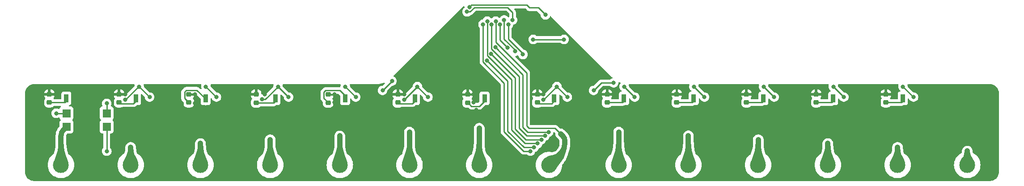
<source format=gbr>
%TF.GenerationSoftware,KiCad,Pcbnew,8.0.2*%
%TF.CreationDate,2024-06-27T20:36:25+03:00*%
%TF.ProjectId,MV_Abnehmerplatine,4d565f41-626e-4656-986d-6572706c6174,rev?*%
%TF.SameCoordinates,Original*%
%TF.FileFunction,Copper,L1,Top*%
%TF.FilePolarity,Positive*%
%FSLAX46Y46*%
G04 Gerber Fmt 4.6, Leading zero omitted, Abs format (unit mm)*
G04 Created by KiCad (PCBNEW 8.0.2) date 2024-06-27 20:36:25*
%MOMM*%
%LPD*%
G01*
G04 APERTURE LIST*
G04 Aperture macros list*
%AMRoundRect*
0 Rectangle with rounded corners*
0 $1 Rounding radius*
0 $2 $3 $4 $5 $6 $7 $8 $9 X,Y pos of 4 corners*
0 Add a 4 corners polygon primitive as box body*
4,1,4,$2,$3,$4,$5,$6,$7,$8,$9,$2,$3,0*
0 Add four circle primitives for the rounded corners*
1,1,$1+$1,$2,$3*
1,1,$1+$1,$4,$5*
1,1,$1+$1,$6,$7*
1,1,$1+$1,$8,$9*
0 Add four rect primitives between the rounded corners*
20,1,$1+$1,$2,$3,$4,$5,0*
20,1,$1+$1,$4,$5,$6,$7,0*
20,1,$1+$1,$6,$7,$8,$9,0*
20,1,$1+$1,$8,$9,$2,$3,0*%
G04 Aperture macros list end*
%TA.AperFunction,SMDPad,CuDef*%
%ADD10RoundRect,0.225000X-0.250000X0.225000X-0.250000X-0.225000X0.250000X-0.225000X0.250000X0.225000X0*%
%TD*%
%TA.AperFunction,SMDPad,CuDef*%
%ADD11R,1.600000X1.600000*%
%TD*%
%TA.AperFunction,ComponentPad*%
%ADD12C,0.600000*%
%TD*%
%TA.AperFunction,SMDPad,CuDef*%
%ADD13R,0.900000X1.600000*%
%TD*%
%TA.AperFunction,ComponentPad*%
%ADD14C,3.000000*%
%TD*%
%TA.AperFunction,ViaPad*%
%ADD15C,0.800000*%
%TD*%
%TA.AperFunction,Conductor*%
%ADD16C,0.250000*%
%TD*%
%TA.AperFunction,Conductor*%
%ADD17C,1.000000*%
%TD*%
G04 APERTURE END LIST*
D10*
%TO.P,C1,1*%
%TO.N,+3V3*%
X76090000Y-90585000D03*
%TO.P,C1,2*%
%TO.N,GND*%
X76090000Y-92135000D03*
%TD*%
%TO.P,C3,1*%
%TO.N,+3V3*%
X102060000Y-90615000D03*
%TO.P,C3,2*%
%TO.N,GND*%
X102060000Y-92165000D03*
%TD*%
%TO.P,C4,1*%
%TO.N,+3V3*%
X115680000Y-90625000D03*
%TO.P,C4,2*%
%TO.N,GND*%
X115680000Y-92175000D03*
%TD*%
%TO.P,C2,1*%
%TO.N,+3V3*%
X89290000Y-90585000D03*
%TO.P,C2,2*%
%TO.N,GND*%
X89290000Y-92135000D03*
%TD*%
%TO.P,C7,1*%
%TO.N,+3V3*%
X155290000Y-90585000D03*
%TO.P,C7,2*%
%TO.N,GND*%
X155290000Y-92135000D03*
%TD*%
%TO.P,C5,1*%
%TO.N,+3V3*%
X128880000Y-90600000D03*
%TO.P,C5,2*%
%TO.N,GND*%
X128880000Y-92150000D03*
%TD*%
%TO.P,C10,1*%
%TO.N,+3V3*%
X194890000Y-90585000D03*
%TO.P,C10,2*%
%TO.N,GND*%
X194890000Y-92135000D03*
%TD*%
D11*
%TO.P,SW0,1*%
%TO.N,/SDA_SW*%
X66140000Y-94190000D03*
%TO.P,SW0,2*%
%TO.N,Net-(H0-Pad1)*%
X66140000Y-96730000D03*
%TO.P,SW0,3*%
%TO.N,Net-(J0-Pin_7)*%
X73760000Y-96730000D03*
%TO.P,SW0,4*%
%TO.N,/SDA*%
X73760000Y-94190000D03*
%TD*%
D10*
%TO.P,C6,1*%
%TO.N,+3V3*%
X142080000Y-90625000D03*
%TO.P,C6,2*%
%TO.N,GND*%
X142080000Y-92175000D03*
%TD*%
%TO.P,C11,1*%
%TO.N,+3V3*%
X208090000Y-90585000D03*
%TO.P,C11,2*%
%TO.N,GND*%
X208090000Y-92135000D03*
%TD*%
%TO.P,C0,1*%
%TO.N,+3V3*%
X62890000Y-90585000D03*
%TO.P,C0,2*%
%TO.N,GND*%
X62890000Y-92135000D03*
%TD*%
%TO.P,C12,1*%
%TO.N,+3V3*%
X221290000Y-90585000D03*
%TO.P,C12,2*%
%TO.N,GND*%
X221290000Y-92135000D03*
%TD*%
%TO.P,C9,1*%
%TO.N,+3V3*%
X181690000Y-90585000D03*
%TO.P,C9,2*%
%TO.N,GND*%
X181690000Y-92135000D03*
%TD*%
%TO.P,C8,1*%
%TO.N,+3V3*%
X168490000Y-90585000D03*
%TO.P,C8,2*%
%TO.N,GND*%
X168490000Y-92135000D03*
%TD*%
D12*
%TO.P,U7,9,EP*%
%TO.N,GND*%
X158490000Y-91860000D03*
D13*
X158490000Y-91360000D03*
D12*
X158490000Y-90860000D03*
%TD*%
D14*
%TO.P,H8,1,1*%
%TO.N,Net-(J0-Pin_15)*%
X170690002Y-104015000D03*
%TD*%
D12*
%TO.P,U3,9,EP*%
%TO.N,GND*%
X105690000Y-91860000D03*
D13*
X105690000Y-91360000D03*
D12*
X105690000Y-90860000D03*
%TD*%
D14*
%TO.P,H4,1,1*%
%TO.N,Net-(J0-Pin_11)*%
X117890000Y-104015001D03*
%TD*%
%TO.P,H1,1,1*%
%TO.N,Net-(J0-Pin_8)*%
X78290000Y-104020000D03*
%TD*%
D12*
%TO.P,U2,9,EP*%
%TO.N,GND*%
X92490000Y-91860000D03*
D13*
X92490000Y-91360000D03*
D12*
X92490000Y-90860000D03*
%TD*%
%TO.P,U10,9,EP*%
%TO.N,GND*%
X198090000Y-91860000D03*
D13*
X198090000Y-91360000D03*
D12*
X198090000Y-90860000D03*
%TD*%
%TO.P,U4,9,EP*%
%TO.N,GND*%
X118890000Y-91860000D03*
D13*
X118890000Y-91360000D03*
D12*
X118890000Y-90860000D03*
%TD*%
D14*
%TO.P,H0,1,1*%
%TO.N,Net-(H0-Pad1)*%
X65090000Y-104020000D03*
%TD*%
D12*
%TO.P,U6,9,EP*%
%TO.N,GND*%
X145290000Y-91860000D03*
D13*
X145290000Y-91360000D03*
D12*
X145290000Y-90860000D03*
%TD*%
D14*
%TO.P,H10,1,1*%
%TO.N,Net-(J0-Pin_17)*%
X197090002Y-104015000D03*
%TD*%
%TO.P,H3,1,1*%
%TO.N,Net-(J0-Pin_10)*%
X104700000Y-104015000D03*
%TD*%
D12*
%TO.P,U1,9,EP*%
%TO.N,GND*%
X79290000Y-91860000D03*
D13*
X79290000Y-91360000D03*
D12*
X79290000Y-90860000D03*
%TD*%
D14*
%TO.P,H11,1,1*%
%TO.N,Net-(J0-Pin_18)*%
X210290000Y-104015000D03*
%TD*%
D12*
%TO.P,U12,9,EP*%
%TO.N,GND*%
X224490000Y-91860000D03*
D13*
X224490000Y-91360000D03*
D12*
X224490000Y-90860000D03*
%TD*%
%TO.P,U8,9,EP*%
%TO.N,GND*%
X171690000Y-91860000D03*
D13*
X171690000Y-91360000D03*
D12*
X171690000Y-90860000D03*
%TD*%
D14*
%TO.P,H9,1,1*%
%TO.N,Net-(J0-Pin_16)*%
X183890002Y-104015000D03*
%TD*%
%TO.P,H2,1,1*%
%TO.N,Net-(J0-Pin_9)*%
X91500002Y-104021000D03*
%TD*%
%TO.P,H13,1,1*%
%TO.N,Net-(J0-Pin_20)*%
X236690002Y-104015000D03*
%TD*%
D12*
%TO.P,U5,9,EP*%
%TO.N,GND*%
X132090000Y-91860000D03*
D13*
X132090000Y-91360000D03*
D12*
X132090000Y-90860000D03*
%TD*%
%TO.P,U11,9,EP*%
%TO.N,GND*%
X211290000Y-91860000D03*
D13*
X211290000Y-91360000D03*
D12*
X211290000Y-90860000D03*
%TD*%
%TO.P,U9,9,EP*%
%TO.N,GND*%
X184890000Y-91860000D03*
D13*
X184890000Y-91360000D03*
D12*
X184890000Y-90860000D03*
%TD*%
D14*
%TO.P,H12,1,1*%
%TO.N,Net-(J0-Pin_19)*%
X223490000Y-104015000D03*
%TD*%
D12*
%TO.P,U0,9,EP*%
%TO.N,GND*%
X66090000Y-91860000D03*
D13*
X66090000Y-91360000D03*
D12*
X66090000Y-90860000D03*
%TD*%
D14*
%TO.P,H7,1,1*%
%TO.N,Net-(J0-Pin_14)*%
X157490002Y-104015000D03*
%TD*%
%TO.P,H5,1,1*%
%TO.N,Net-(J0-Pin_12)*%
X131090002Y-104021000D03*
%TD*%
%TO.P,H6,1,1*%
%TO.N,Net-(J0-Pin_13)*%
X144290002Y-104015000D03*
%TD*%
D15*
%TO.N,/SDA*%
X73760000Y-92310000D03*
X142430000Y-73960000D03*
X169750000Y-88390000D03*
X165950000Y-89840000D03*
X127764999Y-88064999D03*
X125989998Y-89840000D03*
X156825000Y-75465000D03*
%TO.N,+3V3*%
X209260000Y-90610000D03*
X222460000Y-90610000D03*
X143250000Y-90610000D03*
X116860000Y-92110000D03*
X77260000Y-90610000D03*
X196060000Y-90610000D03*
X90459117Y-90609182D03*
X169660000Y-90610000D03*
X90459117Y-92270000D03*
X64060000Y-90610000D03*
X130060000Y-90610000D03*
X143250000Y-92110000D03*
X156460000Y-90610000D03*
X182860000Y-90610000D03*
X116860000Y-90610000D03*
X103660000Y-90610000D03*
X143730000Y-93560000D03*
X154510000Y-75150000D03*
%TO.N,/SCL*%
X94530000Y-91110000D03*
X81885305Y-91110000D03*
X141981258Y-74874046D03*
X154510000Y-80140000D03*
X118925000Y-89115000D03*
X130060000Y-91630000D03*
X103190000Y-91500000D03*
X108175305Y-91110000D03*
X224525000Y-89115000D03*
X106180305Y-89115000D03*
X226520000Y-91110000D03*
X173730000Y-91110000D03*
X132575000Y-89115000D03*
X160354694Y-80140000D03*
X213320000Y-91110000D03*
X120920000Y-91110000D03*
X150610000Y-76440000D03*
X156457652Y-91637652D03*
X211325000Y-89115000D03*
X92535000Y-89115000D03*
X186930000Y-91110000D03*
X79890305Y-89115000D03*
X160970000Y-91110000D03*
X134570000Y-91110000D03*
X184935000Y-89115000D03*
X200120000Y-91110000D03*
X77257652Y-91637652D03*
X158980305Y-89115000D03*
X171735000Y-89115000D03*
X198125000Y-89115000D03*
%TO.N,Net-(J0-Pin_13)*%
X144290002Y-97040000D03*
%TO.N,Net-(J0-Pin_8)*%
X78290000Y-100665000D03*
X149810000Y-77260000D03*
X152555000Y-83003351D03*
%TO.N,Net-(J0-Pin_17)*%
X156042193Y-99211400D03*
X146529999Y-82896700D03*
X197130000Y-99211400D03*
%TO.N,Net-(J0-Pin_7)*%
X73770000Y-101390000D03*
%TO.N,Net-(J0-Pin_15)*%
X147331955Y-81648045D03*
X170690002Y-97761400D03*
X157419690Y-97761400D03*
%TO.N,Net-(J0-Pin_20)*%
X236690000Y-101380000D03*
X145010000Y-77260000D03*
X153969998Y-101386400D03*
%TO.N,Net-(J0-Pin_12)*%
X149655000Y-81722653D03*
X131090002Y-97765000D03*
X148210000Y-77260000D03*
%TO.N,Net-(J0-Pin_9)*%
X91500002Y-99940000D03*
%TO.N,Net-(J0-Pin_11)*%
X117890000Y-98490000D03*
%TO.N,Net-(J0-Pin_10)*%
X149010001Y-76439996D03*
X151105000Y-82372653D03*
X104700000Y-99215000D03*
%TO.N,Net-(J0-Pin_14)*%
X147410001Y-76659998D03*
%TO.N,Net-(J0-Pin_16)*%
X156730941Y-98486400D03*
X183890002Y-98486399D03*
X146610000Y-77260000D03*
%TO.N,Net-(J0-Pin_19)*%
X223490000Y-100661400D03*
X154664697Y-100661400D03*
X145730000Y-84147309D03*
%TO.N,Net-(J0-Pin_18)*%
X155353445Y-99936400D03*
X145809998Y-76659998D03*
X210290000Y-99936400D03*
%TO.N,/SDA_SW*%
X64200000Y-94190000D03*
%TD*%
D16*
%TO.N,GND*%
X90840000Y-89810000D02*
X92490000Y-91460000D01*
X221290000Y-92135000D02*
X224215000Y-92135000D01*
X211015000Y-92135000D02*
X211290000Y-91860000D01*
X62890000Y-92135000D02*
X65815000Y-92135000D01*
X144315000Y-92835000D02*
X145290000Y-91860000D01*
X117870000Y-89840000D02*
X118890000Y-90860000D01*
X142090000Y-92110000D02*
X142815000Y-92835000D01*
X79290000Y-91860000D02*
X78787348Y-92362652D01*
X131595000Y-92355000D02*
X132090000Y-91860000D01*
X88805948Y-89810000D02*
X90840000Y-89810000D01*
X129110000Y-92355000D02*
X131595000Y-92355000D01*
X155517652Y-92362652D02*
X157987348Y-92362652D01*
X88490000Y-91335000D02*
X88490000Y-90125948D01*
X102120000Y-92225000D02*
X105325000Y-92225000D01*
X128890000Y-92135000D02*
X129110000Y-92355000D01*
X105325000Y-92225000D02*
X105690000Y-91860000D01*
X142815000Y-92835000D02*
X144315000Y-92835000D01*
X181690000Y-92135000D02*
X184615000Y-92135000D01*
X157987348Y-92362652D02*
X158490000Y-91860000D01*
X89290000Y-92135000D02*
X88490000Y-91335000D01*
X115205948Y-89840000D02*
X117870000Y-89840000D01*
X76317652Y-92362652D02*
X76090000Y-92135000D01*
X102060000Y-92165000D02*
X102120000Y-92225000D01*
X114880000Y-90165948D02*
X115205948Y-89840000D01*
X118890000Y-90860000D02*
X118890000Y-91860000D01*
X115690000Y-92135000D02*
X114880000Y-91325000D01*
X171415000Y-92135000D02*
X171690000Y-91860000D01*
X78787348Y-92362652D02*
X76317652Y-92362652D01*
X88490000Y-90125948D02*
X88805948Y-89810000D01*
X114880000Y-91325000D02*
X114880000Y-90165948D01*
X92490000Y-91460000D02*
X92490000Y-91860000D01*
X155290000Y-92135000D02*
X155517652Y-92362652D01*
X224215000Y-92135000D02*
X224490000Y-91860000D01*
X194890000Y-92135000D02*
X197815000Y-92135000D01*
X168490000Y-92135000D02*
X171415000Y-92135000D01*
X184615000Y-92135000D02*
X184890000Y-91860000D01*
X197815000Y-92135000D02*
X198090000Y-91860000D01*
X208090000Y-92135000D02*
X211015000Y-92135000D01*
X65815000Y-92135000D02*
X66090000Y-91860000D01*
%TO.N,/SDA*%
X167400000Y-88390000D02*
X169750000Y-88390000D01*
X165950000Y-89840000D02*
X167400000Y-88390000D01*
X153810000Y-74110000D02*
X153310000Y-73610000D01*
X142780000Y-73610000D02*
X142430000Y-73960000D01*
X156825000Y-75465000D02*
X155470000Y-74110000D01*
X125989998Y-89840000D02*
X127764999Y-88064999D01*
X155470000Y-74110000D02*
X153810000Y-74110000D01*
X73760000Y-92310000D02*
X73760000Y-94190000D01*
X153310000Y-73610000D02*
X142780000Y-73610000D01*
X125989998Y-89840000D02*
X125989996Y-89839998D01*
%TO.N,+3V3*%
X116860000Y-90610000D02*
X116860000Y-92110000D01*
X90459117Y-92270000D02*
X90459117Y-90609182D01*
X143250000Y-92110000D02*
X143250000Y-90610000D01*
%TO.N,/SCL*%
X92535000Y-89115000D02*
X94530000Y-91110000D01*
X130305000Y-91385000D02*
X130060000Y-91630000D01*
X224525000Y-89115000D02*
X226520000Y-91110000D01*
X106180305Y-89115000D02*
X103795305Y-91500000D01*
X108175305Y-91110000D02*
X106180305Y-89115000D01*
X198125000Y-89115000D02*
X200120000Y-91110000D01*
X156457653Y-91637652D02*
X156457652Y-91637652D01*
X77257653Y-91637652D02*
X77257652Y-91637652D01*
X158980305Y-89115000D02*
X156457653Y-91637652D01*
X160354694Y-80140000D02*
X154510000Y-80140000D01*
X79780305Y-89115000D02*
X77257653Y-91637652D01*
X132575000Y-89115000D02*
X132575000Y-89120305D01*
X79890305Y-89115000D02*
X79780305Y-89115000D01*
X143355305Y-74060000D02*
X149680000Y-74060000D01*
X134570000Y-91110000D02*
X132575000Y-89115000D01*
X150610000Y-74990000D02*
X150610000Y-76440000D01*
X171735000Y-89115000D02*
X173730000Y-91110000D01*
X130310305Y-91385000D02*
X130305000Y-91385000D01*
X141981258Y-74874046D02*
X142541259Y-74874046D01*
X118925000Y-89115000D02*
X120920000Y-91110000D01*
X184935000Y-89115000D02*
X186930000Y-91110000D01*
X142541259Y-74874046D02*
X143355305Y-74060000D01*
X103795305Y-91500000D02*
X103190000Y-91500000D01*
X160980000Y-91110000D02*
X160970000Y-91110000D01*
X211325000Y-89115000D02*
X213320000Y-91110000D01*
X149680000Y-74060000D02*
X150610000Y-74990000D01*
X79890305Y-89115000D02*
X81885305Y-91110000D01*
X160970000Y-91104695D02*
X158980305Y-89115000D01*
X160970000Y-91110000D02*
X160970000Y-91104695D01*
X132575000Y-89120305D02*
X130310305Y-91385000D01*
D17*
%TO.N,Net-(J0-Pin_13)*%
X144290002Y-104015000D02*
X144290002Y-97040000D01*
D16*
%TO.N,Net-(J0-Pin_8)*%
X149810000Y-80050000D02*
X152555000Y-82795000D01*
D17*
X78290000Y-104020000D02*
X78290000Y-100665000D01*
D16*
X152555000Y-82795000D02*
X152555000Y-83003351D01*
X149810000Y-77260000D02*
X149810000Y-80050000D01*
D17*
%TO.N,Net-(J0-Pin_17)*%
X197130000Y-99211400D02*
X197130000Y-103975002D01*
D16*
X153131400Y-99211400D02*
X156042193Y-99211400D01*
D17*
X197130000Y-103975002D02*
X197090002Y-104015000D01*
D16*
X146529999Y-82896700D02*
X146530000Y-82896700D01*
X146530000Y-82896700D02*
X151110000Y-87476700D01*
X151110000Y-97190000D02*
X153131400Y-99211400D01*
X151110000Y-87476700D02*
X151110000Y-97190000D01*
%TO.N,Net-(J0-Pin_7)*%
X73760000Y-101380000D02*
X73760000Y-96730000D01*
X73770000Y-101390000D02*
X73760000Y-101380000D01*
D17*
%TO.N,Net-(J0-Pin_15)*%
X170690002Y-97761400D02*
X170690002Y-104015000D01*
D16*
X152550000Y-86866091D02*
X152550000Y-96821402D01*
X147331955Y-81648046D02*
X152550000Y-86866091D01*
X147331955Y-81648045D02*
X147331955Y-81648046D01*
X152550000Y-96821402D02*
X153489998Y-97761400D01*
X153489998Y-97761400D02*
X157419690Y-97761400D01*
%TO.N,Net-(J0-Pin_20)*%
X145005000Y-84447616D02*
X148990000Y-88432616D01*
X148990000Y-97708376D02*
X152668024Y-101386400D01*
X152668024Y-101386400D02*
X153969998Y-101386400D01*
D17*
X236690000Y-101380000D02*
X236690000Y-104014998D01*
D16*
X145005000Y-77265000D02*
X145005000Y-84447616D01*
X145010000Y-77260000D02*
X145005000Y-77265000D01*
X148990000Y-88432616D02*
X148990000Y-97708376D01*
D17*
X236690000Y-104014998D02*
X236690002Y-104015000D01*
D16*
%TO.N,Net-(J0-Pin_12)*%
X148210000Y-77260000D02*
X148210000Y-80277653D01*
X148210000Y-80277653D02*
X149655000Y-81722653D01*
D17*
X131090002Y-104020000D02*
X131090002Y-97765000D01*
%TO.N,Net-(J0-Pin_9)*%
X91500002Y-104020000D02*
X91500002Y-99940000D01*
%TO.N,Net-(J0-Pin_11)*%
X117890000Y-98490000D02*
X117890000Y-104015001D01*
D16*
%TO.N,Net-(J0-Pin_10)*%
X149009306Y-76440691D02*
X149009306Y-80049306D01*
X151105000Y-82145000D02*
X151105000Y-82372653D01*
X149010001Y-76439996D02*
X149009306Y-76440691D01*
X104690002Y-103990002D02*
X104700000Y-104000000D01*
D17*
X104700000Y-99215000D02*
X104700000Y-104015000D01*
D16*
X149009306Y-80049306D02*
X151105000Y-82145000D01*
D17*
%TO.N,Net-(J0-Pin_14)*%
X160500000Y-99465685D02*
X160500000Y-99952501D01*
D16*
X153270000Y-86500000D02*
X147410000Y-80640000D01*
D17*
X159755769Y-101749232D02*
X157490002Y-104014999D01*
D16*
X159700000Y-98100000D02*
X158636400Y-97036400D01*
X153270000Y-96621402D02*
X153270000Y-86500000D01*
X158636400Y-97036400D02*
X153684998Y-97036400D01*
X147410000Y-76659999D02*
X147410001Y-76659998D01*
X153684998Y-97036400D02*
X153270000Y-96621402D01*
X147410000Y-80640000D02*
X147410000Y-76659999D01*
D17*
X157490002Y-104014999D02*
X157490002Y-104015000D01*
X159700000Y-98100000D02*
X160100000Y-98500000D01*
X160100000Y-98500000D02*
G75*
G02*
X160500006Y-99465685I-965700J-965700D01*
G01*
X160500000Y-99952501D02*
G75*
G02*
X159755777Y-101749240I-2541000J1D01*
G01*
D16*
%TO.N,Net-(J0-Pin_16)*%
X146606955Y-81948351D02*
X151830000Y-87171396D01*
X151830000Y-87171396D02*
X151830000Y-97001402D01*
D17*
X183890002Y-104015000D02*
X183890002Y-98486401D01*
D16*
X153314998Y-98486400D02*
X156730941Y-98486400D01*
X151830000Y-97001402D02*
X153314998Y-98486400D01*
X146606955Y-77263045D02*
X146606955Y-81948351D01*
X146610000Y-77260000D02*
X146606955Y-77263045D01*
X183890002Y-98486399D02*
X183890002Y-98486401D01*
%TO.N,Net-(J0-Pin_19)*%
X152741400Y-100661400D02*
X154664697Y-100661400D01*
X149660000Y-88077309D02*
X149660000Y-97580000D01*
X149660000Y-97580000D02*
X152741400Y-100661400D01*
D17*
X223490000Y-100661400D02*
X223490000Y-104015000D01*
D16*
X145730000Y-84147309D02*
X149660000Y-88077309D01*
%TO.N,Net-(J0-Pin_18)*%
X150380000Y-97370000D02*
X152946400Y-99936400D01*
X145804999Y-83197004D02*
X150380000Y-87772005D01*
X145809998Y-76659998D02*
X145810000Y-76660000D01*
X145804999Y-82596395D02*
X145804999Y-83197004D01*
X150380000Y-87772005D02*
X150380000Y-97370000D01*
X145810000Y-76660000D02*
X145810000Y-82591394D01*
X152946400Y-99936400D02*
X155353445Y-99936400D01*
X145810000Y-82591394D02*
X145804999Y-82596395D01*
D17*
X210290000Y-99936400D02*
X210290000Y-104015000D01*
%TO.N,Net-(H0-Pad1)*%
X65615000Y-97255000D02*
X66140000Y-96730000D01*
X65090000Y-98522462D02*
X65090000Y-104020000D01*
X65615000Y-97255000D02*
G75*
G03*
X65089984Y-98522462I1267500J-1267500D01*
G01*
D16*
%TO.N,/SDA_SW*%
X64200000Y-94190000D02*
X66140000Y-94190000D01*
%TD*%
%TA.AperFunction,Conductor*%
%TO.N,Net-(J0-Pin_17)*%
G36*
X197626922Y-99524762D02*
G01*
X197630343Y-99532680D01*
X197660997Y-100544380D01*
X197758455Y-101266135D01*
X197853393Y-101607369D01*
X197929072Y-101879379D01*
X198179551Y-102576900D01*
X198179596Y-102577030D01*
X198512692Y-103540214D01*
X198512158Y-103549153D01*
X198505459Y-103555095D01*
X198505258Y-103555163D01*
X197093625Y-104014820D01*
X197086379Y-104014820D01*
X195674833Y-103555192D01*
X195668028Y-103549372D01*
X195667331Y-103540444D01*
X195667410Y-103540214D01*
X196009800Y-102574583D01*
X196009866Y-102574405D01*
X196280284Y-101878280D01*
X196474183Y-101267552D01*
X196590948Y-100547003D01*
X196629571Y-99532588D01*
X196633311Y-99524453D01*
X196641263Y-99521335D01*
X197618649Y-99521335D01*
X197626922Y-99524762D01*
G37*
%TD.AperFunction*%
%TD*%
%TA.AperFunction,Conductor*%
%TO.N,Net-(H0-Pad1)*%
G36*
X65586965Y-99523427D02*
G01*
X65590385Y-99531302D01*
X65624934Y-100545882D01*
X65624935Y-100545892D01*
X65731870Y-101268218D01*
X65913986Y-101881208D01*
X65914003Y-101881258D01*
X66174449Y-102579088D01*
X66174531Y-102579313D01*
X66512633Y-103545186D01*
X66512132Y-103554127D01*
X66505456Y-103560095D01*
X66505213Y-103560177D01*
X65093623Y-104019820D01*
X65086377Y-104019820D01*
X63674786Y-103560177D01*
X63667981Y-103554357D01*
X63667284Y-103545429D01*
X63667347Y-103545239D01*
X64005473Y-102579295D01*
X64005549Y-102579088D01*
X64265994Y-101881258D01*
X64266004Y-101881232D01*
X64448130Y-101268212D01*
X64555064Y-100545892D01*
X64589615Y-99531301D01*
X64593321Y-99523150D01*
X64601308Y-99520000D01*
X65578692Y-99520000D01*
X65586965Y-99523427D01*
G37*
%TD.AperFunction*%
%TD*%
%TA.AperFunction,Conductor*%
%TO.N,Net-(J0-Pin_18)*%
G36*
X210787082Y-99939827D02*
G01*
X210790497Y-99947580D01*
X210831007Y-100858521D01*
X210831008Y-100858527D01*
X210831008Y-100858532D01*
X210831009Y-100858533D01*
X210950092Y-101503907D01*
X211056565Y-101807797D01*
X211141327Y-102049718D01*
X211141330Y-102049724D01*
X211398698Y-102672933D01*
X211398886Y-102673418D01*
X211712473Y-103540110D01*
X211712065Y-103549056D01*
X211705452Y-103555093D01*
X211705094Y-103555216D01*
X210293623Y-104014820D01*
X210286377Y-104014820D01*
X208874905Y-103555216D01*
X208868100Y-103549396D01*
X208867403Y-103540468D01*
X208867505Y-103540168D01*
X209181114Y-102673411D01*
X209181300Y-102672933D01*
X209438670Y-102049722D01*
X209629906Y-101503907D01*
X209748990Y-100858533D01*
X209789503Y-99947580D01*
X209793294Y-99939467D01*
X209801191Y-99936400D01*
X210778809Y-99936400D01*
X210787082Y-99939827D01*
G37*
%TD.AperFunction*%
%TD*%
%TA.AperFunction,Conductor*%
%TO.N,Net-(J0-Pin_15)*%
G36*
X171186967Y-99518427D02*
G01*
X171190387Y-99526302D01*
X171224936Y-100540882D01*
X171224937Y-100540892D01*
X171331872Y-101263218D01*
X171513988Y-101876208D01*
X171514005Y-101876258D01*
X171774451Y-102574088D01*
X171774533Y-102574313D01*
X172112635Y-103540186D01*
X172112134Y-103549127D01*
X172105458Y-103555095D01*
X172105215Y-103555177D01*
X170693625Y-104014820D01*
X170686379Y-104014820D01*
X169274788Y-103555177D01*
X169267983Y-103549357D01*
X169267286Y-103540429D01*
X169267349Y-103540239D01*
X169605475Y-102574295D01*
X169605551Y-102574088D01*
X169865996Y-101876258D01*
X169866006Y-101876232D01*
X170048132Y-101263212D01*
X170155066Y-100540892D01*
X170189617Y-99526301D01*
X170193323Y-99518150D01*
X170201310Y-99515000D01*
X171178694Y-99515000D01*
X171186967Y-99518427D01*
G37*
%TD.AperFunction*%
%TD*%
%TA.AperFunction,Conductor*%
%TO.N,+3V3*%
G36*
X141461377Y-73818184D02*
G01*
X141511367Y-73866997D01*
X141527031Y-73935088D01*
X141526571Y-73940676D01*
X141524540Y-73960000D01*
X141530023Y-74012173D01*
X141517453Y-74080903D01*
X141479588Y-74125451D01*
X141375385Y-74201159D01*
X141248724Y-74341831D01*
X141154079Y-74505761D01*
X141154076Y-74505768D01*
X141102562Y-74664313D01*
X141095584Y-74685790D01*
X141075798Y-74874046D01*
X141095584Y-75062302D01*
X141095585Y-75062305D01*
X141154076Y-75242323D01*
X141154079Y-75242330D01*
X141248725Y-75406262D01*
X141354406Y-75523632D01*
X141375387Y-75546934D01*
X141528523Y-75658194D01*
X141528528Y-75658197D01*
X141701450Y-75735188D01*
X141701455Y-75735190D01*
X141886612Y-75774546D01*
X141886613Y-75774546D01*
X142075902Y-75774546D01*
X142075904Y-75774546D01*
X142261061Y-75735190D01*
X142433988Y-75658197D01*
X142587129Y-75546934D01*
X142608111Y-75523630D01*
X142667595Y-75486982D01*
X142676057Y-75484987D01*
X142723711Y-75475509D01*
X142773755Y-75454780D01*
X142837545Y-75428358D01*
X142896845Y-75388734D01*
X142896846Y-75388734D01*
X142925412Y-75369645D01*
X142939992Y-75359904D01*
X143027117Y-75272779D01*
X143027118Y-75272776D01*
X143034184Y-75265711D01*
X143034186Y-75265707D01*
X143578076Y-74721819D01*
X143639399Y-74688334D01*
X143665757Y-74685500D01*
X149369548Y-74685500D01*
X149436587Y-74705185D01*
X149457229Y-74721819D01*
X149948181Y-75212771D01*
X149981666Y-75274094D01*
X149984500Y-75300452D01*
X149984500Y-75741312D01*
X149964815Y-75808351D01*
X149952650Y-75824284D01*
X149902152Y-75880368D01*
X149842666Y-75917017D01*
X149772809Y-75915687D01*
X149717852Y-75880368D01*
X149615871Y-75767107D01*
X149462735Y-75655847D01*
X149462730Y-75655844D01*
X149289808Y-75578853D01*
X149289803Y-75578851D01*
X149139640Y-75546934D01*
X149104647Y-75539496D01*
X148915355Y-75539496D01*
X148882898Y-75546394D01*
X148730198Y-75578851D01*
X148730193Y-75578853D01*
X148557271Y-75655844D01*
X148557266Y-75655847D01*
X148404130Y-75767107D01*
X148277466Y-75907781D01*
X148232692Y-75985333D01*
X148182125Y-76033549D01*
X148113518Y-76046771D01*
X148048653Y-76020803D01*
X148033155Y-76006305D01*
X148024971Y-75997216D01*
X148015872Y-75987110D01*
X148015871Y-75987109D01*
X147862735Y-75875849D01*
X147862730Y-75875846D01*
X147689808Y-75798855D01*
X147689803Y-75798853D01*
X147544002Y-75767863D01*
X147504647Y-75759498D01*
X147315355Y-75759498D01*
X147282898Y-75766396D01*
X147130198Y-75798853D01*
X147130193Y-75798855D01*
X146957271Y-75875846D01*
X146957266Y-75875849D01*
X146804130Y-75987109D01*
X146804129Y-75987110D01*
X146702148Y-76100371D01*
X146642662Y-76137019D01*
X146572805Y-76135688D01*
X146517849Y-76100370D01*
X146457683Y-76033549D01*
X146415869Y-75987110D01*
X146415868Y-75987109D01*
X146262732Y-75875849D01*
X146262727Y-75875846D01*
X146089805Y-75798855D01*
X146089800Y-75798853D01*
X145943999Y-75767863D01*
X145904644Y-75759498D01*
X145715352Y-75759498D01*
X145682895Y-75766396D01*
X145530195Y-75798853D01*
X145530190Y-75798855D01*
X145357268Y-75875846D01*
X145357263Y-75875849D01*
X145204127Y-75987109D01*
X145077464Y-76127783D01*
X144982815Y-76291720D01*
X144982227Y-76293042D01*
X144981683Y-76293681D01*
X144979570Y-76297342D01*
X144978900Y-76296955D01*
X144936970Y-76346273D01*
X144894735Y-76363882D01*
X144730197Y-76398855D01*
X144730192Y-76398857D01*
X144557270Y-76475848D01*
X144557265Y-76475851D01*
X144404129Y-76587111D01*
X144277466Y-76727785D01*
X144182821Y-76891715D01*
X144182818Y-76891722D01*
X144124327Y-77071740D01*
X144124326Y-77071744D01*
X144104540Y-77260000D01*
X144124326Y-77448256D01*
X144124327Y-77448258D01*
X144124327Y-77448259D01*
X144182818Y-77628277D01*
X144182821Y-77628284D01*
X144277467Y-77792216D01*
X144317834Y-77837048D01*
X144347650Y-77870162D01*
X144377880Y-77933153D01*
X144379500Y-77953134D01*
X144379500Y-84509227D01*
X144403535Y-84630060D01*
X144403540Y-84630077D01*
X144450685Y-84743896D01*
X144450690Y-84743905D01*
X144484914Y-84795123D01*
X144484915Y-84795125D01*
X144519141Y-84846349D01*
X144610586Y-84937794D01*
X144610608Y-84937814D01*
X148328181Y-88655387D01*
X148361666Y-88716710D01*
X148364500Y-88743068D01*
X148364500Y-97769986D01*
X148388535Y-97890822D01*
X148388539Y-97890835D01*
X148399604Y-97917546D01*
X148399605Y-97917549D01*
X148435685Y-98004657D01*
X148435687Y-98004661D01*
X148458228Y-98038394D01*
X148458229Y-98038396D01*
X148504140Y-98107107D01*
X148504141Y-98107108D01*
X148504142Y-98107109D01*
X148591267Y-98194234D01*
X148591268Y-98194234D01*
X148598335Y-98201301D01*
X148598334Y-98201301D01*
X148598337Y-98201303D01*
X152182165Y-101785132D01*
X152182166Y-101785133D01*
X152227467Y-101830434D01*
X152269293Y-101872260D01*
X152269295Y-101872261D01*
X152310186Y-101899584D01*
X152310187Y-101899584D01*
X152371738Y-101940711D01*
X152485572Y-101987863D01*
X152606412Y-102011899D01*
X152606416Y-102011900D01*
X152606417Y-102011900D01*
X152606418Y-102011900D01*
X153266250Y-102011900D01*
X153333289Y-102031585D01*
X153358398Y-102052926D01*
X153364124Y-102059285D01*
X153364128Y-102059289D01*
X153517263Y-102170548D01*
X153517268Y-102170551D01*
X153690190Y-102247542D01*
X153690195Y-102247544D01*
X153875352Y-102286900D01*
X153875353Y-102286900D01*
X154064642Y-102286900D01*
X154064644Y-102286900D01*
X154249801Y-102247544D01*
X154422728Y-102170551D01*
X154575869Y-102059288D01*
X154702531Y-101918616D01*
X154797177Y-101754684D01*
X154845147Y-101607045D01*
X154884584Y-101549372D01*
X154937297Y-101524075D01*
X154937804Y-101523967D01*
X154944500Y-101522544D01*
X154944502Y-101522542D01*
X154944505Y-101522542D01*
X155058305Y-101471874D01*
X155117427Y-101445551D01*
X155270568Y-101334288D01*
X155397230Y-101193616D01*
X155491876Y-101029684D01*
X155540288Y-100880687D01*
X155579724Y-100823013D01*
X155627281Y-100800191D01*
X155627073Y-100799550D01*
X155631852Y-100797997D01*
X155632438Y-100797715D01*
X155633248Y-100797544D01*
X155634758Y-100796872D01*
X155710434Y-100763178D01*
X155806175Y-100720551D01*
X155959316Y-100609288D01*
X156085978Y-100468616D01*
X156180624Y-100304684D01*
X156229036Y-100155687D01*
X156268472Y-100098013D01*
X156316029Y-100075191D01*
X156315821Y-100074550D01*
X156320600Y-100072997D01*
X156321186Y-100072715D01*
X156321996Y-100072544D01*
X156494923Y-99995551D01*
X156648064Y-99884288D01*
X156774726Y-99743616D01*
X156869372Y-99579684D01*
X156917784Y-99430687D01*
X156957220Y-99373013D01*
X157004777Y-99350191D01*
X157004569Y-99349550D01*
X157009348Y-99347997D01*
X157009934Y-99347715D01*
X157010744Y-99347544D01*
X157183671Y-99270551D01*
X157336812Y-99159288D01*
X157463474Y-99018616D01*
X157558120Y-98854684D01*
X157606532Y-98705687D01*
X157645968Y-98648013D01*
X157693526Y-98625192D01*
X157693318Y-98624550D01*
X157698107Y-98622994D01*
X157698689Y-98622714D01*
X157699493Y-98622544D01*
X157699497Y-98622542D01*
X157699498Y-98622542D01*
X157757748Y-98596606D01*
X157872420Y-98545551D01*
X158025561Y-98434288D01*
X158152223Y-98293616D01*
X158246869Y-98129684D01*
X158305364Y-97949656D01*
X158312400Y-97882707D01*
X158338983Y-97818096D01*
X158396280Y-97778111D01*
X158466099Y-97775451D01*
X158523399Y-97807990D01*
X158663182Y-97947772D01*
X158696666Y-98009094D01*
X158699500Y-98035452D01*
X158699500Y-98198544D01*
X158737947Y-98391828D01*
X158737949Y-98391836D01*
X158813367Y-98573910D01*
X158813372Y-98573920D01*
X158922860Y-98737780D01*
X158922863Y-98737784D01*
X159386793Y-99201714D01*
X159397483Y-99213902D01*
X159440642Y-99270149D01*
X159456824Y-99298178D01*
X159480813Y-99356094D01*
X159489191Y-99387358D01*
X159498439Y-99457590D01*
X159499500Y-99473778D01*
X159499500Y-99948434D01*
X159499235Y-99956544D01*
X159486852Y-100145470D01*
X159484734Y-100161551D01*
X159448595Y-100343232D01*
X159444397Y-100358900D01*
X159440092Y-100371582D01*
X159437294Y-100379031D01*
X159308908Y-100690092D01*
X159305501Y-100697624D01*
X159296711Y-100715450D01*
X159288600Y-100729500D01*
X159185683Y-100883530D01*
X159175808Y-100896399D01*
X159051095Y-101038608D01*
X159045548Y-101044530D01*
X158681951Y-101408127D01*
X158631945Y-101438584D01*
X158196167Y-101577558D01*
X158193800Y-101578287D01*
X158162036Y-101587722D01*
X158095891Y-101588959D01*
X157959478Y-101553934D01*
X157959465Y-101553932D01*
X157647331Y-101514500D01*
X157647320Y-101514500D01*
X157332684Y-101514500D01*
X157332672Y-101514500D01*
X157020538Y-101553932D01*
X157020525Y-101553934D01*
X156715776Y-101632180D01*
X156715773Y-101632181D01*
X156423244Y-101748001D01*
X156423243Y-101748002D01*
X156147518Y-101899584D01*
X156147506Y-101899591D01*
X155892980Y-102084515D01*
X155892970Y-102084523D01*
X155663610Y-102299907D01*
X155663608Y-102299909D01*
X155463056Y-102542334D01*
X155463053Y-102542338D01*
X155294466Y-102807990D01*
X155294463Y-102807996D01*
X155160501Y-103092678D01*
X155160499Y-103092683D01*
X155063272Y-103391916D01*
X155004313Y-103700988D01*
X155004312Y-103700995D01*
X154984558Y-104014994D01*
X154984558Y-104015005D01*
X155004312Y-104329004D01*
X155004313Y-104329011D01*
X155063272Y-104638083D01*
X155160499Y-104937316D01*
X155160501Y-104937321D01*
X155294463Y-105222003D01*
X155294466Y-105222009D01*
X155463053Y-105487661D01*
X155463056Y-105487665D01*
X155663608Y-105730090D01*
X155663610Y-105730092D01*
X155663612Y-105730094D01*
X155892972Y-105945478D01*
X155892977Y-105945481D01*
X155892980Y-105945484D01*
X156147506Y-106130408D01*
X156147508Y-106130409D01*
X156147518Y-106130416D01*
X156423236Y-106281994D01*
X156423239Y-106281995D01*
X156423243Y-106281997D01*
X156423244Y-106281998D01*
X156715773Y-106397818D01*
X156715776Y-106397819D01*
X156980697Y-106465839D01*
X157020529Y-106476066D01*
X157086012Y-106484338D01*
X157332672Y-106515499D01*
X157332681Y-106515499D01*
X157332684Y-106515500D01*
X157332686Y-106515500D01*
X157647318Y-106515500D01*
X157647320Y-106515500D01*
X157647323Y-106515499D01*
X157647331Y-106515499D01*
X157833595Y-106491968D01*
X157959475Y-106476066D01*
X158264227Y-106397819D01*
X158264230Y-106397818D01*
X158556759Y-106281998D01*
X158556760Y-106281997D01*
X158556758Y-106281997D01*
X158556768Y-106281994D01*
X158832486Y-106130416D01*
X159087032Y-105945478D01*
X159316392Y-105730094D01*
X159516949Y-105487663D01*
X159685539Y-105222007D01*
X159819505Y-104937315D01*
X159916733Y-104638079D01*
X159975690Y-104329015D01*
X159992768Y-104057550D01*
X160008226Y-104014994D01*
X168184558Y-104014994D01*
X168184558Y-104015005D01*
X168204312Y-104329004D01*
X168204313Y-104329011D01*
X168263272Y-104638083D01*
X168360499Y-104937316D01*
X168360501Y-104937321D01*
X168494463Y-105222003D01*
X168494466Y-105222009D01*
X168663053Y-105487661D01*
X168663056Y-105487665D01*
X168863608Y-105730090D01*
X168863610Y-105730092D01*
X168863612Y-105730094D01*
X169092972Y-105945478D01*
X169092977Y-105945481D01*
X169092980Y-105945484D01*
X169347506Y-106130408D01*
X169347508Y-106130409D01*
X169347518Y-106130416D01*
X169623236Y-106281994D01*
X169623239Y-106281995D01*
X169623243Y-106281997D01*
X169623244Y-106281998D01*
X169915773Y-106397818D01*
X169915776Y-106397819D01*
X170180697Y-106465839D01*
X170220529Y-106476066D01*
X170286012Y-106484338D01*
X170532672Y-106515499D01*
X170532681Y-106515499D01*
X170532684Y-106515500D01*
X170532686Y-106515500D01*
X170847318Y-106515500D01*
X170847320Y-106515500D01*
X170847323Y-106515499D01*
X170847331Y-106515499D01*
X171033595Y-106491968D01*
X171159475Y-106476066D01*
X171464227Y-106397819D01*
X171464230Y-106397818D01*
X171756759Y-106281998D01*
X171756760Y-106281997D01*
X171756758Y-106281997D01*
X171756768Y-106281994D01*
X172032486Y-106130416D01*
X172287032Y-105945478D01*
X172516392Y-105730094D01*
X172716949Y-105487663D01*
X172885539Y-105222007D01*
X173019505Y-104937315D01*
X173116733Y-104638079D01*
X173175690Y-104329015D01*
X173192769Y-104057551D01*
X173195446Y-104015005D01*
X173195446Y-104014994D01*
X181384558Y-104014994D01*
X181384558Y-104015005D01*
X181404312Y-104329004D01*
X181404313Y-104329011D01*
X181463272Y-104638083D01*
X181560499Y-104937316D01*
X181560501Y-104937321D01*
X181694463Y-105222003D01*
X181694466Y-105222009D01*
X181863053Y-105487661D01*
X181863056Y-105487665D01*
X182063608Y-105730090D01*
X182063610Y-105730092D01*
X182063612Y-105730094D01*
X182292972Y-105945478D01*
X182292977Y-105945481D01*
X182292980Y-105945484D01*
X182547506Y-106130408D01*
X182547508Y-106130409D01*
X182547518Y-106130416D01*
X182823236Y-106281994D01*
X182823239Y-106281995D01*
X182823243Y-106281997D01*
X182823244Y-106281998D01*
X183115773Y-106397818D01*
X183115776Y-106397819D01*
X183380697Y-106465839D01*
X183420529Y-106476066D01*
X183486012Y-106484338D01*
X183732672Y-106515499D01*
X183732681Y-106515499D01*
X183732684Y-106515500D01*
X183732686Y-106515500D01*
X184047318Y-106515500D01*
X184047320Y-106515500D01*
X184047323Y-106515499D01*
X184047331Y-106515499D01*
X184233595Y-106491968D01*
X184359475Y-106476066D01*
X184664227Y-106397819D01*
X184664230Y-106397818D01*
X184956759Y-106281998D01*
X184956760Y-106281997D01*
X184956758Y-106281997D01*
X184956768Y-106281994D01*
X185232486Y-106130416D01*
X185487032Y-105945478D01*
X185716392Y-105730094D01*
X185916949Y-105487663D01*
X186085539Y-105222007D01*
X186219505Y-104937315D01*
X186316733Y-104638079D01*
X186375690Y-104329015D01*
X186392769Y-104057551D01*
X186395446Y-104015005D01*
X186395446Y-104014994D01*
X194584558Y-104014994D01*
X194584558Y-104015005D01*
X194604312Y-104329004D01*
X194604313Y-104329011D01*
X194663272Y-104638083D01*
X194760499Y-104937316D01*
X194760501Y-104937321D01*
X194894463Y-105222003D01*
X194894466Y-105222009D01*
X195063053Y-105487661D01*
X195063056Y-105487665D01*
X195263608Y-105730090D01*
X195263610Y-105730092D01*
X195263612Y-105730094D01*
X195492972Y-105945478D01*
X195492977Y-105945481D01*
X195492980Y-105945484D01*
X195747506Y-106130408D01*
X195747508Y-106130409D01*
X195747518Y-106130416D01*
X196023236Y-106281994D01*
X196023239Y-106281995D01*
X196023243Y-106281997D01*
X196023244Y-106281998D01*
X196315773Y-106397818D01*
X196315776Y-106397819D01*
X196580697Y-106465839D01*
X196620529Y-106476066D01*
X196686012Y-106484338D01*
X196932672Y-106515499D01*
X196932681Y-106515499D01*
X196932684Y-106515500D01*
X196932686Y-106515500D01*
X197247318Y-106515500D01*
X197247320Y-106515500D01*
X197247323Y-106515499D01*
X197247331Y-106515499D01*
X197433595Y-106491968D01*
X197559475Y-106476066D01*
X197864227Y-106397819D01*
X197864230Y-106397818D01*
X198156759Y-106281998D01*
X198156760Y-106281997D01*
X198156758Y-106281997D01*
X198156768Y-106281994D01*
X198432486Y-106130416D01*
X198687032Y-105945478D01*
X198916392Y-105730094D01*
X199116949Y-105487663D01*
X199285539Y-105222007D01*
X199419505Y-104937315D01*
X199516733Y-104638079D01*
X199575690Y-104329015D01*
X199592769Y-104057551D01*
X199595446Y-104015005D01*
X199595446Y-104014994D01*
X207784556Y-104014994D01*
X207784556Y-104015005D01*
X207804310Y-104329004D01*
X207804311Y-104329011D01*
X207863270Y-104638083D01*
X207960497Y-104937316D01*
X207960499Y-104937321D01*
X208094461Y-105222003D01*
X208094464Y-105222009D01*
X208263051Y-105487661D01*
X208263054Y-105487665D01*
X208463606Y-105730090D01*
X208463608Y-105730092D01*
X208463610Y-105730094D01*
X208692970Y-105945478D01*
X208692975Y-105945481D01*
X208692978Y-105945484D01*
X208947504Y-106130408D01*
X208947506Y-106130409D01*
X208947516Y-106130416D01*
X209223234Y-106281994D01*
X209223237Y-106281995D01*
X209223241Y-106281997D01*
X209223242Y-106281998D01*
X209515771Y-106397818D01*
X209515774Y-106397819D01*
X209780695Y-106465839D01*
X209820527Y-106476066D01*
X209886010Y-106484338D01*
X210132670Y-106515499D01*
X210132679Y-106515499D01*
X210132682Y-106515500D01*
X210132684Y-106515500D01*
X210447316Y-106515500D01*
X210447318Y-106515500D01*
X210447321Y-106515499D01*
X210447329Y-106515499D01*
X210633593Y-106491968D01*
X210759473Y-106476066D01*
X211064225Y-106397819D01*
X211064228Y-106397818D01*
X211356757Y-106281998D01*
X211356758Y-106281997D01*
X211356756Y-106281997D01*
X211356766Y-106281994D01*
X211632484Y-106130416D01*
X211887030Y-105945478D01*
X212116390Y-105730094D01*
X212316947Y-105487663D01*
X212485537Y-105222007D01*
X212619503Y-104937315D01*
X212716731Y-104638079D01*
X212775688Y-104329015D01*
X212792767Y-104057551D01*
X212795444Y-104015005D01*
X212795444Y-104014994D01*
X220984556Y-104014994D01*
X220984556Y-104015005D01*
X221004310Y-104329004D01*
X221004311Y-104329011D01*
X221063270Y-104638083D01*
X221160497Y-104937316D01*
X221160499Y-104937321D01*
X221294461Y-105222003D01*
X221294464Y-105222009D01*
X221463051Y-105487661D01*
X221463054Y-105487665D01*
X221663606Y-105730090D01*
X221663608Y-105730092D01*
X221663610Y-105730094D01*
X221892970Y-105945478D01*
X221892975Y-105945481D01*
X221892978Y-105945484D01*
X222147504Y-106130408D01*
X222147506Y-106130409D01*
X222147516Y-106130416D01*
X222423234Y-106281994D01*
X222423237Y-106281995D01*
X222423241Y-106281997D01*
X222423242Y-106281998D01*
X222715771Y-106397818D01*
X222715774Y-106397819D01*
X222980695Y-106465839D01*
X223020527Y-106476066D01*
X223086010Y-106484338D01*
X223332670Y-106515499D01*
X223332679Y-106515499D01*
X223332682Y-106515500D01*
X223332684Y-106515500D01*
X223647316Y-106515500D01*
X223647318Y-106515500D01*
X223647321Y-106515499D01*
X223647329Y-106515499D01*
X223833593Y-106491968D01*
X223959473Y-106476066D01*
X224264225Y-106397819D01*
X224264228Y-106397818D01*
X224556757Y-106281998D01*
X224556758Y-106281997D01*
X224556756Y-106281997D01*
X224556766Y-106281994D01*
X224832484Y-106130416D01*
X225087030Y-105945478D01*
X225316390Y-105730094D01*
X225516947Y-105487663D01*
X225685537Y-105222007D01*
X225819503Y-104937315D01*
X225916731Y-104638079D01*
X225975688Y-104329015D01*
X225992767Y-104057551D01*
X225995444Y-104015005D01*
X225995444Y-104014994D01*
X234184558Y-104014994D01*
X234184558Y-104015005D01*
X234204312Y-104329004D01*
X234204313Y-104329011D01*
X234263272Y-104638083D01*
X234360499Y-104937316D01*
X234360501Y-104937321D01*
X234494463Y-105222003D01*
X234494466Y-105222009D01*
X234663053Y-105487661D01*
X234663056Y-105487665D01*
X234863608Y-105730090D01*
X234863610Y-105730092D01*
X234863612Y-105730094D01*
X235092972Y-105945478D01*
X235092977Y-105945481D01*
X235092980Y-105945484D01*
X235347506Y-106130408D01*
X235347508Y-106130409D01*
X235347518Y-106130416D01*
X235623236Y-106281994D01*
X235623239Y-106281995D01*
X235623243Y-106281997D01*
X235623244Y-106281998D01*
X235915773Y-106397818D01*
X235915776Y-106397819D01*
X236180697Y-106465839D01*
X236220529Y-106476066D01*
X236286012Y-106484338D01*
X236532672Y-106515499D01*
X236532681Y-106515499D01*
X236532684Y-106515500D01*
X236532686Y-106515500D01*
X236847318Y-106515500D01*
X236847320Y-106515500D01*
X236847323Y-106515499D01*
X236847331Y-106515499D01*
X237033595Y-106491968D01*
X237159475Y-106476066D01*
X237464227Y-106397819D01*
X237464230Y-106397818D01*
X237756759Y-106281998D01*
X237756760Y-106281997D01*
X237756758Y-106281997D01*
X237756768Y-106281994D01*
X238032486Y-106130416D01*
X238287032Y-105945478D01*
X238516392Y-105730094D01*
X238716949Y-105487663D01*
X238885539Y-105222007D01*
X239019505Y-104937315D01*
X239116733Y-104638079D01*
X239175690Y-104329015D01*
X239192769Y-104057551D01*
X239195446Y-104015005D01*
X239195446Y-104014994D01*
X239175691Y-103700995D01*
X239175690Y-103700988D01*
X239175690Y-103700986D01*
X239175690Y-103700985D01*
X239116733Y-103391921D01*
X239019505Y-103092685D01*
X238885539Y-102807993D01*
X238850416Y-102752648D01*
X238716950Y-102542338D01*
X238716947Y-102542334D01*
X238516395Y-102299909D01*
X238516393Y-102299907D01*
X238292358Y-102089523D01*
X238287032Y-102084522D01*
X238287024Y-102084516D01*
X238287023Y-102084515D01*
X238032497Y-101899591D01*
X238032490Y-101899586D01*
X238032486Y-101899584D01*
X237793386Y-101768137D01*
X237744122Y-101718591D01*
X237729833Y-101672712D01*
X237693734Y-101336495D01*
X237691608Y-101320694D01*
X237690500Y-101304156D01*
X237690500Y-101281456D01*
X237652052Y-101088170D01*
X237652051Y-101088169D01*
X237652051Y-101088165D01*
X237624527Y-101021715D01*
X237576635Y-100906092D01*
X237576628Y-100906079D01*
X237467139Y-100742218D01*
X237467136Y-100742214D01*
X237327785Y-100602863D01*
X237327781Y-100602860D01*
X237163920Y-100493371D01*
X237163907Y-100493364D01*
X236981839Y-100417950D01*
X236981829Y-100417947D01*
X236788543Y-100379500D01*
X236788541Y-100379500D01*
X236591459Y-100379500D01*
X236591457Y-100379500D01*
X236398170Y-100417947D01*
X236398160Y-100417950D01*
X236216092Y-100493364D01*
X236216079Y-100493371D01*
X236052218Y-100602860D01*
X236052214Y-100602863D01*
X235912863Y-100742214D01*
X235912860Y-100742218D01*
X235803371Y-100906079D01*
X235803364Y-100906092D01*
X235727950Y-101088160D01*
X235727947Y-101088170D01*
X235689500Y-101281456D01*
X235689500Y-101308246D01*
X235686513Y-101332040D01*
X235687051Y-101332137D01*
X235686265Y-101336492D01*
X235650164Y-101672716D01*
X235623435Y-101737271D01*
X235586611Y-101768140D01*
X235347518Y-101899583D01*
X235347506Y-101899591D01*
X235092980Y-102084515D01*
X235092970Y-102084523D01*
X234863610Y-102299907D01*
X234863608Y-102299909D01*
X234663056Y-102542334D01*
X234663053Y-102542338D01*
X234494466Y-102807990D01*
X234494463Y-102807996D01*
X234360501Y-103092678D01*
X234360499Y-103092683D01*
X234263272Y-103391916D01*
X234204313Y-103700988D01*
X234204312Y-103700995D01*
X234184558Y-104014994D01*
X225995444Y-104014994D01*
X225975689Y-103700995D01*
X225975688Y-103700988D01*
X225975688Y-103700986D01*
X225975688Y-103700985D01*
X225916731Y-103391921D01*
X225819503Y-103092685D01*
X225685537Y-102807993D01*
X225650414Y-102752648D01*
X225516948Y-102542338D01*
X225516945Y-102542334D01*
X225316393Y-102299909D01*
X225316391Y-102299907D01*
X225092356Y-102089523D01*
X225087030Y-102084522D01*
X225087022Y-102084516D01*
X225087021Y-102084515D01*
X224832485Y-101899584D01*
X224731972Y-101844326D01*
X224682708Y-101794779D01*
X224680016Y-101789518D01*
X224661537Y-101751162D01*
X224653622Y-101729978D01*
X224545434Y-101333265D01*
X224541360Y-101309172D01*
X224495054Y-100637526D01*
X224491563Y-100604459D01*
X224491185Y-100600878D01*
X224490500Y-100587861D01*
X224490500Y-100562856D01*
X224452052Y-100369570D01*
X224452051Y-100369569D01*
X224452051Y-100369565D01*
X224452049Y-100369560D01*
X224376635Y-100187492D01*
X224376628Y-100187479D01*
X224267139Y-100023618D01*
X224267136Y-100023614D01*
X224127785Y-99884263D01*
X224127781Y-99884260D01*
X223963920Y-99774771D01*
X223963907Y-99774764D01*
X223781839Y-99699350D01*
X223781829Y-99699347D01*
X223588543Y-99660900D01*
X223588541Y-99660900D01*
X223391459Y-99660900D01*
X223391457Y-99660900D01*
X223198170Y-99699347D01*
X223198160Y-99699350D01*
X223016092Y-99774764D01*
X223016079Y-99774771D01*
X222852218Y-99884260D01*
X222852214Y-99884263D01*
X222712863Y-100023614D01*
X222712860Y-100023618D01*
X222603371Y-100187479D01*
X222603364Y-100187492D01*
X222527950Y-100369560D01*
X222527947Y-100369570D01*
X222489500Y-100562856D01*
X222489500Y-100603158D01*
X222486733Y-100629208D01*
X222484945Y-100637527D01*
X222484945Y-100637528D01*
X222438636Y-101309174D01*
X222434561Y-101333270D01*
X222326378Y-101729965D01*
X222318457Y-101751162D01*
X222299990Y-101789491D01*
X222253158Y-101841342D01*
X222248019Y-101844330D01*
X222147516Y-101899584D01*
X222147508Y-101899588D01*
X221892978Y-102084515D01*
X221892968Y-102084523D01*
X221663608Y-102299907D01*
X221663606Y-102299909D01*
X221463054Y-102542334D01*
X221463051Y-102542338D01*
X221294464Y-102807990D01*
X221294461Y-102807996D01*
X221160499Y-103092678D01*
X221160497Y-103092683D01*
X221063270Y-103391916D01*
X221004311Y-103700988D01*
X221004310Y-103700995D01*
X220984556Y-104014994D01*
X212795444Y-104014994D01*
X212775689Y-103700995D01*
X212775688Y-103700988D01*
X212775688Y-103700986D01*
X212775688Y-103700985D01*
X212716731Y-103391921D01*
X212619503Y-103092685D01*
X212485537Y-102807993D01*
X212450414Y-102752648D01*
X212316948Y-102542338D01*
X212316945Y-102542334D01*
X212116393Y-102299909D01*
X212116391Y-102299907D01*
X211892356Y-102089523D01*
X211887030Y-102084522D01*
X211887022Y-102084516D01*
X211887021Y-102084515D01*
X211652910Y-101914424D01*
X211610244Y-101859094D01*
X211608770Y-101855108D01*
X211606823Y-101849552D01*
X211533630Y-101640647D01*
X211489432Y-101514500D01*
X211443270Y-101382746D01*
X211438354Y-101364245D01*
X211433232Y-101336485D01*
X211336010Y-100809589D01*
X211334074Y-100792613D01*
X211295498Y-99925122D01*
X211295497Y-99925118D01*
X211295497Y-99925103D01*
X211291279Y-99876674D01*
X211291619Y-99876644D01*
X211290500Y-99864201D01*
X211290500Y-99837856D01*
X211252052Y-99644570D01*
X211252051Y-99644569D01*
X211252051Y-99644565D01*
X211199366Y-99517371D01*
X211176635Y-99462492D01*
X211176628Y-99462479D01*
X211067139Y-99298618D01*
X211067136Y-99298614D01*
X210927785Y-99159263D01*
X210927781Y-99159260D01*
X210763920Y-99049771D01*
X210763907Y-99049764D01*
X210581839Y-98974350D01*
X210581829Y-98974347D01*
X210388543Y-98935900D01*
X210388541Y-98935900D01*
X210191459Y-98935900D01*
X210191457Y-98935900D01*
X209998170Y-98974347D01*
X209998160Y-98974350D01*
X209816092Y-99049764D01*
X209816079Y-99049771D01*
X209652218Y-99159260D01*
X209652214Y-99159263D01*
X209512863Y-99298614D01*
X209512860Y-99298618D01*
X209403371Y-99462479D01*
X209403364Y-99462492D01*
X209327950Y-99644560D01*
X209327947Y-99644570D01*
X209289500Y-99837856D01*
X209289500Y-99887096D01*
X209287333Y-99910176D01*
X209284502Y-99925118D01*
X209245921Y-100792613D01*
X209243984Y-100809605D01*
X209141642Y-101364247D01*
X209136726Y-101382748D01*
X208971225Y-101855111D01*
X208930480Y-101911870D01*
X208927085Y-101914427D01*
X208692978Y-102084515D01*
X208692968Y-102084523D01*
X208463608Y-102299907D01*
X208463606Y-102299909D01*
X208263054Y-102542334D01*
X208263051Y-102542338D01*
X208094464Y-102807990D01*
X208094461Y-102807996D01*
X207960499Y-103092678D01*
X207960497Y-103092683D01*
X207863270Y-103391916D01*
X207804311Y-103700988D01*
X207804310Y-103700995D01*
X207784556Y-104014994D01*
X199595446Y-104014994D01*
X199575691Y-103700995D01*
X199575690Y-103700988D01*
X199575690Y-103700986D01*
X199575690Y-103700985D01*
X199516733Y-103391921D01*
X199419505Y-103092685D01*
X199285539Y-102807993D01*
X199250416Y-102752648D01*
X199116950Y-102542338D01*
X199116947Y-102542334D01*
X198916395Y-102299909D01*
X198916393Y-102299907D01*
X198692358Y-102089523D01*
X198687032Y-102084522D01*
X198687024Y-102084516D01*
X198687023Y-102084515D01*
X198518791Y-101962287D01*
X198476125Y-101906957D01*
X198475001Y-101903957D01*
X198412635Y-101730283D01*
X198409885Y-101721638D01*
X198409332Y-101719652D01*
X198340396Y-101471874D01*
X198302117Y-101334288D01*
X198257045Y-101172288D01*
X198253623Y-101155644D01*
X198252862Y-101150010D01*
X198166329Y-100509164D01*
X198165272Y-100496347D01*
X198135611Y-99517371D01*
X198132072Y-99471046D01*
X198131626Y-99465205D01*
X198131687Y-99465200D01*
X198130500Y-99451315D01*
X198130500Y-99112856D01*
X198092052Y-98919570D01*
X198092051Y-98919569D01*
X198092051Y-98919565D01*
X198046505Y-98809606D01*
X198016635Y-98737492D01*
X198016628Y-98737479D01*
X197907139Y-98573618D01*
X197907136Y-98573614D01*
X197767785Y-98434263D01*
X197767781Y-98434260D01*
X197603920Y-98324771D01*
X197603907Y-98324764D01*
X197421839Y-98249350D01*
X197421829Y-98249347D01*
X197228543Y-98210900D01*
X197228541Y-98210900D01*
X197031459Y-98210900D01*
X197031457Y-98210900D01*
X196838170Y-98249347D01*
X196838160Y-98249350D01*
X196656092Y-98324764D01*
X196656079Y-98324771D01*
X196492218Y-98434260D01*
X196492214Y-98434263D01*
X196352863Y-98573614D01*
X196352860Y-98573618D01*
X196243371Y-98737479D01*
X196243364Y-98737492D01*
X196167950Y-98919560D01*
X196167947Y-98919570D01*
X196129500Y-99112856D01*
X196129500Y-99474421D01*
X196127478Y-99496723D01*
X196124436Y-99513358D01*
X196087283Y-100489161D01*
X196085776Y-100504278D01*
X195982594Y-101141011D01*
X195978377Y-101158699D01*
X195804497Y-101706370D01*
X195801896Y-101713748D01*
X195735905Y-101883625D01*
X195693281Y-101938987D01*
X195693206Y-101939042D01*
X195592927Y-102011900D01*
X195492972Y-102084522D01*
X195492970Y-102084523D01*
X195492967Y-102084526D01*
X195263610Y-102299907D01*
X195263608Y-102299909D01*
X195063056Y-102542334D01*
X195063053Y-102542338D01*
X194894466Y-102807990D01*
X194894463Y-102807996D01*
X194760501Y-103092678D01*
X194760499Y-103092683D01*
X194663272Y-103391916D01*
X194604313Y-103700988D01*
X194604312Y-103700995D01*
X194584558Y-104014994D01*
X186395446Y-104014994D01*
X186375691Y-103700995D01*
X186375690Y-103700988D01*
X186375690Y-103700986D01*
X186375690Y-103700985D01*
X186316733Y-103391921D01*
X186219505Y-103092685D01*
X186085539Y-102807993D01*
X186050416Y-102752648D01*
X185916950Y-102542338D01*
X185916947Y-102542334D01*
X185716395Y-102299909D01*
X185716393Y-102299907D01*
X185492358Y-102089523D01*
X185487032Y-102084522D01*
X185487024Y-102084516D01*
X185487023Y-102084515D01*
X185303576Y-101951233D01*
X185260910Y-101895903D01*
X185260288Y-101894273D01*
X185234516Y-101825219D01*
X185195110Y-101719636D01*
X185192423Y-101711608D01*
X185029170Y-101162107D01*
X185025374Y-101144960D01*
X185008307Y-101029675D01*
X184930195Y-100502048D01*
X184928932Y-100488122D01*
X184909375Y-99913793D01*
X184895595Y-99509115D01*
X184894669Y-99497424D01*
X184891999Y-99463725D01*
X184891997Y-99463721D01*
X184891538Y-99457917D01*
X184891672Y-99457906D01*
X184890502Y-99444407D01*
X184890502Y-98387857D01*
X184852054Y-98194571D01*
X184852053Y-98194570D01*
X184852053Y-98194566D01*
X184851916Y-98194235D01*
X184776637Y-98012493D01*
X184776630Y-98012480D01*
X184667141Y-97848619D01*
X184667138Y-97848615D01*
X184527787Y-97709264D01*
X184527783Y-97709261D01*
X184363922Y-97599772D01*
X184363909Y-97599765D01*
X184181841Y-97524351D01*
X184181831Y-97524348D01*
X183988545Y-97485901D01*
X183988543Y-97485901D01*
X183791461Y-97485901D01*
X183791459Y-97485901D01*
X183598172Y-97524348D01*
X183598162Y-97524351D01*
X183416094Y-97599765D01*
X183416081Y-97599772D01*
X183252220Y-97709261D01*
X183252216Y-97709264D01*
X183112865Y-97848615D01*
X183112862Y-97848619D01*
X183003373Y-98012480D01*
X183003366Y-98012493D01*
X182927952Y-98194561D01*
X182927949Y-98194571D01*
X182889502Y-98387857D01*
X182889502Y-99469611D01*
X182887568Y-99491424D01*
X182884410Y-99509097D01*
X182877808Y-99702949D01*
X182851069Y-100488121D01*
X182849804Y-100502060D01*
X182754629Y-101144951D01*
X182750831Y-101162106D01*
X182587576Y-101711608D01*
X182584883Y-101719652D01*
X182519709Y-101894276D01*
X182477826Y-101950201D01*
X182476423Y-101951236D01*
X182292973Y-102084520D01*
X182292970Y-102084523D01*
X182063610Y-102299907D01*
X182063608Y-102299909D01*
X181863056Y-102542334D01*
X181863053Y-102542338D01*
X181694466Y-102807990D01*
X181694463Y-102807996D01*
X181560501Y-103092678D01*
X181560499Y-103092683D01*
X181463272Y-103391916D01*
X181404313Y-103700988D01*
X181404312Y-103700995D01*
X181384558Y-104014994D01*
X173195446Y-104014994D01*
X173175691Y-103700995D01*
X173175690Y-103700988D01*
X173175690Y-103700986D01*
X173175690Y-103700985D01*
X173116733Y-103391921D01*
X173019505Y-103092685D01*
X172885539Y-102807993D01*
X172850416Y-102752648D01*
X172716950Y-102542338D01*
X172716947Y-102542334D01*
X172516395Y-102299909D01*
X172516393Y-102299907D01*
X172292358Y-102089523D01*
X172287032Y-102084522D01*
X172287024Y-102084516D01*
X172287023Y-102084515D01*
X172103576Y-101951233D01*
X172060910Y-101895903D01*
X172060288Y-101894273D01*
X172034516Y-101825219D01*
X171995110Y-101719636D01*
X171992423Y-101711608D01*
X171829170Y-101162107D01*
X171825374Y-101144960D01*
X171808307Y-101029675D01*
X171730195Y-100502048D01*
X171728932Y-100488122D01*
X171709375Y-99913793D01*
X171695595Y-99509115D01*
X171694669Y-99497424D01*
X171691999Y-99463725D01*
X171691997Y-99463721D01*
X171691538Y-99457917D01*
X171691672Y-99457906D01*
X171690502Y-99444407D01*
X171690502Y-97662856D01*
X171652054Y-97469570D01*
X171652053Y-97469569D01*
X171652053Y-97469565D01*
X171652051Y-97469560D01*
X171576637Y-97287492D01*
X171576630Y-97287479D01*
X171467141Y-97123618D01*
X171467138Y-97123614D01*
X171327787Y-96984263D01*
X171327783Y-96984260D01*
X171163922Y-96874771D01*
X171163909Y-96874764D01*
X170981841Y-96799350D01*
X170981831Y-96799347D01*
X170788545Y-96760900D01*
X170788543Y-96760900D01*
X170591461Y-96760900D01*
X170591459Y-96760900D01*
X170398172Y-96799347D01*
X170398162Y-96799350D01*
X170216094Y-96874764D01*
X170216081Y-96874771D01*
X170052220Y-96984260D01*
X170052216Y-96984263D01*
X169912865Y-97123614D01*
X169912862Y-97123618D01*
X169803373Y-97287479D01*
X169803366Y-97287492D01*
X169727952Y-97469560D01*
X169727949Y-97469570D01*
X169689502Y-97662856D01*
X169689502Y-99469611D01*
X169687568Y-99491424D01*
X169684410Y-99509097D01*
X169677808Y-99702949D01*
X169651069Y-100488121D01*
X169649804Y-100502060D01*
X169554629Y-101144951D01*
X169550831Y-101162106D01*
X169387576Y-101711608D01*
X169384883Y-101719652D01*
X169319709Y-101894276D01*
X169277826Y-101950201D01*
X169276423Y-101951236D01*
X169092973Y-102084520D01*
X169092970Y-102084523D01*
X168863610Y-102299907D01*
X168863608Y-102299909D01*
X168663056Y-102542334D01*
X168663053Y-102542338D01*
X168494466Y-102807990D01*
X168494463Y-102807996D01*
X168360501Y-103092678D01*
X168360499Y-103092683D01*
X168263272Y-103391916D01*
X168204313Y-103700988D01*
X168204312Y-103700995D01*
X168184558Y-104014994D01*
X160008226Y-104014994D01*
X160016622Y-103991879D01*
X160017270Y-103991007D01*
X160320726Y-103586741D01*
X160335539Y-103565932D01*
X160336204Y-103564946D01*
X160350104Y-103543156D01*
X160621499Y-103092684D01*
X160724029Y-102922501D01*
X160724037Y-102922487D01*
X160744314Y-102885406D01*
X160745177Y-102883658D01*
X160762194Y-102845247D01*
X161065247Y-102076404D01*
X161075392Y-102048251D01*
X161075822Y-102046937D01*
X161084267Y-102018295D01*
X161376248Y-100908117D01*
X161378165Y-100900594D01*
X161378257Y-100900221D01*
X161385754Y-100858910D01*
X161389099Y-100845067D01*
X161398511Y-100814042D01*
X161466394Y-100472767D01*
X161500500Y-100126482D01*
X161500500Y-99952501D01*
X161500500Y-99859791D01*
X161500500Y-99558389D01*
X161500501Y-99558384D01*
X161500500Y-99517041D01*
X161500506Y-99517020D01*
X161500505Y-99465674D01*
X161500506Y-99465674D01*
X161500504Y-99332793D01*
X161470746Y-99068701D01*
X161411606Y-98809602D01*
X161323829Y-98558753D01*
X161208517Y-98319310D01*
X161067122Y-98094283D01*
X160901421Y-97886501D01*
X160881479Y-97866559D01*
X160881459Y-97866537D01*
X160337784Y-97322863D01*
X160337780Y-97322860D01*
X160173920Y-97213372D01*
X160173910Y-97213367D01*
X159991836Y-97137949D01*
X159991828Y-97137947D01*
X159798543Y-97099500D01*
X159798540Y-97099500D01*
X159635453Y-97099500D01*
X159568414Y-97079815D01*
X159547772Y-97063181D01*
X159129328Y-96644738D01*
X159129325Y-96644734D01*
X159129325Y-96644735D01*
X159122258Y-96637668D01*
X159122258Y-96637667D01*
X159035133Y-96550542D01*
X158982756Y-96515545D01*
X158982757Y-96515545D01*
X158982755Y-96515543D01*
X158932690Y-96482090D01*
X158932686Y-96482088D01*
X158848192Y-96447090D01*
X158848190Y-96447088D01*
X158818858Y-96434939D01*
X158818852Y-96434937D01*
X158757175Y-96422669D01*
X158727591Y-96416784D01*
X158698008Y-96410900D01*
X158698007Y-96410900D01*
X158698006Y-96410900D01*
X154019500Y-96410900D01*
X153952461Y-96391215D01*
X153906706Y-96338411D01*
X153895500Y-96286900D01*
X153895500Y-91861647D01*
X154314500Y-91861647D01*
X154314500Y-92408337D01*
X154314501Y-92408355D01*
X154324650Y-92507707D01*
X154324651Y-92507710D01*
X154377996Y-92668694D01*
X154378001Y-92668705D01*
X154467029Y-92813040D01*
X154467032Y-92813044D01*
X154586955Y-92932967D01*
X154586959Y-92932970D01*
X154731294Y-93021998D01*
X154731297Y-93021999D01*
X154731303Y-93022003D01*
X154892292Y-93075349D01*
X154991655Y-93085500D01*
X155588344Y-93085499D01*
X155588352Y-93085498D01*
X155588355Y-93085498D01*
X155642760Y-93079940D01*
X155687708Y-93075349D01*
X155848697Y-93022003D01*
X155865994Y-93011333D01*
X155873649Y-93006613D01*
X155938745Y-92988152D01*
X158048955Y-92988152D01*
X158109377Y-92976133D01*
X158169800Y-92964115D01*
X158213041Y-92946204D01*
X158283634Y-92916964D01*
X158334857Y-92882736D01*
X158386081Y-92848510D01*
X158473206Y-92761385D01*
X158473207Y-92761383D01*
X158480273Y-92754317D01*
X158480276Y-92754312D01*
X158537772Y-92696817D01*
X158599095Y-92663333D01*
X158625452Y-92660499D01*
X158987871Y-92660499D01*
X158987872Y-92660499D01*
X159047483Y-92654091D01*
X159182331Y-92603796D01*
X159297546Y-92517546D01*
X159383796Y-92402331D01*
X159434091Y-92267483D01*
X159440500Y-92207873D01*
X159440499Y-90759145D01*
X159460184Y-90692107D01*
X159512987Y-90646352D01*
X159582146Y-90636408D01*
X159645702Y-90665433D01*
X159652174Y-90671460D01*
X159845714Y-90865000D01*
X160030415Y-91049701D01*
X160063900Y-91111024D01*
X160066055Y-91124420D01*
X160072370Y-91184500D01*
X160084326Y-91298256D01*
X160084327Y-91298259D01*
X160142818Y-91478277D01*
X160142821Y-91478284D01*
X160237467Y-91642216D01*
X160345584Y-91762292D01*
X160364129Y-91782888D01*
X160517265Y-91894148D01*
X160517270Y-91894151D01*
X160690192Y-91971142D01*
X160690197Y-91971144D01*
X160875354Y-92010500D01*
X160875355Y-92010500D01*
X161064644Y-92010500D01*
X161064646Y-92010500D01*
X161249803Y-91971144D01*
X161422730Y-91894151D01*
X161575871Y-91782888D01*
X161702533Y-91642216D01*
X161797179Y-91478284D01*
X161855674Y-91298256D01*
X161875460Y-91110000D01*
X161855674Y-90921744D01*
X161797179Y-90741716D01*
X161702533Y-90577784D01*
X161575871Y-90437112D01*
X161575870Y-90437111D01*
X161422734Y-90325851D01*
X161422729Y-90325848D01*
X161249807Y-90248857D01*
X161249802Y-90248855D01*
X161104001Y-90217865D01*
X161064646Y-90209500D01*
X161064645Y-90209500D01*
X161010758Y-90209500D01*
X160943719Y-90189815D01*
X160923077Y-90173181D01*
X159919265Y-89169369D01*
X159885780Y-89108046D01*
X159883628Y-89094668D01*
X159865979Y-88926744D01*
X159807484Y-88746716D01*
X159712838Y-88582784D01*
X159586176Y-88442112D01*
X159586175Y-88442111D01*
X159433039Y-88330851D01*
X159433034Y-88330848D01*
X159260112Y-88253857D01*
X159260107Y-88253855D01*
X159114306Y-88222865D01*
X159074951Y-88214500D01*
X158885659Y-88214500D01*
X158853202Y-88221398D01*
X158700502Y-88253855D01*
X158700497Y-88253857D01*
X158527575Y-88330848D01*
X158527570Y-88330851D01*
X158374434Y-88442111D01*
X158247771Y-88582785D01*
X158153126Y-88746715D01*
X158153123Y-88746722D01*
X158094827Y-88926141D01*
X158094631Y-88926744D01*
X158078327Y-89081874D01*
X158076984Y-89094649D01*
X158050399Y-89159263D01*
X158041344Y-89169368D01*
X156509882Y-90700833D01*
X156448559Y-90734318D01*
X156422201Y-90737152D01*
X156363006Y-90737152D01*
X156341539Y-90741715D01*
X156177849Y-90776507D01*
X156177844Y-90776509D01*
X156070554Y-90824279D01*
X156020118Y-90835000D01*
X154315001Y-90835000D01*
X154315001Y-90858322D01*
X154325144Y-90957607D01*
X154378452Y-91118481D01*
X154378457Y-91118492D01*
X154467424Y-91262728D01*
X154467427Y-91262732D01*
X154476660Y-91271965D01*
X154510145Y-91333288D01*
X154505161Y-91402980D01*
X154476663Y-91447324D01*
X154467033Y-91456953D01*
X154467029Y-91456959D01*
X154378001Y-91601294D01*
X154377996Y-91601305D01*
X154324651Y-91762290D01*
X154314500Y-91861647D01*
X153895500Y-91861647D01*
X153895500Y-90311677D01*
X154315000Y-90311677D01*
X154315000Y-90335000D01*
X155040000Y-90335000D01*
X155540000Y-90335000D01*
X156264999Y-90335000D01*
X156264999Y-90311692D01*
X156264998Y-90311677D01*
X156254855Y-90212392D01*
X156201547Y-90051518D01*
X156201542Y-90051507D01*
X156112575Y-89907271D01*
X156112572Y-89907267D01*
X155992732Y-89787427D01*
X155992728Y-89787424D01*
X155848492Y-89698457D01*
X155848481Y-89698452D01*
X155687606Y-89645144D01*
X155588322Y-89635000D01*
X155540000Y-89635000D01*
X155540000Y-90335000D01*
X155040000Y-90335000D01*
X155040000Y-89635000D01*
X155039999Y-89634999D01*
X154991693Y-89635000D01*
X154991675Y-89635001D01*
X154892392Y-89645144D01*
X154731518Y-89698452D01*
X154731507Y-89698457D01*
X154587271Y-89787424D01*
X154587267Y-89787427D01*
X154467427Y-89907267D01*
X154467424Y-89907271D01*
X154378457Y-90051507D01*
X154378452Y-90051518D01*
X154325144Y-90212393D01*
X154315000Y-90311677D01*
X153895500Y-90311677D01*
X153895500Y-86438392D01*
X153890872Y-86415129D01*
X153883931Y-86380233D01*
X153871463Y-86317548D01*
X153824311Y-86203714D01*
X153801390Y-86169411D01*
X153755857Y-86101265D01*
X153755854Y-86101262D01*
X151136895Y-83482304D01*
X151103410Y-83420981D01*
X151108394Y-83351289D01*
X151150266Y-83295356D01*
X151198796Y-83273333D01*
X151199643Y-83273153D01*
X151199646Y-83273153D01*
X151384803Y-83233797D01*
X151473842Y-83194154D01*
X151519533Y-83173811D01*
X151588783Y-83164526D01*
X151652060Y-83194154D01*
X151687900Y-83248772D01*
X151727818Y-83371628D01*
X151727821Y-83371635D01*
X151822467Y-83535567D01*
X151949129Y-83676239D01*
X152102265Y-83787499D01*
X152102270Y-83787502D01*
X152275192Y-83864493D01*
X152275197Y-83864495D01*
X152460354Y-83903851D01*
X152460355Y-83903851D01*
X152649644Y-83903851D01*
X152649646Y-83903851D01*
X152834803Y-83864495D01*
X153007730Y-83787502D01*
X153160871Y-83676239D01*
X153287533Y-83535567D01*
X153382179Y-83371635D01*
X153440674Y-83191607D01*
X153460460Y-83003351D01*
X153440674Y-82815095D01*
X153382179Y-82635067D01*
X153287533Y-82471135D01*
X153160871Y-82330463D01*
X153160870Y-82330462D01*
X153007734Y-82219202D01*
X153007729Y-82219199D01*
X152834806Y-82142208D01*
X152834804Y-82142207D01*
X152834803Y-82142207D01*
X152817766Y-82138585D01*
X152809762Y-82136884D01*
X152748281Y-82103690D01*
X152747865Y-82103275D01*
X150784590Y-80140000D01*
X153604540Y-80140000D01*
X153624326Y-80328256D01*
X153624327Y-80328259D01*
X153682818Y-80508277D01*
X153682821Y-80508284D01*
X153777467Y-80672216D01*
X153879185Y-80785185D01*
X153904129Y-80812888D01*
X154057265Y-80924148D01*
X154057270Y-80924151D01*
X154230192Y-81001142D01*
X154230197Y-81001144D01*
X154415354Y-81040500D01*
X154415355Y-81040500D01*
X154604644Y-81040500D01*
X154604646Y-81040500D01*
X154789803Y-81001144D01*
X154962730Y-80924151D01*
X155115871Y-80812888D01*
X155118788Y-80809647D01*
X155121600Y-80806526D01*
X155181087Y-80769879D01*
X155213748Y-80765500D01*
X159650946Y-80765500D01*
X159717985Y-80785185D01*
X159743094Y-80806526D01*
X159748820Y-80812885D01*
X159748824Y-80812889D01*
X159901959Y-80924148D01*
X159901964Y-80924151D01*
X160074886Y-81001142D01*
X160074891Y-81001144D01*
X160260048Y-81040500D01*
X160260049Y-81040500D01*
X160449338Y-81040500D01*
X160449340Y-81040500D01*
X160634497Y-81001144D01*
X160807424Y-80924151D01*
X160960565Y-80812888D01*
X161087227Y-80672216D01*
X161181873Y-80508284D01*
X161240368Y-80328256D01*
X161260154Y-80140000D01*
X161240368Y-79951744D01*
X161181873Y-79771716D01*
X161087227Y-79607784D01*
X160960565Y-79467112D01*
X160960564Y-79467111D01*
X160807428Y-79355851D01*
X160807423Y-79355848D01*
X160634501Y-79278857D01*
X160634496Y-79278855D01*
X160488695Y-79247865D01*
X160449340Y-79239500D01*
X160260048Y-79239500D01*
X160227591Y-79246398D01*
X160074891Y-79278855D01*
X160074886Y-79278857D01*
X159901964Y-79355848D01*
X159901959Y-79355851D01*
X159748824Y-79467110D01*
X159748820Y-79467114D01*
X159743094Y-79473474D01*
X159683607Y-79510121D01*
X159650946Y-79514500D01*
X155213748Y-79514500D01*
X155146709Y-79494815D01*
X155121600Y-79473474D01*
X155115873Y-79467114D01*
X155115869Y-79467110D01*
X154962734Y-79355851D01*
X154962729Y-79355848D01*
X154789807Y-79278857D01*
X154789802Y-79278855D01*
X154644001Y-79247865D01*
X154604646Y-79239500D01*
X154415354Y-79239500D01*
X154382897Y-79246398D01*
X154230197Y-79278855D01*
X154230192Y-79278857D01*
X154057270Y-79355848D01*
X154057265Y-79355851D01*
X153904129Y-79467111D01*
X153777466Y-79607785D01*
X153682821Y-79771715D01*
X153682818Y-79771722D01*
X153624327Y-79951740D01*
X153624326Y-79951744D01*
X153604540Y-80140000D01*
X150784590Y-80140000D01*
X150471819Y-79827229D01*
X150438334Y-79765906D01*
X150435500Y-79739548D01*
X150435500Y-77958687D01*
X150455185Y-77891648D01*
X150467350Y-77875715D01*
X150485891Y-77855122D01*
X150542533Y-77792216D01*
X150637179Y-77628284D01*
X150695674Y-77448256D01*
X150697636Y-77429584D01*
X150724218Y-77364973D01*
X150781514Y-77324987D01*
X150795155Y-77321261D01*
X150889803Y-77301144D01*
X151062730Y-77224151D01*
X151215871Y-77112888D01*
X151342533Y-76972216D01*
X151437179Y-76808284D01*
X151495674Y-76628256D01*
X151515460Y-76440000D01*
X151495674Y-76251744D01*
X151437179Y-76071716D01*
X151342533Y-75907784D01*
X151342529Y-75907780D01*
X151267350Y-75824284D01*
X151237120Y-75761292D01*
X151235500Y-75741312D01*
X151235500Y-75057741D01*
X151235501Y-75057720D01*
X151235501Y-74928391D01*
X151235500Y-74928389D01*
X151211465Y-74807557D01*
X151211463Y-74807549D01*
X151210499Y-74805223D01*
X151210491Y-74805203D01*
X151185203Y-74744151D01*
X151171663Y-74711462D01*
X151164312Y-74693715D01*
X151095858Y-74591267D01*
X151095855Y-74591263D01*
X150951773Y-74447181D01*
X150918288Y-74385858D01*
X150923272Y-74316166D01*
X150965144Y-74260233D01*
X151030608Y-74235816D01*
X151039454Y-74235500D01*
X152999548Y-74235500D01*
X153066587Y-74255185D01*
X153087229Y-74271819D01*
X153321016Y-74505606D01*
X153321045Y-74505637D01*
X153411264Y-74595856D01*
X153411267Y-74595858D01*
X153488190Y-74647256D01*
X153513710Y-74664309D01*
X153513713Y-74664311D01*
X153513715Y-74664312D01*
X153564866Y-74685499D01*
X153564867Y-74685500D01*
X153599146Y-74699698D01*
X153627548Y-74711463D01*
X153687971Y-74723481D01*
X153748393Y-74735500D01*
X153748394Y-74735500D01*
X155159548Y-74735500D01*
X155226587Y-74755185D01*
X155247229Y-74771819D01*
X155886038Y-75410629D01*
X155919523Y-75471952D01*
X155921678Y-75485348D01*
X155928151Y-75546934D01*
X155939326Y-75653256D01*
X155939327Y-75653259D01*
X155997818Y-75833277D01*
X155997821Y-75833284D01*
X156092467Y-75997216D01*
X156210030Y-76127783D01*
X156219129Y-76137888D01*
X156372265Y-76249148D01*
X156372270Y-76249151D01*
X156545192Y-76326142D01*
X156545197Y-76326144D01*
X156730354Y-76365500D01*
X156730355Y-76365500D01*
X156919644Y-76365500D01*
X156919646Y-76365500D01*
X157104803Y-76326144D01*
X157277730Y-76249151D01*
X157430871Y-76137888D01*
X157557533Y-75997216D01*
X157652179Y-75833284D01*
X157670167Y-75777923D01*
X157709604Y-75720247D01*
X157773962Y-75693048D01*
X157842809Y-75704962D01*
X157875779Y-75728559D01*
X169485075Y-87337854D01*
X169518560Y-87399177D01*
X169513576Y-87468869D01*
X169471704Y-87524802D01*
X169447830Y-87538814D01*
X169297270Y-87605848D01*
X169297265Y-87605851D01*
X169144130Y-87717110D01*
X169144126Y-87717114D01*
X169138400Y-87723474D01*
X169078913Y-87760121D01*
X169046252Y-87764500D01*
X167467741Y-87764500D01*
X167467721Y-87764499D01*
X167461607Y-87764499D01*
X167338394Y-87764499D01*
X167237597Y-87784548D01*
X167237592Y-87784548D01*
X167217553Y-87788535D01*
X167217546Y-87788537D01*
X167197366Y-87796895D01*
X167197367Y-87796896D01*
X167103717Y-87835686D01*
X167103708Y-87835691D01*
X167001267Y-87904141D01*
X167001263Y-87904144D01*
X166002229Y-88903181D01*
X165940906Y-88936666D01*
X165914548Y-88939500D01*
X165855354Y-88939500D01*
X165822897Y-88946398D01*
X165670197Y-88978855D01*
X165670192Y-88978857D01*
X165497270Y-89055848D01*
X165497265Y-89055851D01*
X165344129Y-89167111D01*
X165217466Y-89307785D01*
X165122821Y-89471715D01*
X165122818Y-89471722D01*
X165064892Y-89650001D01*
X165064326Y-89651744D01*
X165044540Y-89840000D01*
X165064326Y-90028256D01*
X165064327Y-90028259D01*
X165122818Y-90208277D01*
X165122821Y-90208284D01*
X165217467Y-90372216D01*
X165334162Y-90501819D01*
X165344129Y-90512888D01*
X165497265Y-90624148D01*
X165497270Y-90624151D01*
X165670192Y-90701142D01*
X165670197Y-90701144D01*
X165855354Y-90740500D01*
X165855355Y-90740500D01*
X166044644Y-90740500D01*
X166044646Y-90740500D01*
X166229803Y-90701144D01*
X166402730Y-90624151D01*
X166555871Y-90512888D01*
X166682533Y-90372216D01*
X166717485Y-90311677D01*
X167515000Y-90311677D01*
X167515000Y-90335000D01*
X168240000Y-90335000D01*
X168740000Y-90335000D01*
X169464999Y-90335000D01*
X169464999Y-90311692D01*
X169464998Y-90311677D01*
X169454855Y-90212392D01*
X169401547Y-90051518D01*
X169401542Y-90051507D01*
X169312575Y-89907271D01*
X169312572Y-89907267D01*
X169192732Y-89787427D01*
X169192728Y-89787424D01*
X169048492Y-89698457D01*
X169048481Y-89698452D01*
X168887606Y-89645144D01*
X168788322Y-89635000D01*
X168740000Y-89635000D01*
X168740000Y-90335000D01*
X168240000Y-90335000D01*
X168240000Y-89635000D01*
X168239999Y-89634999D01*
X168191693Y-89635000D01*
X168191675Y-89635001D01*
X168092392Y-89645144D01*
X167931518Y-89698452D01*
X167931507Y-89698457D01*
X167787271Y-89787424D01*
X167787267Y-89787427D01*
X167667427Y-89907267D01*
X167667424Y-89907271D01*
X167578457Y-90051507D01*
X167578452Y-90051518D01*
X167525144Y-90212393D01*
X167515000Y-90311677D01*
X166717485Y-90311677D01*
X166777179Y-90208284D01*
X166835674Y-90028256D01*
X166853321Y-89860344D01*
X166879904Y-89795734D01*
X166888950Y-89785639D01*
X167622772Y-89051819D01*
X167684095Y-89018334D01*
X167710453Y-89015500D01*
X169046252Y-89015500D01*
X169113291Y-89035185D01*
X169138400Y-89056526D01*
X169144126Y-89062885D01*
X169144130Y-89062889D01*
X169297265Y-89174148D01*
X169297270Y-89174151D01*
X169470192Y-89251142D01*
X169470197Y-89251144D01*
X169655354Y-89290500D01*
X169655355Y-89290500D01*
X169844644Y-89290500D01*
X169844646Y-89290500D01*
X170029803Y-89251144D01*
X170202730Y-89174151D01*
X170355871Y-89062888D01*
X170482533Y-88922216D01*
X170577179Y-88758284D01*
X170635674Y-88578256D01*
X170655460Y-88390000D01*
X170655459Y-88389996D01*
X170655979Y-88385056D01*
X170682563Y-88320441D01*
X170739861Y-88280456D01*
X170809680Y-88277796D01*
X170831691Y-88285629D01*
X170941743Y-88336946D01*
X170981444Y-88351395D01*
X171037707Y-88392819D01*
X171062644Y-88458087D01*
X171048336Y-88526476D01*
X171031186Y-88550887D01*
X171002466Y-88582785D01*
X170907821Y-88746715D01*
X170907818Y-88746722D01*
X170849522Y-88926141D01*
X170849326Y-88926744D01*
X170829540Y-89115000D01*
X170849326Y-89303256D01*
X170849327Y-89303259D01*
X170907818Y-89483277D01*
X170907821Y-89483284D01*
X171002467Y-89647216D01*
X171129129Y-89787888D01*
X171186632Y-89829666D01*
X171202492Y-89841189D01*
X171245157Y-89896519D01*
X171251136Y-89966132D01*
X171218530Y-90027927D01*
X171157691Y-90062285D01*
X171142860Y-90064797D01*
X171132516Y-90065908D01*
X170997671Y-90116202D01*
X170997664Y-90116206D01*
X170882455Y-90202452D01*
X170882452Y-90202455D01*
X170796206Y-90317664D01*
X170796202Y-90317671D01*
X170745908Y-90452517D01*
X170741614Y-90492461D01*
X170739500Y-90512127D01*
X170739500Y-90997607D01*
X170739501Y-91385500D01*
X170719817Y-91452539D01*
X170667013Y-91498294D01*
X170615501Y-91509500D01*
X169414547Y-91509500D01*
X169347508Y-91489815D01*
X169317276Y-91462405D01*
X169312963Y-91456950D01*
X169303340Y-91447327D01*
X169269855Y-91386004D01*
X169274839Y-91316312D01*
X169303343Y-91271962D01*
X169312572Y-91262732D01*
X169312573Y-91262731D01*
X169401542Y-91118492D01*
X169401547Y-91118481D01*
X169454855Y-90957606D01*
X169464999Y-90858322D01*
X169465000Y-90858309D01*
X169465000Y-90835000D01*
X167515001Y-90835000D01*
X167515001Y-90858322D01*
X167525144Y-90957607D01*
X167578452Y-91118481D01*
X167578457Y-91118492D01*
X167667424Y-91262728D01*
X167667427Y-91262732D01*
X167676660Y-91271965D01*
X167710145Y-91333288D01*
X167705161Y-91402980D01*
X167676663Y-91447324D01*
X167667033Y-91456953D01*
X167667029Y-91456959D01*
X167578001Y-91601294D01*
X167577996Y-91601305D01*
X167524651Y-91762290D01*
X167514500Y-91861647D01*
X167514500Y-92408337D01*
X167514501Y-92408355D01*
X167524650Y-92507707D01*
X167524651Y-92507710D01*
X167577996Y-92668694D01*
X167578001Y-92668705D01*
X167667029Y-92813040D01*
X167667032Y-92813044D01*
X167786955Y-92932967D01*
X167786959Y-92932970D01*
X167931294Y-93021998D01*
X167931297Y-93021999D01*
X167931303Y-93022003D01*
X168092292Y-93075349D01*
X168191655Y-93085500D01*
X168788344Y-93085499D01*
X168788352Y-93085498D01*
X168788355Y-93085498D01*
X168842760Y-93079940D01*
X168887708Y-93075349D01*
X169048697Y-93022003D01*
X169193044Y-92932968D01*
X169312968Y-92813044D01*
X169312971Y-92813038D01*
X169317276Y-92807595D01*
X169374296Y-92767215D01*
X169414547Y-92760500D01*
X171476607Y-92760500D01*
X171537029Y-92748481D01*
X171597452Y-92736463D01*
X171597455Y-92736461D01*
X171597458Y-92736461D01*
X171630787Y-92722654D01*
X171630786Y-92722654D01*
X171630792Y-92722652D01*
X171711286Y-92689312D01*
X171723128Y-92681399D01*
X171789805Y-92660519D01*
X171792022Y-92660499D01*
X172187871Y-92660499D01*
X172187872Y-92660499D01*
X172247483Y-92654091D01*
X172382331Y-92603796D01*
X172497546Y-92517546D01*
X172583796Y-92402331D01*
X172634091Y-92267483D01*
X172640500Y-92207873D01*
X172640499Y-91453845D01*
X172660183Y-91386808D01*
X172712987Y-91341053D01*
X172782146Y-91331109D01*
X172845702Y-91360134D01*
X172882430Y-91415528D01*
X172902819Y-91478280D01*
X172902821Y-91478284D01*
X172997467Y-91642216D01*
X173105584Y-91762292D01*
X173124129Y-91782888D01*
X173277265Y-91894148D01*
X173277270Y-91894151D01*
X173450192Y-91971142D01*
X173450197Y-91971144D01*
X173635354Y-92010500D01*
X173635355Y-92010500D01*
X173824644Y-92010500D01*
X173824646Y-92010500D01*
X174009803Y-91971144D01*
X174182730Y-91894151D01*
X174335871Y-91782888D01*
X174462533Y-91642216D01*
X174557179Y-91478284D01*
X174615674Y-91298256D01*
X174635460Y-91110000D01*
X174615674Y-90921744D01*
X174557179Y-90741716D01*
X174462533Y-90577784D01*
X174335871Y-90437112D01*
X174335870Y-90437111D01*
X174182734Y-90325851D01*
X174182729Y-90325848D01*
X174150901Y-90311677D01*
X180715000Y-90311677D01*
X180715000Y-90335000D01*
X181440000Y-90335000D01*
X181940000Y-90335000D01*
X182664999Y-90335000D01*
X182664999Y-90311692D01*
X182664998Y-90311677D01*
X182654855Y-90212392D01*
X182601547Y-90051518D01*
X182601542Y-90051507D01*
X182512575Y-89907271D01*
X182512572Y-89907267D01*
X182392732Y-89787427D01*
X182392728Y-89787424D01*
X182248492Y-89698457D01*
X182248481Y-89698452D01*
X182087606Y-89645144D01*
X181988322Y-89635000D01*
X181940000Y-89635000D01*
X181940000Y-90335000D01*
X181440000Y-90335000D01*
X181440000Y-89635000D01*
X181439999Y-89634999D01*
X181391693Y-89635000D01*
X181391675Y-89635001D01*
X181292392Y-89645144D01*
X181131518Y-89698452D01*
X181131507Y-89698457D01*
X180987271Y-89787424D01*
X180987267Y-89787427D01*
X180867427Y-89907267D01*
X180867424Y-89907271D01*
X180778457Y-90051507D01*
X180778452Y-90051518D01*
X180725144Y-90212393D01*
X180715000Y-90311677D01*
X174150901Y-90311677D01*
X174009807Y-90248857D01*
X174009802Y-90248855D01*
X173864001Y-90217865D01*
X173824646Y-90209500D01*
X173824645Y-90209500D01*
X173765452Y-90209500D01*
X173698413Y-90189815D01*
X173677771Y-90173181D01*
X172673960Y-89169370D01*
X172640475Y-89108047D01*
X172638323Y-89094671D01*
X172620674Y-88926744D01*
X172586905Y-88822817D01*
X172584911Y-88752977D01*
X172620991Y-88693144D01*
X172683692Y-88662316D01*
X172704837Y-88660500D01*
X183965163Y-88660500D01*
X184032202Y-88680185D01*
X184077957Y-88732989D01*
X184087901Y-88802147D01*
X184083094Y-88822818D01*
X184049555Y-88926040D01*
X184049326Y-88926744D01*
X184029540Y-89115000D01*
X184049326Y-89303256D01*
X184049327Y-89303259D01*
X184107818Y-89483277D01*
X184107821Y-89483284D01*
X184202467Y-89647216D01*
X184329129Y-89787888D01*
X184386632Y-89829666D01*
X184402492Y-89841189D01*
X184445157Y-89896519D01*
X184451136Y-89966132D01*
X184418530Y-90027927D01*
X184357691Y-90062285D01*
X184342860Y-90064797D01*
X184332516Y-90065908D01*
X184197671Y-90116202D01*
X184197664Y-90116206D01*
X184082455Y-90202452D01*
X184082452Y-90202455D01*
X183996206Y-90317664D01*
X183996202Y-90317671D01*
X183945908Y-90452517D01*
X183941614Y-90492461D01*
X183939500Y-90512127D01*
X183939500Y-90997607D01*
X183939501Y-91385500D01*
X183919817Y-91452539D01*
X183867013Y-91498294D01*
X183815501Y-91509500D01*
X182614547Y-91509500D01*
X182547508Y-91489815D01*
X182517276Y-91462405D01*
X182512963Y-91456950D01*
X182503340Y-91447327D01*
X182469855Y-91386004D01*
X182474839Y-91316312D01*
X182503343Y-91271962D01*
X182512572Y-91262732D01*
X182512573Y-91262731D01*
X182601542Y-91118492D01*
X182601547Y-91118481D01*
X182654855Y-90957606D01*
X182664999Y-90858322D01*
X182665000Y-90858309D01*
X182665000Y-90835000D01*
X180715001Y-90835000D01*
X180715001Y-90858322D01*
X180725144Y-90957607D01*
X180778452Y-91118481D01*
X180778457Y-91118492D01*
X180867424Y-91262728D01*
X180867427Y-91262732D01*
X180876660Y-91271965D01*
X180910145Y-91333288D01*
X180905161Y-91402980D01*
X180876663Y-91447324D01*
X180867033Y-91456953D01*
X180867029Y-91456959D01*
X180778001Y-91601294D01*
X180777996Y-91601305D01*
X180724651Y-91762290D01*
X180714500Y-91861647D01*
X180714500Y-92408337D01*
X180714501Y-92408355D01*
X180724650Y-92507707D01*
X180724651Y-92507710D01*
X180777996Y-92668694D01*
X180778001Y-92668705D01*
X180867029Y-92813040D01*
X180867032Y-92813044D01*
X180986955Y-92932967D01*
X180986959Y-92932970D01*
X181131294Y-93021998D01*
X181131297Y-93021999D01*
X181131303Y-93022003D01*
X181292292Y-93075349D01*
X181391655Y-93085500D01*
X181988344Y-93085499D01*
X181988352Y-93085498D01*
X181988355Y-93085498D01*
X182042760Y-93079940D01*
X182087708Y-93075349D01*
X182248697Y-93022003D01*
X182393044Y-92932968D01*
X182512968Y-92813044D01*
X182512971Y-92813038D01*
X182517276Y-92807595D01*
X182574296Y-92767215D01*
X182614547Y-92760500D01*
X184676607Y-92760500D01*
X184737029Y-92748481D01*
X184797452Y-92736463D01*
X184797455Y-92736461D01*
X184797458Y-92736461D01*
X184830787Y-92722654D01*
X184830786Y-92722654D01*
X184830792Y-92722652D01*
X184911286Y-92689312D01*
X184923128Y-92681399D01*
X184989805Y-92660519D01*
X184992022Y-92660499D01*
X185387871Y-92660499D01*
X185387872Y-92660499D01*
X185447483Y-92654091D01*
X185582331Y-92603796D01*
X185697546Y-92517546D01*
X185783796Y-92402331D01*
X185834091Y-92267483D01*
X185840500Y-92207873D01*
X185840499Y-91453845D01*
X185860183Y-91386808D01*
X185912987Y-91341053D01*
X185982146Y-91331109D01*
X186045702Y-91360134D01*
X186082430Y-91415528D01*
X186102819Y-91478280D01*
X186102821Y-91478284D01*
X186197467Y-91642216D01*
X186305584Y-91762292D01*
X186324129Y-91782888D01*
X186477265Y-91894148D01*
X186477270Y-91894151D01*
X186650192Y-91971142D01*
X186650197Y-91971144D01*
X186835354Y-92010500D01*
X186835355Y-92010500D01*
X187024644Y-92010500D01*
X187024646Y-92010500D01*
X187209803Y-91971144D01*
X187382730Y-91894151D01*
X187535871Y-91782888D01*
X187662533Y-91642216D01*
X187757179Y-91478284D01*
X187815674Y-91298256D01*
X187835460Y-91110000D01*
X187815674Y-90921744D01*
X187757179Y-90741716D01*
X187662533Y-90577784D01*
X187535871Y-90437112D01*
X187535870Y-90437111D01*
X187382734Y-90325851D01*
X187382729Y-90325848D01*
X187350901Y-90311677D01*
X193915000Y-90311677D01*
X193915000Y-90335000D01*
X194640000Y-90335000D01*
X195140000Y-90335000D01*
X195864999Y-90335000D01*
X195864999Y-90311692D01*
X195864998Y-90311677D01*
X195854855Y-90212392D01*
X195801547Y-90051518D01*
X195801542Y-90051507D01*
X195712575Y-89907271D01*
X195712572Y-89907267D01*
X195592732Y-89787427D01*
X195592728Y-89787424D01*
X195448492Y-89698457D01*
X195448481Y-89698452D01*
X195287606Y-89645144D01*
X195188322Y-89635000D01*
X195140000Y-89635000D01*
X195140000Y-90335000D01*
X194640000Y-90335000D01*
X194640000Y-89635000D01*
X194639999Y-89634999D01*
X194591693Y-89635000D01*
X194591675Y-89635001D01*
X194492392Y-89645144D01*
X194331518Y-89698452D01*
X194331507Y-89698457D01*
X194187271Y-89787424D01*
X194187267Y-89787427D01*
X194067427Y-89907267D01*
X194067424Y-89907271D01*
X193978457Y-90051507D01*
X193978452Y-90051518D01*
X193925144Y-90212393D01*
X193915000Y-90311677D01*
X187350901Y-90311677D01*
X187209807Y-90248857D01*
X187209802Y-90248855D01*
X187064001Y-90217865D01*
X187024646Y-90209500D01*
X187024645Y-90209500D01*
X186965452Y-90209500D01*
X186898413Y-90189815D01*
X186877771Y-90173181D01*
X185873960Y-89169370D01*
X185840475Y-89108047D01*
X185838323Y-89094671D01*
X185820674Y-88926744D01*
X185786905Y-88822817D01*
X185784911Y-88752977D01*
X185820991Y-88693144D01*
X185883692Y-88662316D01*
X185904837Y-88660500D01*
X197155163Y-88660500D01*
X197222202Y-88680185D01*
X197267957Y-88732989D01*
X197277901Y-88802147D01*
X197273094Y-88822818D01*
X197239555Y-88926040D01*
X197239326Y-88926744D01*
X197219540Y-89115000D01*
X197239326Y-89303256D01*
X197239327Y-89303259D01*
X197297818Y-89483277D01*
X197297821Y-89483284D01*
X197392467Y-89647216D01*
X197483569Y-89748395D01*
X197519129Y-89787888D01*
X197593780Y-89842125D01*
X197636446Y-89897455D01*
X197642425Y-89967068D01*
X197609820Y-90028863D01*
X197548981Y-90063220D01*
X197534155Y-90065732D01*
X197532519Y-90065907D01*
X197397671Y-90116202D01*
X197397664Y-90116206D01*
X197282455Y-90202452D01*
X197282452Y-90202455D01*
X197196206Y-90317664D01*
X197196202Y-90317671D01*
X197145908Y-90452517D01*
X197141614Y-90492461D01*
X197139500Y-90512127D01*
X197139500Y-90997607D01*
X197139501Y-91385500D01*
X197119817Y-91452539D01*
X197067013Y-91498294D01*
X197015501Y-91509500D01*
X195814547Y-91509500D01*
X195747508Y-91489815D01*
X195717276Y-91462405D01*
X195712963Y-91456950D01*
X195703340Y-91447327D01*
X195669855Y-91386004D01*
X195674839Y-91316312D01*
X195703343Y-91271962D01*
X195712572Y-91262732D01*
X195712573Y-91262731D01*
X195801542Y-91118492D01*
X195801547Y-91118481D01*
X195854855Y-90957606D01*
X195864999Y-90858322D01*
X195865000Y-90858309D01*
X195865000Y-90835000D01*
X193915001Y-90835000D01*
X193915001Y-90858322D01*
X193925144Y-90957607D01*
X193978452Y-91118481D01*
X193978457Y-91118492D01*
X194067424Y-91262728D01*
X194067427Y-91262732D01*
X194076660Y-91271965D01*
X194110145Y-91333288D01*
X194105161Y-91402980D01*
X194076663Y-91447324D01*
X194067033Y-91456953D01*
X194067029Y-91456959D01*
X193978001Y-91601294D01*
X193977996Y-91601305D01*
X193924651Y-91762290D01*
X193914500Y-91861647D01*
X193914500Y-92408337D01*
X193914501Y-92408355D01*
X193924650Y-92507707D01*
X193924651Y-92507710D01*
X193977996Y-92668694D01*
X193978001Y-92668705D01*
X194067029Y-92813040D01*
X194067032Y-92813044D01*
X194186955Y-92932967D01*
X194186959Y-92932970D01*
X194331294Y-93021998D01*
X194331297Y-93021999D01*
X194331303Y-93022003D01*
X194492292Y-93075349D01*
X194591655Y-93085500D01*
X195188344Y-93085499D01*
X195188352Y-93085498D01*
X195188355Y-93085498D01*
X195242760Y-93079940D01*
X195287708Y-93075349D01*
X195448697Y-93022003D01*
X195593044Y-92932968D01*
X195712968Y-92813044D01*
X195712971Y-92813038D01*
X195717276Y-92807595D01*
X195774296Y-92767215D01*
X195814547Y-92760500D01*
X197876607Y-92760500D01*
X197937029Y-92748481D01*
X197997452Y-92736463D01*
X197997455Y-92736461D01*
X197997458Y-92736461D01*
X198030787Y-92722654D01*
X198030786Y-92722654D01*
X198030792Y-92722652D01*
X198111286Y-92689312D01*
X198123128Y-92681399D01*
X198189805Y-92660519D01*
X198192022Y-92660499D01*
X198587871Y-92660499D01*
X198587872Y-92660499D01*
X198647483Y-92654091D01*
X198782331Y-92603796D01*
X198897546Y-92517546D01*
X198983796Y-92402331D01*
X199034091Y-92267483D01*
X199040500Y-92207873D01*
X199040499Y-91484622D01*
X199060183Y-91417585D01*
X199112987Y-91371830D01*
X199182146Y-91361886D01*
X199245702Y-91390911D01*
X199282430Y-91446305D01*
X199292819Y-91478280D01*
X199292821Y-91478284D01*
X199387467Y-91642216D01*
X199495584Y-91762292D01*
X199514129Y-91782888D01*
X199667265Y-91894148D01*
X199667270Y-91894151D01*
X199840192Y-91971142D01*
X199840197Y-91971144D01*
X200025354Y-92010500D01*
X200025355Y-92010500D01*
X200214644Y-92010500D01*
X200214646Y-92010500D01*
X200399803Y-91971144D01*
X200572730Y-91894151D01*
X200725871Y-91782888D01*
X200852533Y-91642216D01*
X200947179Y-91478284D01*
X201005674Y-91298256D01*
X201025460Y-91110000D01*
X201005674Y-90921744D01*
X200947179Y-90741716D01*
X200852533Y-90577784D01*
X200725871Y-90437112D01*
X200725870Y-90437111D01*
X200572734Y-90325851D01*
X200572729Y-90325848D01*
X200540901Y-90311677D01*
X207115000Y-90311677D01*
X207115000Y-90335000D01*
X207840000Y-90335000D01*
X208340000Y-90335000D01*
X209064999Y-90335000D01*
X209064999Y-90311692D01*
X209064998Y-90311677D01*
X209054855Y-90212392D01*
X209001547Y-90051518D01*
X209001542Y-90051507D01*
X208912575Y-89907271D01*
X208912572Y-89907267D01*
X208792732Y-89787427D01*
X208792728Y-89787424D01*
X208648492Y-89698457D01*
X208648481Y-89698452D01*
X208487606Y-89645144D01*
X208388322Y-89635000D01*
X208340000Y-89635000D01*
X208340000Y-90335000D01*
X207840000Y-90335000D01*
X207840000Y-89635000D01*
X207839999Y-89634999D01*
X207791693Y-89635000D01*
X207791675Y-89635001D01*
X207692392Y-89645144D01*
X207531518Y-89698452D01*
X207531507Y-89698457D01*
X207387271Y-89787424D01*
X207387267Y-89787427D01*
X207267427Y-89907267D01*
X207267424Y-89907271D01*
X207178457Y-90051507D01*
X207178452Y-90051518D01*
X207125144Y-90212393D01*
X207115000Y-90311677D01*
X200540901Y-90311677D01*
X200399807Y-90248857D01*
X200399802Y-90248855D01*
X200254001Y-90217865D01*
X200214646Y-90209500D01*
X200214645Y-90209500D01*
X200155452Y-90209500D01*
X200088413Y-90189815D01*
X200067771Y-90173181D01*
X199063960Y-89169370D01*
X199030475Y-89108047D01*
X199028323Y-89094671D01*
X199010674Y-88926744D01*
X198976905Y-88822817D01*
X198974911Y-88752977D01*
X199010991Y-88693144D01*
X199073692Y-88662316D01*
X199094837Y-88660500D01*
X210355163Y-88660500D01*
X210422202Y-88680185D01*
X210467957Y-88732989D01*
X210477901Y-88802147D01*
X210473094Y-88822818D01*
X210439555Y-88926040D01*
X210439326Y-88926744D01*
X210419540Y-89115000D01*
X210439326Y-89303256D01*
X210439327Y-89303259D01*
X210497818Y-89483277D01*
X210497821Y-89483284D01*
X210592467Y-89647216D01*
X210683569Y-89748395D01*
X210719129Y-89787888D01*
X210793780Y-89842125D01*
X210836446Y-89897455D01*
X210842425Y-89967068D01*
X210809820Y-90028863D01*
X210748981Y-90063220D01*
X210734155Y-90065732D01*
X210732519Y-90065907D01*
X210597671Y-90116202D01*
X210597664Y-90116206D01*
X210482455Y-90202452D01*
X210482452Y-90202455D01*
X210396206Y-90317664D01*
X210396202Y-90317671D01*
X210345908Y-90452517D01*
X210341614Y-90492461D01*
X210339500Y-90512127D01*
X210339500Y-90997607D01*
X210339501Y-91385500D01*
X210319817Y-91452539D01*
X210267013Y-91498294D01*
X210215501Y-91509500D01*
X209014547Y-91509500D01*
X208947508Y-91489815D01*
X208917276Y-91462405D01*
X208912963Y-91456950D01*
X208903340Y-91447327D01*
X208869855Y-91386004D01*
X208874839Y-91316312D01*
X208903343Y-91271962D01*
X208912572Y-91262732D01*
X208912573Y-91262731D01*
X209001542Y-91118492D01*
X209001547Y-91118481D01*
X209054855Y-90957606D01*
X209064999Y-90858322D01*
X209065000Y-90858309D01*
X209065000Y-90835000D01*
X207115001Y-90835000D01*
X207115001Y-90858322D01*
X207125144Y-90957607D01*
X207178452Y-91118481D01*
X207178457Y-91118492D01*
X207267424Y-91262728D01*
X207267427Y-91262732D01*
X207276660Y-91271965D01*
X207310145Y-91333288D01*
X207305161Y-91402980D01*
X207276663Y-91447324D01*
X207267033Y-91456953D01*
X207267029Y-91456959D01*
X207178001Y-91601294D01*
X207177996Y-91601305D01*
X207124651Y-91762290D01*
X207114500Y-91861647D01*
X207114500Y-92408337D01*
X207114501Y-92408355D01*
X207124650Y-92507707D01*
X207124651Y-92507710D01*
X207177996Y-92668694D01*
X207178001Y-92668705D01*
X207267029Y-92813040D01*
X207267032Y-92813044D01*
X207386955Y-92932967D01*
X207386959Y-92932970D01*
X207531294Y-93021998D01*
X207531297Y-93021999D01*
X207531303Y-93022003D01*
X207692292Y-93075349D01*
X207791655Y-93085500D01*
X208388344Y-93085499D01*
X208388352Y-93085498D01*
X208388355Y-93085498D01*
X208442760Y-93079940D01*
X208487708Y-93075349D01*
X208648697Y-93022003D01*
X208793044Y-92932968D01*
X208912968Y-92813044D01*
X208912971Y-92813038D01*
X208917276Y-92807595D01*
X208974296Y-92767215D01*
X209014547Y-92760500D01*
X211076607Y-92760500D01*
X211137029Y-92748481D01*
X211197452Y-92736463D01*
X211197455Y-92736461D01*
X211197458Y-92736461D01*
X211230787Y-92722654D01*
X211230786Y-92722654D01*
X211230792Y-92722652D01*
X211311286Y-92689312D01*
X211323128Y-92681399D01*
X211389805Y-92660519D01*
X211392022Y-92660499D01*
X211787871Y-92660499D01*
X211787872Y-92660499D01*
X211847483Y-92654091D01*
X211982331Y-92603796D01*
X212097546Y-92517546D01*
X212183796Y-92402331D01*
X212234091Y-92267483D01*
X212240500Y-92207873D01*
X212240499Y-91484622D01*
X212260183Y-91417585D01*
X212312987Y-91371830D01*
X212382146Y-91361886D01*
X212445702Y-91390911D01*
X212482430Y-91446305D01*
X212492819Y-91478280D01*
X212492821Y-91478284D01*
X212587467Y-91642216D01*
X212695584Y-91762292D01*
X212714129Y-91782888D01*
X212867265Y-91894148D01*
X212867270Y-91894151D01*
X213040192Y-91971142D01*
X213040197Y-91971144D01*
X213225354Y-92010500D01*
X213225355Y-92010500D01*
X213414644Y-92010500D01*
X213414646Y-92010500D01*
X213599803Y-91971144D01*
X213772730Y-91894151D01*
X213925871Y-91782888D01*
X214052533Y-91642216D01*
X214147179Y-91478284D01*
X214205674Y-91298256D01*
X214225460Y-91110000D01*
X214205674Y-90921744D01*
X214147179Y-90741716D01*
X214052533Y-90577784D01*
X213925871Y-90437112D01*
X213925870Y-90437111D01*
X213772734Y-90325851D01*
X213772729Y-90325848D01*
X213740901Y-90311677D01*
X220315000Y-90311677D01*
X220315000Y-90335000D01*
X221040000Y-90335000D01*
X221540000Y-90335000D01*
X222264999Y-90335000D01*
X222264999Y-90311692D01*
X222264998Y-90311677D01*
X222254855Y-90212392D01*
X222201547Y-90051518D01*
X222201542Y-90051507D01*
X222112575Y-89907271D01*
X222112572Y-89907267D01*
X221992732Y-89787427D01*
X221992728Y-89787424D01*
X221848492Y-89698457D01*
X221848481Y-89698452D01*
X221687606Y-89645144D01*
X221588322Y-89635000D01*
X221540000Y-89635000D01*
X221540000Y-90335000D01*
X221040000Y-90335000D01*
X221040000Y-89635000D01*
X221039999Y-89634999D01*
X220991693Y-89635000D01*
X220991675Y-89635001D01*
X220892392Y-89645144D01*
X220731518Y-89698452D01*
X220731507Y-89698457D01*
X220587271Y-89787424D01*
X220587267Y-89787427D01*
X220467427Y-89907267D01*
X220467424Y-89907271D01*
X220378457Y-90051507D01*
X220378452Y-90051518D01*
X220325144Y-90212393D01*
X220315000Y-90311677D01*
X213740901Y-90311677D01*
X213599807Y-90248857D01*
X213599802Y-90248855D01*
X213454001Y-90217865D01*
X213414646Y-90209500D01*
X213414645Y-90209500D01*
X213355452Y-90209500D01*
X213288413Y-90189815D01*
X213267771Y-90173181D01*
X212263960Y-89169370D01*
X212230475Y-89108047D01*
X212228323Y-89094671D01*
X212210674Y-88926744D01*
X212176905Y-88822817D01*
X212174911Y-88752977D01*
X212210991Y-88693144D01*
X212273692Y-88662316D01*
X212294837Y-88660500D01*
X223555163Y-88660500D01*
X223622202Y-88680185D01*
X223667957Y-88732989D01*
X223677901Y-88802147D01*
X223673094Y-88822818D01*
X223639555Y-88926040D01*
X223639326Y-88926744D01*
X223619540Y-89115000D01*
X223639326Y-89303256D01*
X223639327Y-89303259D01*
X223697818Y-89483277D01*
X223697821Y-89483284D01*
X223792467Y-89647216D01*
X223883569Y-89748395D01*
X223919129Y-89787888D01*
X223993780Y-89842125D01*
X224036446Y-89897455D01*
X224042425Y-89967068D01*
X224009820Y-90028863D01*
X223948981Y-90063220D01*
X223934155Y-90065732D01*
X223932519Y-90065907D01*
X223797671Y-90116202D01*
X223797664Y-90116206D01*
X223682455Y-90202452D01*
X223682452Y-90202455D01*
X223596206Y-90317664D01*
X223596202Y-90317671D01*
X223545908Y-90452517D01*
X223541614Y-90492461D01*
X223539500Y-90512127D01*
X223539500Y-90997607D01*
X223539501Y-91385500D01*
X223519817Y-91452539D01*
X223467013Y-91498294D01*
X223415501Y-91509500D01*
X222214547Y-91509500D01*
X222147508Y-91489815D01*
X222117276Y-91462405D01*
X222112963Y-91456950D01*
X222103340Y-91447327D01*
X222069855Y-91386004D01*
X222074839Y-91316312D01*
X222103343Y-91271962D01*
X222112572Y-91262732D01*
X222112573Y-91262731D01*
X222201542Y-91118492D01*
X222201547Y-91118481D01*
X222254855Y-90957606D01*
X222264999Y-90858322D01*
X222265000Y-90858309D01*
X222265000Y-90835000D01*
X220315001Y-90835000D01*
X220315001Y-90858322D01*
X220325144Y-90957607D01*
X220378452Y-91118481D01*
X220378457Y-91118492D01*
X220467424Y-91262728D01*
X220467427Y-91262732D01*
X220476660Y-91271965D01*
X220510145Y-91333288D01*
X220505161Y-91402980D01*
X220476663Y-91447324D01*
X220467033Y-91456953D01*
X220467029Y-91456959D01*
X220378001Y-91601294D01*
X220377996Y-91601305D01*
X220324651Y-91762290D01*
X220314500Y-91861647D01*
X220314500Y-92408337D01*
X220314501Y-92408355D01*
X220324650Y-92507707D01*
X220324651Y-92507710D01*
X220377996Y-92668694D01*
X220378001Y-92668705D01*
X220467029Y-92813040D01*
X220467032Y-92813044D01*
X220586955Y-92932967D01*
X220586959Y-92932970D01*
X220731294Y-93021998D01*
X220731297Y-93021999D01*
X220731303Y-93022003D01*
X220892292Y-93075349D01*
X220991655Y-93085500D01*
X221588344Y-93085499D01*
X221588352Y-93085498D01*
X221588355Y-93085498D01*
X221642760Y-93079940D01*
X221687708Y-93075349D01*
X221848697Y-93022003D01*
X221993044Y-92932968D01*
X222112968Y-92813044D01*
X222112971Y-92813038D01*
X222117276Y-92807595D01*
X222174296Y-92767215D01*
X222214547Y-92760500D01*
X224276607Y-92760500D01*
X224337029Y-92748481D01*
X224397452Y-92736463D01*
X224397455Y-92736461D01*
X224397458Y-92736461D01*
X224430787Y-92722654D01*
X224430786Y-92722654D01*
X224430792Y-92722652D01*
X224511286Y-92689312D01*
X224523128Y-92681399D01*
X224589805Y-92660519D01*
X224592022Y-92660499D01*
X224987871Y-92660499D01*
X224987872Y-92660499D01*
X225047483Y-92654091D01*
X225182331Y-92603796D01*
X225297546Y-92517546D01*
X225383796Y-92402331D01*
X225434091Y-92267483D01*
X225440500Y-92207873D01*
X225440499Y-91484622D01*
X225460183Y-91417585D01*
X225512987Y-91371830D01*
X225582146Y-91361886D01*
X225645702Y-91390911D01*
X225682430Y-91446305D01*
X225692819Y-91478280D01*
X225692821Y-91478284D01*
X225787467Y-91642216D01*
X225895584Y-91762292D01*
X225914129Y-91782888D01*
X226067265Y-91894148D01*
X226067270Y-91894151D01*
X226240192Y-91971142D01*
X226240197Y-91971144D01*
X226425354Y-92010500D01*
X226425355Y-92010500D01*
X226614644Y-92010500D01*
X226614646Y-92010500D01*
X226799803Y-91971144D01*
X226972730Y-91894151D01*
X227125871Y-91782888D01*
X227252533Y-91642216D01*
X227347179Y-91478284D01*
X227405674Y-91298256D01*
X227425460Y-91110000D01*
X227405674Y-90921744D01*
X227347179Y-90741716D01*
X227252533Y-90577784D01*
X227125871Y-90437112D01*
X227125870Y-90437111D01*
X226972734Y-90325851D01*
X226972729Y-90325848D01*
X226799807Y-90248857D01*
X226799802Y-90248855D01*
X226654001Y-90217865D01*
X226614646Y-90209500D01*
X226614645Y-90209500D01*
X226555452Y-90209500D01*
X226488413Y-90189815D01*
X226467771Y-90173181D01*
X225463960Y-89169370D01*
X225430475Y-89108047D01*
X225428323Y-89094671D01*
X225410674Y-88926744D01*
X225376905Y-88822817D01*
X225374911Y-88752977D01*
X225410991Y-88693144D01*
X225473692Y-88662316D01*
X225494837Y-88660500D01*
X240917741Y-88660500D01*
X240917745Y-88660501D01*
X240942408Y-88660501D01*
X240985575Y-88660501D01*
X240994421Y-88660817D01*
X241223024Y-88677167D01*
X241240529Y-88679684D01*
X241460144Y-88727458D01*
X241477103Y-88732437D01*
X241687699Y-88810986D01*
X241703779Y-88818330D01*
X241901039Y-88926042D01*
X241915913Y-88935600D01*
X242095839Y-89070292D01*
X242109209Y-89081878D01*
X242268124Y-89240793D01*
X242279710Y-89254164D01*
X242414394Y-89434081D01*
X242423959Y-89448964D01*
X242531668Y-89646218D01*
X242539018Y-89662312D01*
X242617558Y-89872888D01*
X242622542Y-89889863D01*
X242670314Y-90109469D01*
X242672832Y-90126980D01*
X242681803Y-90252393D01*
X242687056Y-90325849D01*
X242689186Y-90355617D01*
X242689502Y-90364464D01*
X242689502Y-105355573D01*
X242689186Y-105364420D01*
X242672835Y-105593020D01*
X242670317Y-105610531D01*
X242622546Y-105830134D01*
X242617562Y-105847110D01*
X242539018Y-106057692D01*
X242531668Y-106073785D01*
X242423961Y-106271037D01*
X242414396Y-106285920D01*
X242279712Y-106465837D01*
X242268127Y-106479208D01*
X242109209Y-106638127D01*
X242095837Y-106649713D01*
X241915921Y-106784396D01*
X241901038Y-106793961D01*
X241703786Y-106901668D01*
X241687693Y-106909018D01*
X241477111Y-106987562D01*
X241460135Y-106992546D01*
X241240533Y-107040317D01*
X241223021Y-107042835D01*
X240994433Y-107059184D01*
X240985587Y-107059500D01*
X59994430Y-107059500D01*
X59985584Y-107059184D01*
X59756981Y-107042834D01*
X59739469Y-107040316D01*
X59519867Y-106992545D01*
X59502891Y-106987561D01*
X59292309Y-106909017D01*
X59276216Y-106901667D01*
X59078964Y-106793960D01*
X59064081Y-106784395D01*
X58884164Y-106649711D01*
X58870793Y-106638125D01*
X58711877Y-106479209D01*
X58700291Y-106465839D01*
X58653863Y-106403819D01*
X58565599Y-106285913D01*
X58556038Y-106271033D01*
X58448333Y-106073784D01*
X58440983Y-106057692D01*
X58362436Y-105847102D01*
X58357457Y-105830143D01*
X58309682Y-105610527D01*
X58307165Y-105593018D01*
X58300059Y-105493665D01*
X58290816Y-105364418D01*
X58290500Y-105355572D01*
X58290500Y-97842995D01*
X58290500Y-91861647D01*
X61914500Y-91861647D01*
X61914500Y-92408337D01*
X61914501Y-92408355D01*
X61924650Y-92507707D01*
X61924651Y-92507710D01*
X61977996Y-92668694D01*
X61978001Y-92668705D01*
X62067029Y-92813040D01*
X62067032Y-92813044D01*
X62186955Y-92932967D01*
X62186959Y-92932970D01*
X62331294Y-93021998D01*
X62331297Y-93021999D01*
X62331303Y-93022003D01*
X62492292Y-93075349D01*
X62591655Y-93085500D01*
X63188344Y-93085499D01*
X63188352Y-93085498D01*
X63188355Y-93085498D01*
X63242760Y-93079940D01*
X63287708Y-93075349D01*
X63448697Y-93022003D01*
X63593044Y-92932968D01*
X63712968Y-92813044D01*
X63712971Y-92813038D01*
X63717276Y-92807595D01*
X63774296Y-92767215D01*
X63814547Y-92760500D01*
X64973181Y-92760500D01*
X65040220Y-92780185D01*
X65085975Y-92832989D01*
X65095919Y-92902147D01*
X65066894Y-92965703D01*
X65047494Y-92983764D01*
X64982454Y-93032454D01*
X64982453Y-93032455D01*
X64982452Y-93032456D01*
X64896206Y-93147664D01*
X64896202Y-93147671D01*
X64845908Y-93282516D01*
X64842491Y-93314302D01*
X64815752Y-93378852D01*
X64758359Y-93418699D01*
X64688533Y-93421192D01*
X64657204Y-93408432D01*
X64652730Y-93405849D01*
X64479807Y-93328857D01*
X64479802Y-93328855D01*
X64334001Y-93297865D01*
X64294646Y-93289500D01*
X64105354Y-93289500D01*
X64072897Y-93296398D01*
X63920197Y-93328855D01*
X63920192Y-93328857D01*
X63747270Y-93405848D01*
X63747265Y-93405851D01*
X63594129Y-93517111D01*
X63467466Y-93657785D01*
X63372821Y-93821715D01*
X63372818Y-93821722D01*
X63314327Y-94001740D01*
X63314326Y-94001744D01*
X63294540Y-94190000D01*
X63314326Y-94378256D01*
X63314327Y-94378259D01*
X63372818Y-94558277D01*
X63372821Y-94558284D01*
X63467467Y-94722216D01*
X63560499Y-94825538D01*
X63594129Y-94862888D01*
X63747265Y-94974148D01*
X63747270Y-94974151D01*
X63920192Y-95051142D01*
X63920197Y-95051144D01*
X64105354Y-95090500D01*
X64105355Y-95090500D01*
X64294644Y-95090500D01*
X64294646Y-95090500D01*
X64479803Y-95051144D01*
X64652730Y-94974151D01*
X64652744Y-94974140D01*
X64657196Y-94971571D01*
X64725095Y-94955095D01*
X64791123Y-94977944D01*
X64834317Y-95032862D01*
X64842492Y-95065700D01*
X64845909Y-95097483D01*
X64896202Y-95232328D01*
X64896206Y-95232335D01*
X64982452Y-95347544D01*
X64982453Y-95347544D01*
X64982454Y-95347546D01*
X65000070Y-95360733D01*
X65000071Y-95360734D01*
X65041941Y-95416668D01*
X65046925Y-95486360D01*
X65013439Y-95547683D01*
X65000071Y-95559266D01*
X64982452Y-95572455D01*
X64896206Y-95687664D01*
X64896202Y-95687671D01*
X64845908Y-95822517D01*
X64839501Y-95882116D01*
X64839501Y-95882123D01*
X64839500Y-95882135D01*
X64839500Y-96564903D01*
X64819815Y-96631942D01*
X64811353Y-96643568D01*
X64636447Y-96856691D01*
X64636436Y-96856705D01*
X64483983Y-97084866D01*
X64354626Y-97326870D01*
X64249608Y-97580400D01*
X64169946Y-97842995D01*
X64116407Y-98112129D01*
X64116407Y-98112134D01*
X64116406Y-98112140D01*
X64107931Y-98198170D01*
X64089502Y-98385238D01*
X64089502Y-98418321D01*
X64089500Y-98418369D01*
X64089500Y-98522441D01*
X64089498Y-98621252D01*
X64089500Y-98621293D01*
X64089500Y-99474611D01*
X64087566Y-99496424D01*
X64084541Y-99513355D01*
X64084408Y-99514097D01*
X64079965Y-99644560D01*
X64051067Y-100493121D01*
X64049802Y-100507060D01*
X63954627Y-101149951D01*
X63950829Y-101167106D01*
X63787574Y-101716608D01*
X63784881Y-101724652D01*
X63719707Y-101899276D01*
X63677824Y-101955201D01*
X63676421Y-101956236D01*
X63492971Y-102089520D01*
X63492968Y-102089523D01*
X63263608Y-102304907D01*
X63263606Y-102304909D01*
X63063054Y-102547334D01*
X63063051Y-102547338D01*
X62894464Y-102812990D01*
X62894461Y-102812996D01*
X62760499Y-103097678D01*
X62760497Y-103097683D01*
X62663270Y-103396916D01*
X62604311Y-103705988D01*
X62604310Y-103705995D01*
X62584556Y-104019994D01*
X62584556Y-104020005D01*
X62604310Y-104334004D01*
X62604311Y-104334011D01*
X62604502Y-104335011D01*
X62662315Y-104638080D01*
X62663270Y-104643083D01*
X62760497Y-104942316D01*
X62760499Y-104942321D01*
X62894461Y-105227003D01*
X62894464Y-105227009D01*
X63063051Y-105492661D01*
X63063054Y-105492665D01*
X63263606Y-105735090D01*
X63263608Y-105735092D01*
X63263610Y-105735094D01*
X63487645Y-105945477D01*
X63492968Y-105950476D01*
X63492978Y-105950484D01*
X63747504Y-106135408D01*
X63747509Y-106135410D01*
X63747516Y-106135416D01*
X64023234Y-106286994D01*
X64023239Y-106286996D01*
X64023241Y-106286997D01*
X64023242Y-106286998D01*
X64315771Y-106402818D01*
X64315774Y-106402819D01*
X64613294Y-106479209D01*
X64620527Y-106481066D01*
X64686010Y-106489338D01*
X64932670Y-106520499D01*
X64932679Y-106520499D01*
X64932682Y-106520500D01*
X64932684Y-106520500D01*
X65247316Y-106520500D01*
X65247318Y-106520500D01*
X65247321Y-106520499D01*
X65247329Y-106520499D01*
X65433593Y-106496968D01*
X65559473Y-106481066D01*
X65864225Y-106402819D01*
X65864228Y-106402818D01*
X66156757Y-106286998D01*
X66156758Y-106286997D01*
X66156756Y-106286997D01*
X66156766Y-106286994D01*
X66432484Y-106135416D01*
X66687030Y-105950478D01*
X66916390Y-105735094D01*
X67116947Y-105492663D01*
X67285537Y-105227007D01*
X67419503Y-104942315D01*
X67516731Y-104643079D01*
X67575688Y-104334015D01*
X67576003Y-104329011D01*
X67595444Y-104020005D01*
X67595444Y-104019994D01*
X75784556Y-104019994D01*
X75784556Y-104020005D01*
X75804310Y-104334004D01*
X75804311Y-104334011D01*
X75804502Y-104335011D01*
X75862315Y-104638080D01*
X75863270Y-104643083D01*
X75960497Y-104942316D01*
X75960499Y-104942321D01*
X76094461Y-105227003D01*
X76094464Y-105227009D01*
X76263051Y-105492661D01*
X76263054Y-105492665D01*
X76463606Y-105735090D01*
X76463608Y-105735092D01*
X76463610Y-105735094D01*
X76687645Y-105945477D01*
X76692968Y-105950476D01*
X76692978Y-105950484D01*
X76947504Y-106135408D01*
X76947509Y-106135410D01*
X76947516Y-106135416D01*
X77223234Y-106286994D01*
X77223239Y-106286996D01*
X77223241Y-106286997D01*
X77223242Y-106286998D01*
X77515771Y-106402818D01*
X77515774Y-106402819D01*
X77813294Y-106479209D01*
X77820527Y-106481066D01*
X77886010Y-106489338D01*
X78132670Y-106520499D01*
X78132679Y-106520499D01*
X78132682Y-106520500D01*
X78132684Y-106520500D01*
X78447316Y-106520500D01*
X78447318Y-106520500D01*
X78447321Y-106520499D01*
X78447329Y-106520499D01*
X78633593Y-106496968D01*
X78759473Y-106481066D01*
X79064225Y-106402819D01*
X79064228Y-106402818D01*
X79356757Y-106286998D01*
X79356758Y-106286997D01*
X79356756Y-106286997D01*
X79356766Y-106286994D01*
X79632484Y-106135416D01*
X79887030Y-105950478D01*
X80116390Y-105735094D01*
X80316947Y-105492663D01*
X80485537Y-105227007D01*
X80619503Y-104942315D01*
X80716731Y-104643079D01*
X80775688Y-104334015D01*
X80776003Y-104329011D01*
X80795382Y-104020994D01*
X88994558Y-104020994D01*
X88994558Y-104021005D01*
X89014312Y-104335004D01*
X89014313Y-104335011D01*
X89014314Y-104335015D01*
X89072127Y-104638084D01*
X89073272Y-104644083D01*
X89170499Y-104943316D01*
X89170501Y-104943321D01*
X89304463Y-105228003D01*
X89304466Y-105228009D01*
X89473053Y-105493661D01*
X89473056Y-105493665D01*
X89673608Y-105736090D01*
X89673610Y-105736092D01*
X89902970Y-105951476D01*
X89902980Y-105951484D01*
X90157506Y-106136408D01*
X90157511Y-106136410D01*
X90157518Y-106136416D01*
X90433236Y-106287994D01*
X90433241Y-106287996D01*
X90433243Y-106287997D01*
X90433244Y-106287998D01*
X90725773Y-106403818D01*
X90725776Y-106403819D01*
X91007164Y-106476067D01*
X91030529Y-106482066D01*
X91096012Y-106490338D01*
X91342672Y-106521499D01*
X91342681Y-106521499D01*
X91342684Y-106521500D01*
X91342686Y-106521500D01*
X91657318Y-106521500D01*
X91657320Y-106521500D01*
X91657323Y-106521499D01*
X91657331Y-106521499D01*
X91843595Y-106497968D01*
X91969475Y-106482066D01*
X92274227Y-106403819D01*
X92276753Y-106402819D01*
X92566759Y-106287998D01*
X92566760Y-106287997D01*
X92566758Y-106287997D01*
X92566768Y-106287994D01*
X92842486Y-106136416D01*
X93097032Y-105951478D01*
X93326392Y-105736094D01*
X93526949Y-105493663D01*
X93695539Y-105228007D01*
X93829505Y-104943315D01*
X93926733Y-104644079D01*
X93985690Y-104335015D01*
X93985754Y-104334004D01*
X94005446Y-104021005D01*
X94005446Y-104020994D01*
X94005069Y-104014994D01*
X102194556Y-104014994D01*
X102194556Y-104015005D01*
X102214310Y-104329004D01*
X102214311Y-104329011D01*
X102273270Y-104638083D01*
X102370497Y-104937316D01*
X102370499Y-104937321D01*
X102504461Y-105222003D01*
X102504464Y-105222009D01*
X102673051Y-105487661D01*
X102673054Y-105487665D01*
X102873606Y-105730090D01*
X102873608Y-105730092D01*
X102873610Y-105730094D01*
X103102970Y-105945478D01*
X103102975Y-105945481D01*
X103102978Y-105945484D01*
X103357504Y-106130408D01*
X103357506Y-106130409D01*
X103357516Y-106130416D01*
X103633234Y-106281994D01*
X103633237Y-106281995D01*
X103633241Y-106281997D01*
X103633242Y-106281998D01*
X103925771Y-106397818D01*
X103925774Y-106397819D01*
X104190695Y-106465839D01*
X104230527Y-106476066D01*
X104296010Y-106484338D01*
X104542670Y-106515499D01*
X104542679Y-106515499D01*
X104542682Y-106515500D01*
X104542684Y-106515500D01*
X104857316Y-106515500D01*
X104857318Y-106515500D01*
X104857321Y-106515499D01*
X104857329Y-106515499D01*
X105043593Y-106491968D01*
X105169473Y-106476066D01*
X105474225Y-106397819D01*
X105474228Y-106397818D01*
X105766757Y-106281998D01*
X105766758Y-106281997D01*
X105766756Y-106281997D01*
X105766766Y-106281994D01*
X106042484Y-106130416D01*
X106297030Y-105945478D01*
X106526390Y-105730094D01*
X106726947Y-105487663D01*
X106895537Y-105222007D01*
X107029503Y-104937315D01*
X107126731Y-104638079D01*
X107185688Y-104329015D01*
X107202767Y-104057551D01*
X107205444Y-104015005D01*
X107205444Y-104014995D01*
X115384556Y-104014995D01*
X115384556Y-104015006D01*
X115404310Y-104329005D01*
X115404311Y-104329012D01*
X115463270Y-104638084D01*
X115560497Y-104937317D01*
X115560499Y-104937322D01*
X115694461Y-105222004D01*
X115694464Y-105222010D01*
X115863051Y-105487662D01*
X115863054Y-105487666D01*
X116063606Y-105730091D01*
X116063608Y-105730093D01*
X116063610Y-105730095D01*
X116170141Y-105830134D01*
X116292968Y-105945477D01*
X116292978Y-105945485D01*
X116547504Y-106130409D01*
X116547509Y-106130411D01*
X116547516Y-106130417D01*
X116823234Y-106281995D01*
X116823239Y-106281997D01*
X116823241Y-106281998D01*
X116823242Y-106281999D01*
X117115771Y-106397819D01*
X117115774Y-106397820D01*
X117408336Y-106472937D01*
X117420527Y-106476067D01*
X117486010Y-106484339D01*
X117732670Y-106515500D01*
X117732679Y-106515500D01*
X117732682Y-106515501D01*
X117732684Y-106515501D01*
X118047316Y-106515501D01*
X118047318Y-106515501D01*
X118047321Y-106515500D01*
X118047329Y-106515500D01*
X118233593Y-106491969D01*
X118359473Y-106476067D01*
X118664225Y-106397820D01*
X118664228Y-106397819D01*
X118956757Y-106281999D01*
X118956758Y-106281998D01*
X118956756Y-106281998D01*
X118956766Y-106281995D01*
X119232484Y-106130417D01*
X119487030Y-105945479D01*
X119716390Y-105730095D01*
X119916947Y-105487664D01*
X120085537Y-105222008D01*
X120219503Y-104937316D01*
X120316731Y-104638080D01*
X120375688Y-104329016D01*
X120392767Y-104057551D01*
X120395067Y-104020994D01*
X128584558Y-104020994D01*
X128584558Y-104021005D01*
X128604312Y-104335004D01*
X128604313Y-104335011D01*
X128604314Y-104335015D01*
X128662127Y-104638084D01*
X128663272Y-104644083D01*
X128760499Y-104943316D01*
X128760501Y-104943321D01*
X128894463Y-105228003D01*
X128894466Y-105228009D01*
X129063053Y-105493661D01*
X129063056Y-105493665D01*
X129263608Y-105736090D01*
X129263610Y-105736092D01*
X129492970Y-105951476D01*
X129492980Y-105951484D01*
X129747506Y-106136408D01*
X129747511Y-106136410D01*
X129747518Y-106136416D01*
X130023236Y-106287994D01*
X130023241Y-106287996D01*
X130023243Y-106287997D01*
X130023244Y-106287998D01*
X130315773Y-106403818D01*
X130315776Y-106403819D01*
X130597164Y-106476067D01*
X130620529Y-106482066D01*
X130686012Y-106490338D01*
X130932672Y-106521499D01*
X130932681Y-106521499D01*
X130932684Y-106521500D01*
X130932686Y-106521500D01*
X131247318Y-106521500D01*
X131247320Y-106521500D01*
X131247323Y-106521499D01*
X131247331Y-106521499D01*
X131433595Y-106497968D01*
X131559475Y-106482066D01*
X131864227Y-106403819D01*
X131866753Y-106402819D01*
X132156759Y-106287998D01*
X132156760Y-106287997D01*
X132156758Y-106287997D01*
X132156768Y-106287994D01*
X132432486Y-106136416D01*
X132687032Y-105951478D01*
X132916392Y-105736094D01*
X133116949Y-105493663D01*
X133285539Y-105228007D01*
X133419505Y-104943315D01*
X133516733Y-104644079D01*
X133575690Y-104335015D01*
X133575754Y-104334004D01*
X133595446Y-104021005D01*
X133595446Y-104020994D01*
X133595069Y-104014994D01*
X141784558Y-104014994D01*
X141784558Y-104015005D01*
X141804312Y-104329004D01*
X141804313Y-104329011D01*
X141863272Y-104638083D01*
X141960499Y-104937316D01*
X141960501Y-104937321D01*
X142094463Y-105222003D01*
X142094466Y-105222009D01*
X142263053Y-105487661D01*
X142263056Y-105487665D01*
X142463608Y-105730090D01*
X142463610Y-105730092D01*
X142463612Y-105730094D01*
X142692972Y-105945478D01*
X142692977Y-105945481D01*
X142692980Y-105945484D01*
X142947506Y-106130408D01*
X142947508Y-106130409D01*
X142947518Y-106130416D01*
X143223236Y-106281994D01*
X143223239Y-106281995D01*
X143223243Y-106281997D01*
X143223244Y-106281998D01*
X143515773Y-106397818D01*
X143515776Y-106397819D01*
X143780697Y-106465839D01*
X143820529Y-106476066D01*
X143886012Y-106484338D01*
X144132672Y-106515499D01*
X144132681Y-106515499D01*
X144132684Y-106515500D01*
X144132686Y-106515500D01*
X144447318Y-106515500D01*
X144447320Y-106515500D01*
X144447323Y-106515499D01*
X144447331Y-106515499D01*
X144633595Y-106491968D01*
X144759475Y-106476066D01*
X145064227Y-106397819D01*
X145064230Y-106397818D01*
X145356759Y-106281998D01*
X145356760Y-106281997D01*
X145356758Y-106281997D01*
X145356768Y-106281994D01*
X145632486Y-106130416D01*
X145887032Y-105945478D01*
X146116392Y-105730094D01*
X146316949Y-105487663D01*
X146485539Y-105222007D01*
X146619505Y-104937315D01*
X146716733Y-104638079D01*
X146775690Y-104329015D01*
X146792769Y-104057551D01*
X146795446Y-104015005D01*
X146795446Y-104014994D01*
X146775691Y-103700995D01*
X146775690Y-103700988D01*
X146775690Y-103700986D01*
X146775690Y-103700985D01*
X146716733Y-103391921D01*
X146619505Y-103092685D01*
X146485539Y-102807993D01*
X146450416Y-102752648D01*
X146316950Y-102542338D01*
X146316947Y-102542334D01*
X146116395Y-102299909D01*
X146116393Y-102299907D01*
X145892358Y-102089523D01*
X145887032Y-102084522D01*
X145887024Y-102084516D01*
X145887023Y-102084515D01*
X145703576Y-101951233D01*
X145660910Y-101895903D01*
X145660288Y-101894273D01*
X145634516Y-101825219D01*
X145595110Y-101719636D01*
X145592423Y-101711608D01*
X145429170Y-101162107D01*
X145425374Y-101144960D01*
X145408307Y-101029675D01*
X145330195Y-100502048D01*
X145328932Y-100488122D01*
X145309375Y-99913793D01*
X145295595Y-99509115D01*
X145294669Y-99497424D01*
X145291999Y-99463725D01*
X145291997Y-99463721D01*
X145291538Y-99457917D01*
X145291672Y-99457906D01*
X145290502Y-99444407D01*
X145290502Y-96941456D01*
X145252054Y-96748170D01*
X145252053Y-96748169D01*
X145252053Y-96748165D01*
X145252051Y-96748160D01*
X145176637Y-96566092D01*
X145176630Y-96566079D01*
X145067141Y-96402218D01*
X145067138Y-96402214D01*
X144927787Y-96262863D01*
X144927783Y-96262860D01*
X144763922Y-96153371D01*
X144763909Y-96153364D01*
X144581841Y-96077950D01*
X144581831Y-96077947D01*
X144388545Y-96039500D01*
X144388543Y-96039500D01*
X144191461Y-96039500D01*
X144191459Y-96039500D01*
X143998172Y-96077947D01*
X143998162Y-96077950D01*
X143816094Y-96153364D01*
X143816081Y-96153371D01*
X143652220Y-96262860D01*
X143652216Y-96262863D01*
X143512865Y-96402214D01*
X143512862Y-96402218D01*
X143403373Y-96566079D01*
X143403366Y-96566092D01*
X143327952Y-96748160D01*
X143327949Y-96748170D01*
X143289502Y-96941456D01*
X143289502Y-99469611D01*
X143287568Y-99491424D01*
X143284410Y-99509097D01*
X143277808Y-99702949D01*
X143251069Y-100488121D01*
X143249804Y-100502060D01*
X143154629Y-101144951D01*
X143150831Y-101162106D01*
X142987576Y-101711608D01*
X142984883Y-101719652D01*
X142919709Y-101894276D01*
X142877826Y-101950201D01*
X142876423Y-101951236D01*
X142692973Y-102084520D01*
X142692970Y-102084523D01*
X142463610Y-102299907D01*
X142463608Y-102299909D01*
X142263056Y-102542334D01*
X142263053Y-102542338D01*
X142094466Y-102807990D01*
X142094463Y-102807996D01*
X141960501Y-103092678D01*
X141960499Y-103092683D01*
X141863272Y-103391916D01*
X141804313Y-103700988D01*
X141804312Y-103700995D01*
X141784558Y-104014994D01*
X133595069Y-104014994D01*
X133575691Y-103706995D01*
X133575690Y-103706988D01*
X133575690Y-103706985D01*
X133516733Y-103397921D01*
X133419505Y-103098685D01*
X133419034Y-103097685D01*
X133319143Y-102885406D01*
X133285539Y-102813993D01*
X133116949Y-102548337D01*
X133116122Y-102547337D01*
X132916395Y-102305909D01*
X132916393Y-102305907D01*
X132858077Y-102251144D01*
X132687032Y-102090522D01*
X132687029Y-102090520D01*
X132687023Y-102090515D01*
X132503576Y-101957233D01*
X132460910Y-101901903D01*
X132460288Y-101900273D01*
X132400550Y-101740213D01*
X132395110Y-101725636D01*
X132392421Y-101717601D01*
X132391851Y-101715684D01*
X132229171Y-101168114D01*
X132225374Y-101150960D01*
X132224485Y-101144952D01*
X132130195Y-100508048D01*
X132128931Y-100494123D01*
X132109556Y-99925118D01*
X132095595Y-99515115D01*
X132095515Y-99514104D01*
X132091999Y-99469725D01*
X132091997Y-99469721D01*
X132091538Y-99463917D01*
X132091672Y-99463906D01*
X132090502Y-99450407D01*
X132090502Y-97666456D01*
X132052054Y-97473170D01*
X132052053Y-97473169D01*
X132052053Y-97473165D01*
X132050560Y-97469560D01*
X131976637Y-97291092D01*
X131976630Y-97291079D01*
X131867141Y-97127218D01*
X131867138Y-97127214D01*
X131727787Y-96987863D01*
X131727783Y-96987860D01*
X131563922Y-96878371D01*
X131563909Y-96878364D01*
X131381841Y-96802950D01*
X131381831Y-96802947D01*
X131188545Y-96764500D01*
X131188543Y-96764500D01*
X130991461Y-96764500D01*
X130991459Y-96764500D01*
X130798172Y-96802947D01*
X130798162Y-96802950D01*
X130616094Y-96878364D01*
X130616081Y-96878371D01*
X130452220Y-96987860D01*
X130452216Y-96987863D01*
X130312865Y-97127214D01*
X130312862Y-97127218D01*
X130203373Y-97291079D01*
X130203366Y-97291092D01*
X130127952Y-97473160D01*
X130127949Y-97473170D01*
X130089502Y-97666456D01*
X130089502Y-99475611D01*
X130087568Y-99497424D01*
X130084589Y-99514098D01*
X130084410Y-99515097D01*
X130079878Y-99648170D01*
X130051069Y-100494121D01*
X130049804Y-100508060D01*
X129954629Y-101150951D01*
X129950831Y-101168106D01*
X129787576Y-101717608D01*
X129784883Y-101725652D01*
X129719709Y-101900276D01*
X129677826Y-101956201D01*
X129676423Y-101957236D01*
X129492973Y-102090520D01*
X129492970Y-102090523D01*
X129263610Y-102305907D01*
X129263608Y-102305909D01*
X129063056Y-102548334D01*
X129063053Y-102548338D01*
X128894466Y-102813990D01*
X128894463Y-102813996D01*
X128760501Y-103098678D01*
X128760499Y-103098683D01*
X128663272Y-103397916D01*
X128604313Y-103706988D01*
X128604312Y-103706995D01*
X128584558Y-104020994D01*
X120395067Y-104020994D01*
X120395444Y-104015006D01*
X120395444Y-104014995D01*
X120375689Y-103700996D01*
X120375688Y-103700989D01*
X120375688Y-103700988D01*
X120375688Y-103700986D01*
X120316731Y-103391922D01*
X120219503Y-103092686D01*
X120219499Y-103092678D01*
X120088360Y-102813993D01*
X120085537Y-102807994D01*
X119920754Y-102548337D01*
X119916948Y-102542339D01*
X119916945Y-102542335D01*
X119716393Y-102299910D01*
X119716391Y-102299908D01*
X119487031Y-102084524D01*
X119487021Y-102084516D01*
X119303574Y-101951234D01*
X119260908Y-101895904D01*
X119260286Y-101894274D01*
X119206877Y-101751172D01*
X119195108Y-101719637D01*
X119192419Y-101711602D01*
X119191974Y-101710105D01*
X119029169Y-101162115D01*
X119025372Y-101144961D01*
X119024787Y-101141011D01*
X118930193Y-100502049D01*
X118928929Y-100488124D01*
X118909373Y-99913793D01*
X118895593Y-99509116D01*
X118895592Y-99509098D01*
X118891997Y-99463726D01*
X118891995Y-99463722D01*
X118891536Y-99457918D01*
X118891670Y-99457907D01*
X118890500Y-99444408D01*
X118890500Y-98391456D01*
X118852052Y-98198170D01*
X118852051Y-98198169D01*
X118852051Y-98198165D01*
X118833964Y-98154499D01*
X118776635Y-98016092D01*
X118776628Y-98016079D01*
X118667139Y-97852218D01*
X118667136Y-97852214D01*
X118527785Y-97712863D01*
X118527781Y-97712860D01*
X118363920Y-97603371D01*
X118363907Y-97603364D01*
X118181839Y-97527950D01*
X118181829Y-97527947D01*
X117988543Y-97489500D01*
X117988541Y-97489500D01*
X117791459Y-97489500D01*
X117791457Y-97489500D01*
X117598170Y-97527947D01*
X117598160Y-97527950D01*
X117416092Y-97603364D01*
X117416079Y-97603371D01*
X117252218Y-97712860D01*
X117252214Y-97712863D01*
X117112863Y-97852214D01*
X117112860Y-97852218D01*
X117003371Y-98016079D01*
X117003364Y-98016092D01*
X116927950Y-98198160D01*
X116927947Y-98198170D01*
X116889500Y-98391456D01*
X116889500Y-99469612D01*
X116887566Y-99491424D01*
X116884408Y-99509098D01*
X116877806Y-99702950D01*
X116851067Y-100488122D01*
X116849802Y-100502061D01*
X116754627Y-101144952D01*
X116750829Y-101162107D01*
X116587574Y-101711609D01*
X116584881Y-101719653D01*
X116519707Y-101894277D01*
X116477824Y-101950202D01*
X116476421Y-101951237D01*
X116292971Y-102084521D01*
X116292968Y-102084524D01*
X116063608Y-102299908D01*
X116063606Y-102299910D01*
X115863054Y-102542335D01*
X115863051Y-102542339D01*
X115694464Y-102807991D01*
X115694461Y-102807997D01*
X115560499Y-103092679D01*
X115560497Y-103092684D01*
X115463270Y-103391917D01*
X115404311Y-103700989D01*
X115404310Y-103700996D01*
X115384556Y-104014995D01*
X107205444Y-104014995D01*
X107205444Y-104014994D01*
X107185689Y-103700995D01*
X107185688Y-103700988D01*
X107185688Y-103700986D01*
X107185688Y-103700985D01*
X107126731Y-103391921D01*
X107029503Y-103092685D01*
X106895537Y-102807993D01*
X106860414Y-102752648D01*
X106726948Y-102542338D01*
X106726945Y-102542334D01*
X106526393Y-102299909D01*
X106526391Y-102299907D01*
X106302356Y-102089523D01*
X106297030Y-102084522D01*
X106297022Y-102084516D01*
X106297021Y-102084515D01*
X106113574Y-101951233D01*
X106070908Y-101895903D01*
X106070286Y-101894273D01*
X106044514Y-101825219D01*
X106005108Y-101719636D01*
X106002421Y-101711608D01*
X105839168Y-101162107D01*
X105835372Y-101144960D01*
X105818305Y-101029675D01*
X105740193Y-100502048D01*
X105738930Y-100488122D01*
X105719373Y-99913793D01*
X105705593Y-99509115D01*
X105704667Y-99497424D01*
X105701997Y-99463725D01*
X105701995Y-99463721D01*
X105701536Y-99457917D01*
X105701670Y-99457906D01*
X105700500Y-99444407D01*
X105700500Y-99116456D01*
X105662052Y-98923170D01*
X105662051Y-98923169D01*
X105662051Y-98923165D01*
X105660558Y-98919560D01*
X105586635Y-98741092D01*
X105586628Y-98741079D01*
X105477139Y-98577218D01*
X105477136Y-98577214D01*
X105337785Y-98437863D01*
X105337781Y-98437860D01*
X105173920Y-98328371D01*
X105173907Y-98328364D01*
X104991839Y-98252950D01*
X104991829Y-98252947D01*
X104798543Y-98214500D01*
X104798541Y-98214500D01*
X104601459Y-98214500D01*
X104601457Y-98214500D01*
X104408170Y-98252947D01*
X104408160Y-98252950D01*
X104226092Y-98328364D01*
X104226079Y-98328371D01*
X104062218Y-98437860D01*
X104062214Y-98437863D01*
X103922863Y-98577214D01*
X103922860Y-98577218D01*
X103813371Y-98741079D01*
X103813364Y-98741092D01*
X103737950Y-98923160D01*
X103737947Y-98923170D01*
X103699500Y-99116456D01*
X103699500Y-99469611D01*
X103697566Y-99491424D01*
X103694408Y-99509097D01*
X103687806Y-99702949D01*
X103661067Y-100488121D01*
X103659802Y-100502060D01*
X103564627Y-101144951D01*
X103560829Y-101162106D01*
X103397574Y-101711608D01*
X103394881Y-101719652D01*
X103329707Y-101894276D01*
X103287824Y-101950201D01*
X103286421Y-101951236D01*
X103102971Y-102084520D01*
X103102968Y-102084523D01*
X102873608Y-102299907D01*
X102873606Y-102299909D01*
X102673054Y-102542334D01*
X102673051Y-102542338D01*
X102504464Y-102807990D01*
X102504461Y-102807996D01*
X102370499Y-103092678D01*
X102370497Y-103092683D01*
X102273270Y-103391916D01*
X102214311Y-103700988D01*
X102214310Y-103700995D01*
X102194556Y-104014994D01*
X94005069Y-104014994D01*
X93985691Y-103706995D01*
X93985690Y-103706988D01*
X93985690Y-103706985D01*
X93926733Y-103397921D01*
X93829505Y-103098685D01*
X93829034Y-103097685D01*
X93729143Y-102885406D01*
X93695539Y-102813993D01*
X93526949Y-102548337D01*
X93526122Y-102547337D01*
X93326395Y-102305909D01*
X93326393Y-102305907D01*
X93268077Y-102251144D01*
X93097032Y-102090522D01*
X93097029Y-102090520D01*
X93097023Y-102090515D01*
X92863180Y-101920618D01*
X92820514Y-101865288D01*
X92819028Y-101861266D01*
X92795721Y-101794681D01*
X92653201Y-101387512D01*
X92648291Y-101369019D01*
X92642295Y-101336485D01*
X92561968Y-100900594D01*
X92545980Y-100813839D01*
X92544049Y-100796867D01*
X92541622Y-100742214D01*
X92505500Y-99928756D01*
X92501941Y-99887860D01*
X92501283Y-99880298D01*
X92501621Y-99880268D01*
X92500502Y-99867816D01*
X92500502Y-99841456D01*
X92462054Y-99648170D01*
X92462053Y-99648169D01*
X92462053Y-99648165D01*
X92460560Y-99644560D01*
X92386637Y-99466092D01*
X92386630Y-99466079D01*
X92277141Y-99302218D01*
X92277138Y-99302214D01*
X92137787Y-99162863D01*
X92137783Y-99162860D01*
X91973922Y-99053371D01*
X91973909Y-99053364D01*
X91791841Y-98977950D01*
X91791831Y-98977947D01*
X91598545Y-98939500D01*
X91598543Y-98939500D01*
X91401461Y-98939500D01*
X91401459Y-98939500D01*
X91208172Y-98977947D01*
X91208162Y-98977950D01*
X91026094Y-99053364D01*
X91026081Y-99053371D01*
X90862220Y-99162860D01*
X90862216Y-99162863D01*
X90722865Y-99302214D01*
X90722862Y-99302218D01*
X90613373Y-99466079D01*
X90613366Y-99466092D01*
X90537952Y-99648160D01*
X90537949Y-99648170D01*
X90499502Y-99841456D01*
X90499502Y-99890720D01*
X90497336Y-99913793D01*
X90494503Y-99928746D01*
X90494503Y-99928749D01*
X90455951Y-100796872D01*
X90454020Y-100813844D01*
X90351708Y-101369023D01*
X90346798Y-101387516D01*
X90180972Y-101861269D01*
X90140245Y-101918041D01*
X90136820Y-101920621D01*
X89902980Y-102090515D01*
X89902970Y-102090523D01*
X89673610Y-102305907D01*
X89673608Y-102305909D01*
X89473056Y-102548334D01*
X89473053Y-102548338D01*
X89304466Y-102813990D01*
X89304463Y-102813996D01*
X89170501Y-103098678D01*
X89170499Y-103098683D01*
X89073272Y-103397916D01*
X89014313Y-103706988D01*
X89014312Y-103706995D01*
X88994558Y-104020994D01*
X80795382Y-104020994D01*
X80795444Y-104020005D01*
X80795444Y-104019994D01*
X80775689Y-103705995D01*
X80775688Y-103705988D01*
X80775688Y-103705985D01*
X80716731Y-103396921D01*
X80619503Y-103097685D01*
X80617149Y-103092683D01*
X80563695Y-102979087D01*
X80485537Y-102812993D01*
X80450414Y-102757648D01*
X80316948Y-102547338D01*
X80316945Y-102547334D01*
X80116393Y-102304909D01*
X80116391Y-102304907D01*
X80111066Y-102299906D01*
X79887030Y-102089522D01*
X79887027Y-102089520D01*
X79887021Y-102089515D01*
X79632495Y-101904591D01*
X79632483Y-101904583D01*
X79532378Y-101849550D01*
X79483114Y-101800003D01*
X79480401Y-101794699D01*
X79461514Y-101755470D01*
X79453606Y-101734295D01*
X79345417Y-101337261D01*
X79341350Y-101313193D01*
X79295056Y-100641156D01*
X79291201Y-100604620D01*
X79291200Y-100604619D01*
X79291184Y-100604459D01*
X79290500Y-100591449D01*
X79290500Y-100566456D01*
X79252052Y-100373170D01*
X79252051Y-100373169D01*
X79252051Y-100373165D01*
X79242955Y-100351206D01*
X79176635Y-100191092D01*
X79176628Y-100191079D01*
X79067139Y-100027218D01*
X79067136Y-100027214D01*
X78927785Y-99887863D01*
X78927781Y-99887860D01*
X78763920Y-99778371D01*
X78763907Y-99778364D01*
X78581839Y-99702950D01*
X78581829Y-99702947D01*
X78388543Y-99664500D01*
X78388541Y-99664500D01*
X78191459Y-99664500D01*
X78191457Y-99664500D01*
X77998170Y-99702947D01*
X77998160Y-99702950D01*
X77816092Y-99778364D01*
X77816079Y-99778371D01*
X77652218Y-99887860D01*
X77652214Y-99887863D01*
X77512863Y-100027214D01*
X77512860Y-100027218D01*
X77403371Y-100191079D01*
X77403364Y-100191092D01*
X77327950Y-100373160D01*
X77327947Y-100373170D01*
X77289500Y-100566456D01*
X77289500Y-100606774D01*
X77286735Y-100632812D01*
X77284946Y-100641140D01*
X77284944Y-100641149D01*
X77238647Y-101313193D01*
X77234578Y-101337272D01*
X77126394Y-101734279D01*
X77118482Y-101755468D01*
X77099603Y-101794681D01*
X77052786Y-101846546D01*
X77047616Y-101849552D01*
X76947512Y-101904585D01*
X76947508Y-101904588D01*
X76692978Y-102089515D01*
X76692968Y-102089523D01*
X76463608Y-102304907D01*
X76463606Y-102304909D01*
X76263054Y-102547334D01*
X76263051Y-102547338D01*
X76094464Y-102812990D01*
X76094461Y-102812996D01*
X75960499Y-103097678D01*
X75960497Y-103097683D01*
X75863270Y-103396916D01*
X75804311Y-103705988D01*
X75804310Y-103705995D01*
X75784556Y-104019994D01*
X67595444Y-104019994D01*
X67575689Y-103705995D01*
X67575688Y-103705988D01*
X67575688Y-103705985D01*
X67516731Y-103396921D01*
X67419503Y-103097685D01*
X67417149Y-103092683D01*
X67363695Y-102979087D01*
X67285537Y-102812993D01*
X67250414Y-102757648D01*
X67116948Y-102547338D01*
X67116945Y-102547334D01*
X66916393Y-102304909D01*
X66916391Y-102304907D01*
X66911066Y-102299906D01*
X66687030Y-102089522D01*
X66687027Y-102089520D01*
X66687021Y-102089515D01*
X66503574Y-101956233D01*
X66460908Y-101900903D01*
X66460286Y-101899273D01*
X66432649Y-101825222D01*
X66395108Y-101724636D01*
X66392419Y-101716601D01*
X66392146Y-101715683D01*
X66229169Y-101167114D01*
X66225372Y-101149960D01*
X66224631Y-101144952D01*
X66130193Y-100507048D01*
X66128929Y-100493123D01*
X66108417Y-99890720D01*
X66095593Y-99514115D01*
X66095196Y-99509099D01*
X66091997Y-99468725D01*
X66091995Y-99468721D01*
X66091536Y-99462917D01*
X66091670Y-99462906D01*
X66090500Y-99449407D01*
X66090500Y-98528579D01*
X66091097Y-98516423D01*
X66099188Y-98434288D01*
X66104524Y-98380119D01*
X66109264Y-98356296D01*
X66147247Y-98231088D01*
X66156544Y-98208643D01*
X66216730Y-98096045D01*
X66265693Y-98046201D01*
X66326088Y-98030499D01*
X66987871Y-98030499D01*
X66987872Y-98030499D01*
X67047483Y-98024091D01*
X67182331Y-97973796D01*
X67297546Y-97887546D01*
X67383796Y-97772331D01*
X67434091Y-97637483D01*
X67440500Y-97577873D01*
X67440499Y-95882128D01*
X67434091Y-95822517D01*
X67383796Y-95687669D01*
X67383795Y-95687668D01*
X67383793Y-95687664D01*
X67297547Y-95572455D01*
X67297546Y-95572454D01*
X67279930Y-95559267D01*
X67238058Y-95503334D01*
X67233074Y-95433642D01*
X67266558Y-95372319D01*
X67279930Y-95360733D01*
X67297546Y-95347546D01*
X67383796Y-95232331D01*
X67434091Y-95097483D01*
X67440500Y-95037873D01*
X67440499Y-93342128D01*
X72459500Y-93342128D01*
X72459500Y-95037870D01*
X72459501Y-95037876D01*
X72465908Y-95097483D01*
X72516202Y-95232328D01*
X72516206Y-95232335D01*
X72602452Y-95347544D01*
X72602453Y-95347544D01*
X72602454Y-95347546D01*
X72620070Y-95360733D01*
X72620071Y-95360734D01*
X72661941Y-95416668D01*
X72666925Y-95486360D01*
X72633439Y-95547683D01*
X72620071Y-95559266D01*
X72602452Y-95572455D01*
X72516206Y-95687664D01*
X72516202Y-95687671D01*
X72465908Y-95822517D01*
X72459501Y-95882116D01*
X72459501Y-95882123D01*
X72459500Y-95882135D01*
X72459500Y-97577870D01*
X72459501Y-97577876D01*
X72465908Y-97637483D01*
X72516202Y-97772328D01*
X72516206Y-97772335D01*
X72602452Y-97887544D01*
X72602455Y-97887547D01*
X72717664Y-97973793D01*
X72717671Y-97973797D01*
X72752996Y-97986972D01*
X72852517Y-98024091D01*
X72912127Y-98030500D01*
X73010500Y-98030499D01*
X73077538Y-98050183D01*
X73123294Y-98102986D01*
X73134500Y-98154499D01*
X73134500Y-100702419D01*
X73114815Y-100769458D01*
X73102650Y-100785391D01*
X73037466Y-100857785D01*
X72942821Y-101021715D01*
X72942818Y-101021722D01*
X72886967Y-101193616D01*
X72884326Y-101201744D01*
X72864540Y-101390000D01*
X72884326Y-101578256D01*
X72884327Y-101578259D01*
X72942818Y-101758277D01*
X72942821Y-101758284D01*
X73037467Y-101922216D01*
X73096576Y-101987863D01*
X73164129Y-102062888D01*
X73317265Y-102174148D01*
X73317270Y-102174151D01*
X73490192Y-102251142D01*
X73490197Y-102251144D01*
X73675354Y-102290500D01*
X73675355Y-102290500D01*
X73864644Y-102290500D01*
X73864646Y-102290500D01*
X74049803Y-102251144D01*
X74222730Y-102174151D01*
X74375871Y-102062888D01*
X74502533Y-101922216D01*
X74597179Y-101758284D01*
X74655674Y-101578256D01*
X74675460Y-101390000D01*
X74655674Y-101201744D01*
X74597179Y-101021716D01*
X74502533Y-100857784D01*
X74497230Y-100851894D01*
X74417350Y-100763178D01*
X74387120Y-100700186D01*
X74385500Y-100680206D01*
X74385500Y-98154499D01*
X74405185Y-98087460D01*
X74457989Y-98041705D01*
X74509500Y-98030499D01*
X74607871Y-98030499D01*
X74607872Y-98030499D01*
X74667483Y-98024091D01*
X74802331Y-97973796D01*
X74917546Y-97887546D01*
X75003796Y-97772331D01*
X75054091Y-97637483D01*
X75060500Y-97577873D01*
X75060499Y-95882128D01*
X75054091Y-95822517D01*
X75003796Y-95687669D01*
X75003795Y-95687668D01*
X75003793Y-95687664D01*
X74917547Y-95572455D01*
X74917546Y-95572454D01*
X74899930Y-95559267D01*
X74858058Y-95503334D01*
X74853074Y-95433642D01*
X74886558Y-95372319D01*
X74899930Y-95360733D01*
X74917546Y-95347546D01*
X75003796Y-95232331D01*
X75054091Y-95097483D01*
X75060500Y-95037873D01*
X75060499Y-93342128D01*
X75060499Y-93342127D01*
X75060499Y-93342123D01*
X75054091Y-93282516D01*
X75003797Y-93147671D01*
X75003793Y-93147664D01*
X74917547Y-93032455D01*
X74917544Y-93032452D01*
X74802335Y-92946206D01*
X74802328Y-92946202D01*
X74667483Y-92895909D01*
X74662918Y-92895418D01*
X74598368Y-92868677D01*
X74558523Y-92811282D01*
X74556032Y-92741457D01*
X74568789Y-92710135D01*
X74587179Y-92678284D01*
X74645674Y-92498256D01*
X74665460Y-92310000D01*
X74645674Y-92121744D01*
X74587179Y-91941716D01*
X74492533Y-91777784D01*
X74365871Y-91637112D01*
X74365870Y-91637111D01*
X74212734Y-91525851D01*
X74212729Y-91525848D01*
X74039807Y-91448857D01*
X74039802Y-91448855D01*
X73892683Y-91417585D01*
X73854646Y-91409500D01*
X73665354Y-91409500D01*
X73636994Y-91415528D01*
X73480197Y-91448855D01*
X73480192Y-91448857D01*
X73307270Y-91525848D01*
X73307265Y-91525851D01*
X73154129Y-91637111D01*
X73027466Y-91777785D01*
X72932821Y-91941715D01*
X72932818Y-91941722D01*
X72874327Y-92121740D01*
X72874326Y-92121744D01*
X72854540Y-92310000D01*
X72874326Y-92498256D01*
X72874327Y-92498259D01*
X72932818Y-92678277D01*
X72932822Y-92678286D01*
X72951207Y-92710131D01*
X72967678Y-92778032D01*
X72944825Y-92844058D01*
X72889903Y-92887248D01*
X72857075Y-92895418D01*
X72852519Y-92895907D01*
X72717671Y-92946202D01*
X72717664Y-92946206D01*
X72602455Y-93032452D01*
X72602452Y-93032455D01*
X72516206Y-93147664D01*
X72516202Y-93147671D01*
X72465908Y-93282517D01*
X72459501Y-93342116D01*
X72459500Y-93342128D01*
X67440499Y-93342128D01*
X67440499Y-93342127D01*
X67440499Y-93342123D01*
X67434091Y-93282516D01*
X67383797Y-93147671D01*
X67383793Y-93147664D01*
X67297547Y-93032455D01*
X67297544Y-93032452D01*
X67182335Y-92946206D01*
X67182328Y-92946202D01*
X67047482Y-92895908D01*
X67047483Y-92895908D01*
X66987883Y-92889501D01*
X66987881Y-92889500D01*
X66987873Y-92889500D01*
X66987865Y-92889500D01*
X66703613Y-92889500D01*
X66636574Y-92869815D01*
X66590819Y-92817011D01*
X66580875Y-92747853D01*
X66609900Y-92684297D01*
X66660280Y-92649318D01*
X66782328Y-92603797D01*
X66782327Y-92603797D01*
X66782331Y-92603796D01*
X66897546Y-92517546D01*
X66983796Y-92402331D01*
X67034091Y-92267483D01*
X67040500Y-92207873D01*
X67040499Y-90512128D01*
X67034378Y-90455185D01*
X67034091Y-90452516D01*
X66983797Y-90317671D01*
X66983793Y-90317664D01*
X66979311Y-90311677D01*
X75115000Y-90311677D01*
X75115000Y-90335000D01*
X75840000Y-90335000D01*
X76340000Y-90335000D01*
X77064999Y-90335000D01*
X77064999Y-90311692D01*
X77064998Y-90311677D01*
X77054855Y-90212392D01*
X77001547Y-90051518D01*
X77001542Y-90051507D01*
X76912575Y-89907271D01*
X76912572Y-89907267D01*
X76792732Y-89787427D01*
X76792728Y-89787424D01*
X76648492Y-89698457D01*
X76648481Y-89698452D01*
X76487606Y-89645144D01*
X76388322Y-89635000D01*
X76340000Y-89635000D01*
X76340000Y-90335000D01*
X75840000Y-90335000D01*
X75840000Y-89635000D01*
X75839999Y-89634999D01*
X75791693Y-89635000D01*
X75791675Y-89635001D01*
X75692392Y-89645144D01*
X75531518Y-89698452D01*
X75531507Y-89698457D01*
X75387271Y-89787424D01*
X75387267Y-89787427D01*
X75267427Y-89907267D01*
X75267424Y-89907271D01*
X75178457Y-90051507D01*
X75178452Y-90051518D01*
X75125144Y-90212393D01*
X75115000Y-90311677D01*
X66979311Y-90311677D01*
X66897547Y-90202455D01*
X66897544Y-90202452D01*
X66782335Y-90116206D01*
X66782328Y-90116202D01*
X66647482Y-90065908D01*
X66647483Y-90065908D01*
X66587883Y-90059501D01*
X66587881Y-90059500D01*
X66587873Y-90059500D01*
X66587865Y-90059500D01*
X66141916Y-90059500D01*
X66128035Y-90058720D01*
X66110499Y-90056744D01*
X66090002Y-90054435D01*
X66090000Y-90054435D01*
X66062034Y-90057585D01*
X66051955Y-90058721D01*
X66038074Y-90059500D01*
X65592129Y-90059500D01*
X65592123Y-90059501D01*
X65532516Y-90065908D01*
X65397671Y-90116202D01*
X65397664Y-90116206D01*
X65282455Y-90202452D01*
X65282452Y-90202455D01*
X65196206Y-90317664D01*
X65196202Y-90317671D01*
X65145908Y-90452517D01*
X65141614Y-90492461D01*
X65139500Y-90512127D01*
X65139500Y-90997607D01*
X65139501Y-91385500D01*
X65119817Y-91452539D01*
X65067013Y-91498294D01*
X65015501Y-91509500D01*
X63814547Y-91509500D01*
X63747508Y-91489815D01*
X63717276Y-91462405D01*
X63712963Y-91456950D01*
X63703340Y-91447327D01*
X63669855Y-91386004D01*
X63674839Y-91316312D01*
X63703343Y-91271962D01*
X63712572Y-91262732D01*
X63712573Y-91262731D01*
X63801542Y-91118492D01*
X63801547Y-91118481D01*
X63854855Y-90957606D01*
X63864999Y-90858322D01*
X63865000Y-90858309D01*
X63865000Y-90835000D01*
X61915001Y-90835000D01*
X61915001Y-90858322D01*
X61925144Y-90957607D01*
X61978452Y-91118481D01*
X61978457Y-91118492D01*
X62067424Y-91262728D01*
X62067427Y-91262732D01*
X62076660Y-91271965D01*
X62110145Y-91333288D01*
X62105161Y-91402980D01*
X62076663Y-91447324D01*
X62067033Y-91456953D01*
X62067029Y-91456959D01*
X61978001Y-91601294D01*
X61977996Y-91601305D01*
X61924651Y-91762290D01*
X61914500Y-91861647D01*
X58290500Y-91861647D01*
X58290500Y-90364398D01*
X58290814Y-90355609D01*
X58293956Y-90311677D01*
X61915000Y-90311677D01*
X61915000Y-90335000D01*
X62640000Y-90335000D01*
X63140000Y-90335000D01*
X63864999Y-90335000D01*
X63864999Y-90311692D01*
X63864998Y-90311677D01*
X63854855Y-90212392D01*
X63801547Y-90051518D01*
X63801542Y-90051507D01*
X63712575Y-89907271D01*
X63712572Y-89907267D01*
X63592732Y-89787427D01*
X63592728Y-89787424D01*
X63448492Y-89698457D01*
X63448481Y-89698452D01*
X63287606Y-89645144D01*
X63188322Y-89635000D01*
X63140000Y-89635000D01*
X63140000Y-90335000D01*
X62640000Y-90335000D01*
X62640000Y-89635000D01*
X62639999Y-89634999D01*
X62591693Y-89635000D01*
X62591675Y-89635001D01*
X62492392Y-89645144D01*
X62331518Y-89698452D01*
X62331507Y-89698457D01*
X62187271Y-89787424D01*
X62187267Y-89787427D01*
X62067427Y-89907267D01*
X62067424Y-89907271D01*
X61978457Y-90051507D01*
X61978452Y-90051518D01*
X61925144Y-90212393D01*
X61915000Y-90311677D01*
X58293956Y-90311677D01*
X58307166Y-90126976D01*
X58309684Y-90109470D01*
X58357459Y-89889855D01*
X58362438Y-89872896D01*
X58440986Y-89662300D01*
X58448326Y-89646228D01*
X58556042Y-89448961D01*
X58565600Y-89434087D01*
X58700298Y-89254153D01*
X58711865Y-89240804D01*
X58870808Y-89081860D01*
X58884156Y-89070295D01*
X59064087Y-88935600D01*
X59078956Y-88926044D01*
X59276222Y-88818330D01*
X59292304Y-88810985D01*
X59502903Y-88732435D01*
X59519854Y-88727458D01*
X59739478Y-88679682D01*
X59756977Y-88677166D01*
X59874765Y-88668742D01*
X59985603Y-88660816D01*
X59994448Y-88660500D01*
X60037596Y-88660500D01*
X78920468Y-88660500D01*
X78987507Y-88680185D01*
X79033262Y-88732989D01*
X79043206Y-88802147D01*
X79038399Y-88822818D01*
X79004632Y-88926740D01*
X79004630Y-88926749D01*
X78999901Y-88971734D01*
X78973315Y-89036348D01*
X78964262Y-89046450D01*
X77309882Y-90700833D01*
X77248559Y-90734318D01*
X77222201Y-90737152D01*
X77163006Y-90737152D01*
X77141539Y-90741715D01*
X76977849Y-90776507D01*
X76977844Y-90776509D01*
X76870554Y-90824279D01*
X76820118Y-90835000D01*
X75115001Y-90835000D01*
X75115001Y-90858322D01*
X75125144Y-90957607D01*
X75178452Y-91118481D01*
X75178457Y-91118492D01*
X75267424Y-91262728D01*
X75267427Y-91262732D01*
X75276660Y-91271965D01*
X75310145Y-91333288D01*
X75305161Y-91402980D01*
X75276663Y-91447324D01*
X75267033Y-91456953D01*
X75267029Y-91456959D01*
X75178001Y-91601294D01*
X75177996Y-91601305D01*
X75124651Y-91762290D01*
X75114500Y-91861647D01*
X75114500Y-92408337D01*
X75114501Y-92408355D01*
X75124650Y-92507707D01*
X75124651Y-92507710D01*
X75177996Y-92668694D01*
X75178001Y-92668705D01*
X75267029Y-92813040D01*
X75267032Y-92813044D01*
X75386955Y-92932967D01*
X75386959Y-92932970D01*
X75531294Y-93021998D01*
X75531297Y-93021999D01*
X75531303Y-93022003D01*
X75692292Y-93075349D01*
X75791655Y-93085500D01*
X76388344Y-93085499D01*
X76388352Y-93085498D01*
X76388355Y-93085498D01*
X76442760Y-93079940D01*
X76487708Y-93075349D01*
X76648697Y-93022003D01*
X76665994Y-93011333D01*
X76673649Y-93006613D01*
X76738745Y-92988152D01*
X78848955Y-92988152D01*
X78909377Y-92976133D01*
X78969800Y-92964115D01*
X79013041Y-92946204D01*
X79083634Y-92916964D01*
X79134857Y-92882736D01*
X79186081Y-92848510D01*
X79273206Y-92761385D01*
X79273207Y-92761383D01*
X79280273Y-92754317D01*
X79280276Y-92754312D01*
X79337772Y-92696817D01*
X79399095Y-92663333D01*
X79425452Y-92660499D01*
X79787871Y-92660499D01*
X79787872Y-92660499D01*
X79847483Y-92654091D01*
X79982331Y-92603796D01*
X80097546Y-92517546D01*
X80183796Y-92402331D01*
X80234091Y-92267483D01*
X80240500Y-92207873D01*
X80240499Y-90649145D01*
X80260184Y-90582107D01*
X80312987Y-90536352D01*
X80382146Y-90526408D01*
X80445702Y-90555433D01*
X80452180Y-90561465D01*
X80946343Y-91055628D01*
X80979828Y-91116951D01*
X80981983Y-91130347D01*
X80987675Y-91184500D01*
X80999631Y-91298256D01*
X80999632Y-91298259D01*
X81058123Y-91478277D01*
X81058126Y-91478284D01*
X81152772Y-91642216D01*
X81260889Y-91762292D01*
X81279434Y-91782888D01*
X81432570Y-91894148D01*
X81432575Y-91894151D01*
X81605497Y-91971142D01*
X81605502Y-91971144D01*
X81790659Y-92010500D01*
X81790660Y-92010500D01*
X81979949Y-92010500D01*
X81979951Y-92010500D01*
X82165108Y-91971144D01*
X82338035Y-91894151D01*
X82491176Y-91782888D01*
X82617838Y-91642216D01*
X82712484Y-91478284D01*
X82770979Y-91298256D01*
X82790765Y-91110000D01*
X82770979Y-90921744D01*
X82712484Y-90741716D01*
X82617838Y-90577784D01*
X82491176Y-90437112D01*
X82491175Y-90437111D01*
X82338039Y-90325851D01*
X82338034Y-90325848D01*
X82165112Y-90248857D01*
X82165107Y-90248855D01*
X82019306Y-90217865D01*
X81979951Y-90209500D01*
X81979950Y-90209500D01*
X81920757Y-90209500D01*
X81853718Y-90189815D01*
X81833076Y-90173181D01*
X80829265Y-89169370D01*
X80795780Y-89108047D01*
X80793628Y-89094671D01*
X80775979Y-88926744D01*
X80742210Y-88822817D01*
X80740216Y-88752977D01*
X80776296Y-88693144D01*
X80838997Y-88662316D01*
X80860142Y-88660500D01*
X91565163Y-88660500D01*
X91632202Y-88680185D01*
X91677957Y-88732989D01*
X91687901Y-88802147D01*
X91683094Y-88822818D01*
X91649555Y-88926040D01*
X91649326Y-88926744D01*
X91629540Y-89115000D01*
X91649326Y-89303256D01*
X91649327Y-89303259D01*
X91697393Y-89451192D01*
X91699388Y-89521033D01*
X91663308Y-89580866D01*
X91600607Y-89611694D01*
X91531192Y-89603729D01*
X91491781Y-89577191D01*
X91332928Y-89418338D01*
X91332925Y-89418334D01*
X91332925Y-89418335D01*
X91325858Y-89411268D01*
X91325858Y-89411267D01*
X91238733Y-89324142D01*
X91238732Y-89324141D01*
X91238731Y-89324140D01*
X91178465Y-89283872D01*
X91136286Y-89255688D01*
X91136287Y-89255688D01*
X91136285Y-89255687D01*
X91094879Y-89238537D01*
X91055792Y-89222347D01*
X91036848Y-89214500D01*
X91022453Y-89208537D01*
X91012427Y-89206543D01*
X90962029Y-89196518D01*
X90901610Y-89184500D01*
X90901607Y-89184500D01*
X90901606Y-89184500D01*
X88867555Y-89184500D01*
X88744341Y-89184500D01*
X88744337Y-89184500D01*
X88683919Y-89196518D01*
X88625889Y-89208061D01*
X88623491Y-89208538D01*
X88590155Y-89222347D01*
X88576345Y-89228067D01*
X88509666Y-89255685D01*
X88490519Y-89268479D01*
X88484138Y-89272743D01*
X88484137Y-89272744D01*
X88484136Y-89272743D01*
X88407214Y-89324142D01*
X88407213Y-89324143D01*
X88377219Y-89354138D01*
X88320090Y-89411267D01*
X88004141Y-89727215D01*
X88004137Y-89727220D01*
X87989991Y-89748393D01*
X87989990Y-89748395D01*
X87935686Y-89829665D01*
X87935685Y-89829666D01*
X87905888Y-89901606D01*
X87905888Y-89901608D01*
X87888537Y-89943493D01*
X87888536Y-89943497D01*
X87888325Y-89944556D01*
X87888324Y-89944566D01*
X87866471Y-90054435D01*
X87864724Y-90063220D01*
X87864500Y-90064344D01*
X87864500Y-91396611D01*
X87888535Y-91517444D01*
X87888540Y-91517461D01*
X87935685Y-91631281D01*
X87935688Y-91631286D01*
X87960801Y-91668869D01*
X87960802Y-91668872D01*
X87960803Y-91668872D01*
X88004141Y-91733733D01*
X88095586Y-91825178D01*
X88095608Y-91825198D01*
X88278181Y-92007771D01*
X88311666Y-92069094D01*
X88314500Y-92095452D01*
X88314500Y-92408336D01*
X88314501Y-92408355D01*
X88324650Y-92507707D01*
X88324651Y-92507710D01*
X88377996Y-92668694D01*
X88378001Y-92668705D01*
X88467029Y-92813040D01*
X88467032Y-92813044D01*
X88586955Y-92932967D01*
X88586959Y-92932970D01*
X88731294Y-93021998D01*
X88731297Y-93021999D01*
X88731303Y-93022003D01*
X88892292Y-93075349D01*
X88991655Y-93085500D01*
X89588344Y-93085499D01*
X89588352Y-93085498D01*
X89588355Y-93085498D01*
X89642760Y-93079940D01*
X89687708Y-93075349D01*
X89848697Y-93022003D01*
X89993044Y-92932968D01*
X90112968Y-92813044D01*
X90202003Y-92668697D01*
X90255349Y-92507708D01*
X90265500Y-92408345D01*
X90265499Y-91861656D01*
X90261331Y-91820858D01*
X90255349Y-91762292D01*
X90255348Y-91762289D01*
X90202003Y-91601303D01*
X90201999Y-91601297D01*
X90201998Y-91601294D01*
X90112970Y-91456959D01*
X90112967Y-91456955D01*
X90103339Y-91447327D01*
X90069854Y-91386004D01*
X90074838Y-91316312D01*
X90103345Y-91271959D01*
X90112573Y-91262731D01*
X90201542Y-91118492D01*
X90201547Y-91118481D01*
X90254855Y-90957606D01*
X90264999Y-90858322D01*
X90265000Y-90858309D01*
X90265000Y-90835000D01*
X89239500Y-90835000D01*
X89172461Y-90815315D01*
X89126706Y-90762511D01*
X89115500Y-90711000D01*
X89115500Y-90559500D01*
X89135185Y-90492461D01*
X89187989Y-90446706D01*
X89239500Y-90435500D01*
X90529548Y-90435500D01*
X90596587Y-90455185D01*
X90617229Y-90471819D01*
X91503181Y-91357772D01*
X91536666Y-91419095D01*
X91539500Y-91445453D01*
X91539500Y-92207870D01*
X91539501Y-92207876D01*
X91545908Y-92267483D01*
X91596202Y-92402328D01*
X91596206Y-92402335D01*
X91682452Y-92517544D01*
X91682455Y-92517547D01*
X91797664Y-92603793D01*
X91797671Y-92603797D01*
X91842618Y-92620561D01*
X91932517Y-92654091D01*
X91992127Y-92660500D01*
X92438079Y-92660499D01*
X92451964Y-92661279D01*
X92489999Y-92665565D01*
X92490000Y-92665565D01*
X92490001Y-92665565D01*
X92528036Y-92661279D01*
X92541921Y-92660499D01*
X92987871Y-92660499D01*
X92987872Y-92660499D01*
X93047483Y-92654091D01*
X93182331Y-92603796D01*
X93297546Y-92517546D01*
X93383796Y-92402331D01*
X93434091Y-92267483D01*
X93440500Y-92207873D01*
X93440499Y-91453845D01*
X93460183Y-91386808D01*
X93512987Y-91341053D01*
X93582146Y-91331109D01*
X93645702Y-91360134D01*
X93682430Y-91415528D01*
X93702819Y-91478280D01*
X93702821Y-91478284D01*
X93797467Y-91642216D01*
X93905584Y-91762292D01*
X93924129Y-91782888D01*
X94077265Y-91894148D01*
X94077270Y-91894151D01*
X94250192Y-91971142D01*
X94250197Y-91971144D01*
X94435354Y-92010500D01*
X94435355Y-92010500D01*
X94624644Y-92010500D01*
X94624646Y-92010500D01*
X94809803Y-91971144D01*
X94982730Y-91894151D01*
X95135871Y-91782888D01*
X95262533Y-91642216D01*
X95357179Y-91478284D01*
X95415674Y-91298256D01*
X95435460Y-91110000D01*
X95415674Y-90921744D01*
X95357179Y-90741716D01*
X95262533Y-90577784D01*
X95135871Y-90437112D01*
X95135870Y-90437111D01*
X95004517Y-90341677D01*
X101085000Y-90341677D01*
X101085000Y-90365000D01*
X101810000Y-90365000D01*
X101810000Y-89665000D01*
X101809999Y-89664999D01*
X101761693Y-89665000D01*
X101761675Y-89665001D01*
X101662392Y-89675144D01*
X101501518Y-89728452D01*
X101501507Y-89728457D01*
X101357271Y-89817424D01*
X101357267Y-89817427D01*
X101237427Y-89937267D01*
X101237424Y-89937271D01*
X101148457Y-90081507D01*
X101148452Y-90081518D01*
X101095144Y-90242393D01*
X101085000Y-90341677D01*
X95004517Y-90341677D01*
X94982734Y-90325851D01*
X94982729Y-90325848D01*
X94809807Y-90248857D01*
X94809802Y-90248855D01*
X94664001Y-90217865D01*
X94624646Y-90209500D01*
X94624645Y-90209500D01*
X94565452Y-90209500D01*
X94498413Y-90189815D01*
X94477771Y-90173181D01*
X93473960Y-89169370D01*
X93440475Y-89108047D01*
X93438323Y-89094671D01*
X93420674Y-88926744D01*
X93386905Y-88822817D01*
X93384911Y-88752977D01*
X93420991Y-88693144D01*
X93483692Y-88662316D01*
X93504837Y-88660500D01*
X105210468Y-88660500D01*
X105277507Y-88680185D01*
X105323262Y-88732989D01*
X105333206Y-88802147D01*
X105328399Y-88822818D01*
X105294860Y-88926040D01*
X105294631Y-88926744D01*
X105278327Y-89081874D01*
X105276984Y-89094649D01*
X105250399Y-89159263D01*
X105241344Y-89169368D01*
X103739065Y-90671648D01*
X103677742Y-90705133D01*
X103608050Y-90700149D01*
X103600948Y-90697246D01*
X103469807Y-90638857D01*
X103469802Y-90638855D01*
X103324001Y-90607865D01*
X103284646Y-90599500D01*
X103158999Y-90599500D01*
X103091960Y-90579815D01*
X103046205Y-90527011D01*
X103034999Y-90475500D01*
X103034999Y-90341692D01*
X103034998Y-90341677D01*
X103024855Y-90242392D01*
X102971547Y-90081518D01*
X102971542Y-90081507D01*
X102882575Y-89937271D01*
X102882572Y-89937267D01*
X102762732Y-89817427D01*
X102762728Y-89817424D01*
X102618492Y-89728457D01*
X102618481Y-89728452D01*
X102457606Y-89675144D01*
X102358322Y-89665000D01*
X102310000Y-89665000D01*
X102310000Y-90741000D01*
X102290315Y-90808039D01*
X102237511Y-90853794D01*
X102186000Y-90865000D01*
X101085001Y-90865000D01*
X101085001Y-90888322D01*
X101095144Y-90987607D01*
X101148452Y-91148481D01*
X101148457Y-91148492D01*
X101237424Y-91292728D01*
X101237427Y-91292732D01*
X101246660Y-91301965D01*
X101280145Y-91363288D01*
X101275161Y-91432980D01*
X101246663Y-91477324D01*
X101237033Y-91486953D01*
X101237029Y-91486959D01*
X101148001Y-91631294D01*
X101147996Y-91631305D01*
X101094651Y-91792290D01*
X101084500Y-91891647D01*
X101084500Y-92438337D01*
X101084501Y-92438355D01*
X101094650Y-92537707D01*
X101094651Y-92537710D01*
X101147996Y-92698694D01*
X101148001Y-92698705D01*
X101237029Y-92843040D01*
X101237032Y-92843044D01*
X101356955Y-92962967D01*
X101356959Y-92962970D01*
X101501294Y-93051998D01*
X101501297Y-93051999D01*
X101501303Y-93052003D01*
X101662292Y-93105349D01*
X101761655Y-93115500D01*
X102358344Y-93115499D01*
X102358352Y-93115498D01*
X102358355Y-93115498D01*
X102412760Y-93109940D01*
X102457708Y-93105349D01*
X102618697Y-93052003D01*
X102763044Y-92962968D01*
X102839193Y-92886819D01*
X102900516Y-92853334D01*
X102926874Y-92850500D01*
X105386607Y-92850500D01*
X105447029Y-92838481D01*
X105507452Y-92826463D01*
X105507455Y-92826461D01*
X105507458Y-92826461D01*
X105540787Y-92812654D01*
X105540786Y-92812654D01*
X105540792Y-92812652D01*
X105621286Y-92779312D01*
X105685412Y-92736463D01*
X105723733Y-92710858D01*
X105737773Y-92696818D01*
X105799096Y-92663333D01*
X105825454Y-92660499D01*
X106187871Y-92660499D01*
X106187872Y-92660499D01*
X106247483Y-92654091D01*
X106382331Y-92603796D01*
X106497546Y-92517546D01*
X106583796Y-92402331D01*
X106634091Y-92267483D01*
X106640500Y-92207873D01*
X106640499Y-90759145D01*
X106660184Y-90692107D01*
X106712987Y-90646352D01*
X106782146Y-90636408D01*
X106845702Y-90665433D01*
X106852180Y-90671465D01*
X107236343Y-91055628D01*
X107269828Y-91116951D01*
X107271983Y-91130347D01*
X107277675Y-91184500D01*
X107289631Y-91298256D01*
X107289632Y-91298259D01*
X107348123Y-91478277D01*
X107348126Y-91478284D01*
X107442772Y-91642216D01*
X107550889Y-91762292D01*
X107569434Y-91782888D01*
X107722570Y-91894148D01*
X107722575Y-91894151D01*
X107895497Y-91971142D01*
X107895502Y-91971144D01*
X108080659Y-92010500D01*
X108080660Y-92010500D01*
X108269949Y-92010500D01*
X108269951Y-92010500D01*
X108455108Y-91971144D01*
X108628035Y-91894151D01*
X108781176Y-91782888D01*
X108907838Y-91642216D01*
X109002484Y-91478284D01*
X109060979Y-91298256D01*
X109080765Y-91110000D01*
X109060979Y-90921744D01*
X109002484Y-90741716D01*
X108907838Y-90577784D01*
X108781176Y-90437112D01*
X108781175Y-90437111D01*
X108628039Y-90325851D01*
X108628034Y-90325848D01*
X108455112Y-90248857D01*
X108455107Y-90248855D01*
X108309306Y-90217865D01*
X108269951Y-90209500D01*
X108269950Y-90209500D01*
X108210757Y-90209500D01*
X108143718Y-90189815D01*
X108123076Y-90173181D01*
X107119265Y-89169370D01*
X107085780Y-89108047D01*
X107083628Y-89094671D01*
X107065979Y-88926744D01*
X107032210Y-88822817D01*
X107030216Y-88752977D01*
X107066296Y-88693144D01*
X107128997Y-88662316D01*
X107150142Y-88660500D01*
X117955163Y-88660500D01*
X118022202Y-88680185D01*
X118067957Y-88732989D01*
X118077901Y-88802147D01*
X118073094Y-88822818D01*
X118039555Y-88926040D01*
X118039326Y-88926744D01*
X118021679Y-89094649D01*
X118020753Y-89103462D01*
X117994168Y-89168076D01*
X117936871Y-89208061D01*
X117897432Y-89214500D01*
X115144337Y-89214500D01*
X115083919Y-89226518D01*
X115040691Y-89235116D01*
X115023494Y-89238537D01*
X115002905Y-89247066D01*
X114909658Y-89285689D01*
X114909656Y-89285690D01*
X114807220Y-89354138D01*
X114807212Y-89354144D01*
X114640324Y-89521033D01*
X114481270Y-89680087D01*
X114481267Y-89680090D01*
X114447905Y-89713452D01*
X114394141Y-89767215D01*
X114380327Y-89787888D01*
X114380328Y-89787889D01*
X114325689Y-89869660D01*
X114325685Y-89869667D01*
X114295105Y-89943494D01*
X114295106Y-89943495D01*
X114281586Y-89976137D01*
X114281584Y-89976142D01*
X114278538Y-89983493D01*
X114278534Y-89983507D01*
X114262144Y-90065910D01*
X114254500Y-90104337D01*
X114254500Y-91386607D01*
X114256844Y-91398391D01*
X114256844Y-91398393D01*
X114278535Y-91507444D01*
X114278536Y-91507450D01*
X114278537Y-91507452D01*
X114286157Y-91525849D01*
X114289343Y-91533539D01*
X114289342Y-91533539D01*
X114325686Y-91621283D01*
X114325687Y-91621285D01*
X114325688Y-91621286D01*
X114344300Y-91649140D01*
X114344301Y-91649143D01*
X114344302Y-91649143D01*
X114394141Y-91723732D01*
X114394144Y-91723736D01*
X114485586Y-91815178D01*
X114485608Y-91815198D01*
X114668181Y-91997771D01*
X114701666Y-92059094D01*
X114704500Y-92085452D01*
X114704500Y-92448337D01*
X114704501Y-92448355D01*
X114714650Y-92547707D01*
X114714651Y-92547710D01*
X114767996Y-92708694D01*
X114768001Y-92708705D01*
X114857029Y-92853040D01*
X114857032Y-92853044D01*
X114976955Y-92972967D01*
X114976959Y-92972970D01*
X115121294Y-93061998D01*
X115121297Y-93061999D01*
X115121303Y-93062003D01*
X115282292Y-93115349D01*
X115381655Y-93125500D01*
X115978344Y-93125499D01*
X115978352Y-93125498D01*
X115978355Y-93125498D01*
X116032760Y-93119940D01*
X116077708Y-93115349D01*
X116238697Y-93062003D01*
X116383044Y-92972968D01*
X116502968Y-92853044D01*
X116592003Y-92708697D01*
X116645349Y-92547708D01*
X116655500Y-92448345D01*
X116655499Y-91901656D01*
X116654732Y-91894151D01*
X116645349Y-91802292D01*
X116645348Y-91802289D01*
X116601137Y-91668868D01*
X116592003Y-91641303D01*
X116591999Y-91641297D01*
X116591998Y-91641294D01*
X116502970Y-91496959D01*
X116502967Y-91496955D01*
X116493339Y-91487327D01*
X116459854Y-91426004D01*
X116464838Y-91356312D01*
X116493345Y-91311959D01*
X116502573Y-91302731D01*
X116591542Y-91158492D01*
X116591547Y-91158481D01*
X116644855Y-90997606D01*
X116654999Y-90898322D01*
X116655000Y-90898309D01*
X116655000Y-90875000D01*
X115629500Y-90875000D01*
X115562461Y-90855315D01*
X115516706Y-90802511D01*
X115505500Y-90751000D01*
X115505500Y-90589500D01*
X115525185Y-90522461D01*
X115577989Y-90476706D01*
X115629500Y-90465500D01*
X117559548Y-90465500D01*
X117626587Y-90485185D01*
X117647229Y-90501819D01*
X117903181Y-90757771D01*
X117936666Y-90819094D01*
X117939500Y-90845452D01*
X117939500Y-92207870D01*
X117939501Y-92207876D01*
X117945908Y-92267483D01*
X117996202Y-92402328D01*
X117996206Y-92402335D01*
X118082452Y-92517544D01*
X118082455Y-92517547D01*
X118197664Y-92603793D01*
X118197671Y-92603797D01*
X118242618Y-92620561D01*
X118332517Y-92654091D01*
X118392127Y-92660500D01*
X118838079Y-92660499D01*
X118851964Y-92661279D01*
X118889999Y-92665565D01*
X118890000Y-92665565D01*
X118890001Y-92665565D01*
X118928036Y-92661279D01*
X118941921Y-92660499D01*
X119387871Y-92660499D01*
X119387872Y-92660499D01*
X119447483Y-92654091D01*
X119582331Y-92603796D01*
X119697546Y-92517546D01*
X119783796Y-92402331D01*
X119834091Y-92267483D01*
X119840500Y-92207873D01*
X119840499Y-91484622D01*
X119860183Y-91417585D01*
X119912987Y-91371830D01*
X119982146Y-91361886D01*
X120045702Y-91390911D01*
X120082430Y-91446305D01*
X120092819Y-91478280D01*
X120092821Y-91478284D01*
X120187467Y-91642216D01*
X120295584Y-91762292D01*
X120314129Y-91782888D01*
X120467265Y-91894148D01*
X120467270Y-91894151D01*
X120640192Y-91971142D01*
X120640197Y-91971144D01*
X120825354Y-92010500D01*
X120825355Y-92010500D01*
X121014644Y-92010500D01*
X121014646Y-92010500D01*
X121199803Y-91971144D01*
X121372730Y-91894151D01*
X121396822Y-91876647D01*
X127904500Y-91876647D01*
X127904500Y-92423337D01*
X127904501Y-92423355D01*
X127914650Y-92522707D01*
X127914651Y-92522710D01*
X127967996Y-92683694D01*
X127968001Y-92683705D01*
X128057029Y-92828040D01*
X128057032Y-92828044D01*
X128176955Y-92947967D01*
X128176959Y-92947970D01*
X128321294Y-93036998D01*
X128321297Y-93036999D01*
X128321303Y-93037003D01*
X128482292Y-93090349D01*
X128581655Y-93100500D01*
X129178344Y-93100499D01*
X129178352Y-93100498D01*
X129178355Y-93100498D01*
X129232760Y-93094940D01*
X129277708Y-93090349D01*
X129438697Y-93037003D01*
X129500371Y-92998961D01*
X129565468Y-92980500D01*
X131656607Y-92980500D01*
X131717029Y-92968481D01*
X131777452Y-92956463D01*
X131777455Y-92956461D01*
X131777458Y-92956461D01*
X131810787Y-92942654D01*
X131810786Y-92942654D01*
X131810792Y-92942652D01*
X131891286Y-92909312D01*
X131942509Y-92875084D01*
X131993733Y-92840858D01*
X132080858Y-92753733D01*
X132080858Y-92753731D01*
X132091066Y-92743524D01*
X132091068Y-92743520D01*
X132137772Y-92696817D01*
X132199095Y-92663333D01*
X132225452Y-92660499D01*
X132587871Y-92660499D01*
X132587872Y-92660499D01*
X132647483Y-92654091D01*
X132782331Y-92603796D01*
X132897546Y-92517546D01*
X132983796Y-92402331D01*
X133034091Y-92267483D01*
X133040500Y-92207873D01*
X133040499Y-90764450D01*
X133060184Y-90697412D01*
X133112987Y-90651657D01*
X133182146Y-90641713D01*
X133245702Y-90670738D01*
X133252180Y-90676770D01*
X133631038Y-91055628D01*
X133664523Y-91116951D01*
X133666678Y-91130347D01*
X133672370Y-91184500D01*
X133684326Y-91298256D01*
X133684327Y-91298259D01*
X133742818Y-91478277D01*
X133742821Y-91478284D01*
X133837467Y-91642216D01*
X133945584Y-91762292D01*
X133964129Y-91782888D01*
X134117265Y-91894148D01*
X134117270Y-91894151D01*
X134290192Y-91971142D01*
X134290197Y-91971144D01*
X134475354Y-92010500D01*
X134475355Y-92010500D01*
X134664644Y-92010500D01*
X134664646Y-92010500D01*
X134849803Y-91971144D01*
X135005894Y-91901647D01*
X141104500Y-91901647D01*
X141104500Y-92448337D01*
X141104501Y-92448355D01*
X141114650Y-92547707D01*
X141114651Y-92547710D01*
X141167996Y-92708694D01*
X141168001Y-92708705D01*
X141257029Y-92853040D01*
X141257032Y-92853044D01*
X141376955Y-92972967D01*
X141376959Y-92972970D01*
X141521294Y-93061998D01*
X141521297Y-93061999D01*
X141521303Y-93062003D01*
X141682292Y-93115349D01*
X141781655Y-93125500D01*
X142169547Y-93125499D01*
X142236586Y-93145183D01*
X142257228Y-93161818D01*
X142326016Y-93230606D01*
X142326045Y-93230637D01*
X142416264Y-93320856D01*
X142416267Y-93320858D01*
X142493190Y-93372256D01*
X142518710Y-93389309D01*
X142518712Y-93389310D01*
X142518715Y-93389312D01*
X142585396Y-93416931D01*
X142585398Y-93416933D01*
X142625640Y-93433601D01*
X142632548Y-93436463D01*
X142692971Y-93448481D01*
X142753393Y-93460500D01*
X144376607Y-93460500D01*
X144437029Y-93448481D01*
X144497452Y-93436463D01*
X144497455Y-93436461D01*
X144497458Y-93436461D01*
X144530787Y-93422654D01*
X144530786Y-93422654D01*
X144530792Y-93422652D01*
X144611286Y-93389312D01*
X144681900Y-93342128D01*
X144713733Y-93320858D01*
X144800858Y-93233733D01*
X144800859Y-93233731D01*
X144807925Y-93226665D01*
X144807928Y-93226661D01*
X145337771Y-92696818D01*
X145399094Y-92663333D01*
X145425452Y-92660499D01*
X145787871Y-92660499D01*
X145787872Y-92660499D01*
X145847483Y-92654091D01*
X145982331Y-92603796D01*
X146097546Y-92517546D01*
X146183796Y-92402331D01*
X146234091Y-92267483D01*
X146240500Y-92207873D01*
X146240499Y-90512128D01*
X146234378Y-90455185D01*
X146234091Y-90452516D01*
X146183797Y-90317671D01*
X146183793Y-90317664D01*
X146097547Y-90202455D01*
X146097544Y-90202452D01*
X145982335Y-90116206D01*
X145982328Y-90116202D01*
X145847482Y-90065908D01*
X145847483Y-90065908D01*
X145787883Y-90059501D01*
X145787881Y-90059500D01*
X145787873Y-90059500D01*
X145787865Y-90059500D01*
X145341916Y-90059500D01*
X145328035Y-90058720D01*
X145310499Y-90056744D01*
X145290002Y-90054435D01*
X145290000Y-90054435D01*
X145262034Y-90057585D01*
X145251955Y-90058721D01*
X145238074Y-90059500D01*
X144792129Y-90059500D01*
X144792123Y-90059501D01*
X144732516Y-90065908D01*
X144597671Y-90116202D01*
X144597664Y-90116206D01*
X144482455Y-90202452D01*
X144482452Y-90202455D01*
X144396206Y-90317664D01*
X144396202Y-90317671D01*
X144345908Y-90452517D01*
X144341614Y-90492461D01*
X144339501Y-90512123D01*
X144339500Y-90512135D01*
X144339500Y-91874547D01*
X144319815Y-91941586D01*
X144303181Y-91962228D01*
X144092229Y-92173181D01*
X144030906Y-92206666D01*
X144004548Y-92209500D01*
X143179499Y-92209500D01*
X143112460Y-92189815D01*
X143066705Y-92137011D01*
X143055499Y-92085500D01*
X143055499Y-91901662D01*
X143055498Y-91901644D01*
X143045349Y-91802292D01*
X143045348Y-91802289D01*
X143001137Y-91668868D01*
X142992003Y-91641303D01*
X142991999Y-91641297D01*
X142991998Y-91641294D01*
X142902970Y-91496959D01*
X142902967Y-91496955D01*
X142893339Y-91487327D01*
X142859854Y-91426004D01*
X142864838Y-91356312D01*
X142893345Y-91311959D01*
X142902573Y-91302731D01*
X142991542Y-91158492D01*
X142991547Y-91158481D01*
X143044855Y-90997606D01*
X143054999Y-90898322D01*
X143055000Y-90898309D01*
X143055000Y-90875000D01*
X141105001Y-90875000D01*
X141105001Y-90898322D01*
X141115144Y-90997607D01*
X141168452Y-91158481D01*
X141168457Y-91158492D01*
X141257424Y-91302728D01*
X141257427Y-91302732D01*
X141266660Y-91311965D01*
X141300145Y-91373288D01*
X141295161Y-91442980D01*
X141266663Y-91487324D01*
X141257033Y-91496953D01*
X141257029Y-91496959D01*
X141168001Y-91641294D01*
X141167996Y-91641305D01*
X141114651Y-91802290D01*
X141104500Y-91901647D01*
X135005894Y-91901647D01*
X135022730Y-91894151D01*
X135175871Y-91782888D01*
X135302533Y-91642216D01*
X135397179Y-91478284D01*
X135455674Y-91298256D01*
X135475460Y-91110000D01*
X135455674Y-90921744D01*
X135397179Y-90741716D01*
X135302533Y-90577784D01*
X135175871Y-90437112D01*
X135175870Y-90437111D01*
X135058280Y-90351677D01*
X141105000Y-90351677D01*
X141105000Y-90375000D01*
X141830000Y-90375000D01*
X142330000Y-90375000D01*
X143054999Y-90375000D01*
X143054999Y-90351692D01*
X143054998Y-90351677D01*
X143044855Y-90252392D01*
X142991547Y-90091518D01*
X142991542Y-90091507D01*
X142902575Y-89947271D01*
X142902572Y-89947267D01*
X142782732Y-89827427D01*
X142782728Y-89827424D01*
X142638492Y-89738457D01*
X142638481Y-89738452D01*
X142477606Y-89685144D01*
X142378322Y-89675000D01*
X142330000Y-89675000D01*
X142330000Y-90375000D01*
X141830000Y-90375000D01*
X141830000Y-89675000D01*
X141829999Y-89674999D01*
X141781693Y-89675000D01*
X141781675Y-89675001D01*
X141682392Y-89685144D01*
X141521518Y-89738452D01*
X141521507Y-89738457D01*
X141377271Y-89827424D01*
X141377267Y-89827427D01*
X141257427Y-89947267D01*
X141257424Y-89947271D01*
X141168457Y-90091507D01*
X141168452Y-90091518D01*
X141115144Y-90252393D01*
X141105000Y-90351677D01*
X135058280Y-90351677D01*
X135022734Y-90325851D01*
X135022729Y-90325848D01*
X134849807Y-90248857D01*
X134849802Y-90248855D01*
X134704001Y-90217865D01*
X134664646Y-90209500D01*
X134664645Y-90209500D01*
X134605452Y-90209500D01*
X134538413Y-90189815D01*
X134517771Y-90173181D01*
X133513960Y-89169370D01*
X133480475Y-89108047D01*
X133478323Y-89094671D01*
X133460674Y-88926744D01*
X133402179Y-88746716D01*
X133307533Y-88582784D01*
X133180871Y-88442112D01*
X133180870Y-88442111D01*
X133027734Y-88330851D01*
X133027729Y-88330848D01*
X132854807Y-88253857D01*
X132854802Y-88253855D01*
X132709001Y-88222865D01*
X132669646Y-88214500D01*
X132480354Y-88214500D01*
X132447897Y-88221398D01*
X132295197Y-88253855D01*
X132295192Y-88253857D01*
X132122270Y-88330848D01*
X132122265Y-88330851D01*
X131969129Y-88442111D01*
X131842466Y-88582785D01*
X131747821Y-88746715D01*
X131747818Y-88746722D01*
X131689522Y-88926141D01*
X131689326Y-88926744D01*
X131673022Y-89081874D01*
X131671056Y-89100577D01*
X131644471Y-89165191D01*
X131635416Y-89175296D01*
X130117534Y-90693181D01*
X130056211Y-90726666D01*
X130029853Y-90729500D01*
X129965354Y-90729500D01*
X129942687Y-90734318D01*
X129780197Y-90768855D01*
X129780192Y-90768857D01*
X129622025Y-90839279D01*
X129571589Y-90850000D01*
X127905001Y-90850000D01*
X127905001Y-90873322D01*
X127915144Y-90972607D01*
X127968452Y-91133481D01*
X127968457Y-91133492D01*
X128057424Y-91277728D01*
X128057427Y-91277732D01*
X128066660Y-91286965D01*
X128100145Y-91348288D01*
X128095161Y-91417980D01*
X128066663Y-91462324D01*
X128057033Y-91471953D01*
X128057029Y-91471959D01*
X127968001Y-91616294D01*
X127967996Y-91616305D01*
X127914651Y-91777290D01*
X127904500Y-91876647D01*
X121396822Y-91876647D01*
X121525871Y-91782888D01*
X121652533Y-91642216D01*
X121747179Y-91478284D01*
X121805674Y-91298256D01*
X121825460Y-91110000D01*
X121805674Y-90921744D01*
X121747179Y-90741716D01*
X121652533Y-90577784D01*
X121525871Y-90437112D01*
X121525870Y-90437111D01*
X121372734Y-90325851D01*
X121372729Y-90325848D01*
X121199807Y-90248857D01*
X121199802Y-90248855D01*
X121054001Y-90217865D01*
X121014646Y-90209500D01*
X121014645Y-90209500D01*
X120955452Y-90209500D01*
X120888413Y-90189815D01*
X120867771Y-90173181D01*
X119863960Y-89169370D01*
X119830475Y-89108047D01*
X119828323Y-89094671D01*
X119810674Y-88926744D01*
X119776905Y-88822817D01*
X119774911Y-88752977D01*
X119810991Y-88693144D01*
X119873692Y-88662316D01*
X119894837Y-88660500D01*
X124688539Y-88660500D01*
X124689029Y-88660467D01*
X124828716Y-88660469D01*
X125202813Y-88627744D01*
X125202819Y-88627743D01*
X125572613Y-88562542D01*
X125572614Y-88562541D01*
X125572635Y-88562538D01*
X125862149Y-88484965D01*
X125935357Y-88465351D01*
X125935360Y-88465349D01*
X125935367Y-88465348D01*
X126266162Y-88344951D01*
X126335889Y-88340521D01*
X126396945Y-88374492D01*
X126429942Y-88436079D01*
X126424404Y-88505729D01*
X126396251Y-88549155D01*
X126042227Y-88903181D01*
X125980904Y-88936666D01*
X125954546Y-88939500D01*
X125895352Y-88939500D01*
X125862895Y-88946398D01*
X125710195Y-88978855D01*
X125710190Y-88978857D01*
X125537268Y-89055848D01*
X125537263Y-89055851D01*
X125384127Y-89167111D01*
X125257464Y-89307785D01*
X125162819Y-89471715D01*
X125162816Y-89471722D01*
X125104890Y-89650001D01*
X125104324Y-89651744D01*
X125084538Y-89840000D01*
X125104324Y-90028256D01*
X125104325Y-90028259D01*
X125162816Y-90208277D01*
X125162819Y-90208284D01*
X125257465Y-90372216D01*
X125374160Y-90501819D01*
X125384127Y-90512888D01*
X125537263Y-90624148D01*
X125537268Y-90624151D01*
X125710190Y-90701142D01*
X125710195Y-90701144D01*
X125895352Y-90740500D01*
X125895353Y-90740500D01*
X126084642Y-90740500D01*
X126084644Y-90740500D01*
X126269801Y-90701144D01*
X126442728Y-90624151D01*
X126595869Y-90512888D01*
X126722531Y-90372216D01*
X126748823Y-90326677D01*
X127905000Y-90326677D01*
X127905000Y-90350000D01*
X128630000Y-90350000D01*
X129130000Y-90350000D01*
X129854999Y-90350000D01*
X129854999Y-90326692D01*
X129854998Y-90326677D01*
X129844855Y-90227392D01*
X129791547Y-90066518D01*
X129791542Y-90066507D01*
X129702575Y-89922271D01*
X129702572Y-89922267D01*
X129582732Y-89802427D01*
X129582728Y-89802424D01*
X129438492Y-89713457D01*
X129438481Y-89713452D01*
X129277606Y-89660144D01*
X129178322Y-89650000D01*
X129130000Y-89650000D01*
X129130000Y-90350000D01*
X128630000Y-90350000D01*
X128630000Y-89650000D01*
X128629999Y-89649999D01*
X128581693Y-89650000D01*
X128581675Y-89650001D01*
X128482392Y-89660144D01*
X128321518Y-89713452D01*
X128321507Y-89713457D01*
X128177271Y-89802424D01*
X128177267Y-89802427D01*
X128057427Y-89922267D01*
X128057424Y-89922271D01*
X127968457Y-90066507D01*
X127968452Y-90066518D01*
X127915144Y-90227393D01*
X127905000Y-90326677D01*
X126748823Y-90326677D01*
X126817177Y-90208284D01*
X126875672Y-90028256D01*
X126893319Y-89860344D01*
X126919902Y-89795734D01*
X126928949Y-89785639D01*
X127712771Y-89001818D01*
X127774094Y-88968333D01*
X127800452Y-88965499D01*
X127859643Y-88965499D01*
X127859645Y-88965499D01*
X128044802Y-88926143D01*
X128217729Y-88849150D01*
X128370870Y-88737887D01*
X128497532Y-88597215D01*
X128592178Y-88433283D01*
X128650673Y-88253255D01*
X128670459Y-88064999D01*
X128650673Y-87876743D01*
X128592178Y-87696715D01*
X128497532Y-87532783D01*
X128370870Y-87392111D01*
X128370869Y-87392110D01*
X128217733Y-87280850D01*
X128217728Y-87280847D01*
X128094846Y-87226136D01*
X128041609Y-87180886D01*
X128021288Y-87114037D01*
X128040334Y-87046813D01*
X128057597Y-87025181D01*
X140813351Y-74269427D01*
X140813367Y-74269415D01*
X140854003Y-74228778D01*
X140857888Y-74225057D01*
X141089883Y-74012469D01*
X141098158Y-74005526D01*
X141327763Y-73829340D01*
X141392932Y-73804146D01*
X141461377Y-73818184D01*
G37*
%TD.AperFunction*%
%TD*%
%TA.AperFunction,Conductor*%
%TO.N,Net-(J0-Pin_9)*%
G36*
X91997083Y-99943427D02*
G01*
X92000498Y-99951181D01*
X92040975Y-100862708D01*
X92040977Y-100862725D01*
X92159990Y-101508535D01*
X92351175Y-102054732D01*
X92351177Y-102054737D01*
X92608567Y-102678381D01*
X92608754Y-102678865D01*
X92922476Y-103546111D01*
X92922068Y-103555056D01*
X92915454Y-103561093D01*
X92915097Y-103561216D01*
X91503625Y-104020820D01*
X91496379Y-104020820D01*
X90084906Y-103561216D01*
X90078101Y-103555396D01*
X90077404Y-103546468D01*
X90077509Y-103546160D01*
X90391256Y-102678842D01*
X90391426Y-102678402D01*
X90648827Y-102054734D01*
X90840012Y-101508536D01*
X90959026Y-100862723D01*
X90999505Y-99951179D01*
X91003295Y-99943068D01*
X91011193Y-99940000D01*
X91988810Y-99940000D01*
X91997083Y-99943427D01*
G37*
%TD.AperFunction*%
%TD*%
%TA.AperFunction,Conductor*%
%TO.N,Net-(J0-Pin_20)*%
G36*
X237187762Y-101383427D02*
G01*
X237191122Y-101390451D01*
X237251345Y-101951347D01*
X237251346Y-101951349D01*
X237411101Y-102330983D01*
X237632799Y-102642028D01*
X237632917Y-102642199D01*
X237822476Y-102922561D01*
X237879538Y-103006957D01*
X237880575Y-103008843D01*
X238111452Y-103539668D01*
X238111609Y-103548622D01*
X238105390Y-103555064D01*
X238104346Y-103555460D01*
X236693625Y-104014820D01*
X236686379Y-104014820D01*
X235275657Y-103555460D01*
X235268852Y-103549640D01*
X235268155Y-103540712D01*
X235268545Y-103539684D01*
X235499427Y-103008843D01*
X235500455Y-103006970D01*
X235747104Y-102642167D01*
X235747207Y-102642019D01*
X235968899Y-102330983D01*
X236128654Y-101951349D01*
X236188878Y-101390451D01*
X236193168Y-101382591D01*
X236200511Y-101380000D01*
X237179489Y-101380000D01*
X237187762Y-101383427D01*
G37*
%TD.AperFunction*%
%TD*%
%TA.AperFunction,Conductor*%
%TO.N,Net-(J0-Pin_11)*%
G36*
X118386965Y-99518428D02*
G01*
X118390385Y-99526303D01*
X118424934Y-100540883D01*
X118424935Y-100540893D01*
X118531870Y-101263219D01*
X118713986Y-101876209D01*
X118714003Y-101876259D01*
X118974449Y-102574089D01*
X118974531Y-102574314D01*
X119312633Y-103540187D01*
X119312132Y-103549128D01*
X119305456Y-103555096D01*
X119305213Y-103555178D01*
X117893623Y-104014821D01*
X117886377Y-104014821D01*
X116474786Y-103555178D01*
X116467981Y-103549358D01*
X116467284Y-103540430D01*
X116467347Y-103540240D01*
X116805473Y-102574296D01*
X116805549Y-102574089D01*
X117065994Y-101876259D01*
X117066004Y-101876233D01*
X117248130Y-101263213D01*
X117355064Y-100540893D01*
X117389615Y-99526302D01*
X117393321Y-99518151D01*
X117401308Y-99515001D01*
X118378692Y-99515001D01*
X118386965Y-99518428D01*
G37*
%TD.AperFunction*%
%TD*%
%TA.AperFunction,Conductor*%
%TO.N,Net-(J0-Pin_14)*%
G36*
X160878662Y-100765158D02*
G01*
X160885965Y-100770340D01*
X160887465Y-100779168D01*
X160887373Y-100779541D01*
X160595392Y-101889719D01*
X160594962Y-101891033D01*
X160291909Y-102659876D01*
X160291046Y-102661624D01*
X159917113Y-103282293D01*
X159916448Y-103283279D01*
X159408357Y-103960167D01*
X159408348Y-103960179D01*
X158710440Y-104887491D01*
X158702727Y-104892040D01*
X158694221Y-104889925D01*
X157491285Y-104017066D01*
X157488687Y-104014468D01*
X156616170Y-102812285D01*
X156614084Y-102803577D01*
X156618767Y-102795944D01*
X156620066Y-102795125D01*
X157530313Y-102302947D01*
X157532530Y-102302030D01*
X158343771Y-102061071D01*
X159025362Y-101843705D01*
X159555996Y-101416412D01*
X159911747Y-100554475D01*
X159918070Y-100548137D01*
X159925164Y-100547534D01*
X160878662Y-100765158D01*
G37*
%TD.AperFunction*%
%TD*%
%TA.AperFunction,Conductor*%
%TO.N,Net-(J0-Pin_16)*%
G36*
X184386967Y-99518427D02*
G01*
X184390387Y-99526302D01*
X184424936Y-100540882D01*
X184424937Y-100540892D01*
X184531872Y-101263218D01*
X184713988Y-101876208D01*
X184714005Y-101876258D01*
X184974451Y-102574088D01*
X184974533Y-102574313D01*
X185312635Y-103540186D01*
X185312134Y-103549127D01*
X185305458Y-103555095D01*
X185305215Y-103555177D01*
X183893625Y-104014820D01*
X183886379Y-104014820D01*
X182474788Y-103555177D01*
X182467983Y-103549357D01*
X182467286Y-103540429D01*
X182467349Y-103540239D01*
X182805475Y-102574295D01*
X182805551Y-102574088D01*
X183065996Y-101876258D01*
X183066006Y-101876232D01*
X183248132Y-101263212D01*
X183355066Y-100540892D01*
X183389617Y-99526301D01*
X183393323Y-99518150D01*
X183401310Y-99515000D01*
X184378694Y-99515000D01*
X184386967Y-99518427D01*
G37*
%TD.AperFunction*%
%TD*%
%TA.AperFunction,Conductor*%
%TO.N,Net-(J0-Pin_13)*%
G36*
X144786967Y-99518427D02*
G01*
X144790387Y-99526302D01*
X144824936Y-100540882D01*
X144824937Y-100540892D01*
X144931872Y-101263218D01*
X145113988Y-101876208D01*
X145114005Y-101876258D01*
X145374451Y-102574088D01*
X145374533Y-102574313D01*
X145712635Y-103540186D01*
X145712134Y-103549127D01*
X145705458Y-103555095D01*
X145705215Y-103555177D01*
X144293625Y-104014820D01*
X144286379Y-104014820D01*
X142874788Y-103555177D01*
X142867983Y-103549357D01*
X142867286Y-103540429D01*
X142867349Y-103540239D01*
X143205475Y-102574295D01*
X143205551Y-102574088D01*
X143465996Y-101876258D01*
X143466006Y-101876232D01*
X143648132Y-101263212D01*
X143755066Y-100540892D01*
X143789617Y-99526301D01*
X143793323Y-99518150D01*
X143801310Y-99515000D01*
X144778694Y-99515000D01*
X144786967Y-99518427D01*
G37*
%TD.AperFunction*%
%TD*%
%TA.AperFunction,Conductor*%
%TO.N,Net-(J0-Pin_19)*%
G36*
X223987352Y-100664827D02*
G01*
X223990751Y-100672295D01*
X224041345Y-101406128D01*
X224041346Y-101406133D01*
X224181107Y-101918619D01*
X224387831Y-102347698D01*
X224639886Y-102841870D01*
X224640364Y-102842936D01*
X224912086Y-103539934D01*
X224911898Y-103548887D01*
X224905435Y-103555085D01*
X224904808Y-103555309D01*
X223493623Y-104014820D01*
X223486377Y-104014820D01*
X222075191Y-103555309D01*
X222068386Y-103549489D01*
X222067689Y-103540561D01*
X222067899Y-103539970D01*
X222339642Y-102842916D01*
X222340103Y-102841889D01*
X222592150Y-102347734D01*
X222798893Y-101918614D01*
X222938652Y-101406134D01*
X222938652Y-101406132D01*
X222938653Y-101406128D01*
X222989249Y-100672295D01*
X222993237Y-100664277D01*
X223000921Y-100661400D01*
X223979079Y-100661400D01*
X223987352Y-100664827D01*
G37*
%TD.AperFunction*%
%TD*%
%TA.AperFunction,Conductor*%
%TO.N,Net-(J0-Pin_10)*%
G36*
X105196965Y-99518427D02*
G01*
X105200385Y-99526302D01*
X105234934Y-100540882D01*
X105234935Y-100540892D01*
X105341870Y-101263218D01*
X105523986Y-101876208D01*
X105524003Y-101876258D01*
X105784449Y-102574088D01*
X105784531Y-102574313D01*
X106122633Y-103540186D01*
X106122132Y-103549127D01*
X106115456Y-103555095D01*
X106115213Y-103555177D01*
X104703623Y-104014820D01*
X104696377Y-104014820D01*
X103284786Y-103555177D01*
X103277981Y-103549357D01*
X103277284Y-103540429D01*
X103277347Y-103540239D01*
X103615473Y-102574295D01*
X103615549Y-102574088D01*
X103875994Y-101876258D01*
X103876004Y-101876232D01*
X104058130Y-101263212D01*
X104165064Y-100540892D01*
X104199615Y-99526301D01*
X104203321Y-99518150D01*
X104211308Y-99515000D01*
X105188692Y-99515000D01*
X105196965Y-99518427D01*
G37*
%TD.AperFunction*%
%TD*%
%TA.AperFunction,Conductor*%
%TO.N,Net-(J0-Pin_8)*%
G36*
X78787352Y-100668427D02*
G01*
X78790751Y-100675896D01*
X78841325Y-101410063D01*
X78841328Y-101410081D01*
X78981045Y-101922811D01*
X79187752Y-102352144D01*
X79439808Y-102846549D01*
X79440285Y-102847614D01*
X79712087Y-103544935D01*
X79711899Y-103553888D01*
X79705435Y-103560085D01*
X79704809Y-103560309D01*
X78293623Y-104019820D01*
X78286377Y-104019820D01*
X76875190Y-103560309D01*
X76868385Y-103554489D01*
X76867688Y-103545561D01*
X76867900Y-103544967D01*
X77139719Y-102847596D01*
X77140181Y-102846566D01*
X77392239Y-102352160D01*
X77598952Y-101922812D01*
X77738672Y-101410075D01*
X77789249Y-100675895D01*
X77793236Y-100667878D01*
X77800921Y-100665000D01*
X78779079Y-100665000D01*
X78787352Y-100668427D01*
G37*
%TD.AperFunction*%
%TD*%
%TA.AperFunction,Conductor*%
%TO.N,Net-(J0-Pin_12)*%
G36*
X131586967Y-99524427D02*
G01*
X131590387Y-99532302D01*
X131624936Y-100546882D01*
X131624937Y-100546892D01*
X131731872Y-101269218D01*
X131913988Y-101882208D01*
X131914005Y-101882258D01*
X132174451Y-102580088D01*
X132174533Y-102580313D01*
X132512635Y-103546186D01*
X132512134Y-103555127D01*
X132505458Y-103561095D01*
X132505215Y-103561177D01*
X131093625Y-104020820D01*
X131086379Y-104020820D01*
X129674788Y-103561177D01*
X129667983Y-103555357D01*
X129667286Y-103546429D01*
X129667349Y-103546239D01*
X130005475Y-102580295D01*
X130005551Y-102580088D01*
X130265996Y-101882258D01*
X130266006Y-101882232D01*
X130448132Y-101269212D01*
X130555066Y-100546892D01*
X130589617Y-99532301D01*
X130593323Y-99524150D01*
X130601310Y-99521000D01*
X131578694Y-99521000D01*
X131586967Y-99524427D01*
G37*
%TD.AperFunction*%
%TD*%
M02*

</source>
